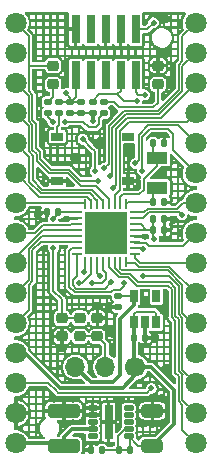
<source format=gbr>
%TF.GenerationSoftware,KiCad,Pcbnew,(6.0.4)*%
%TF.CreationDate,2022-05-03T13:51:14+02:00*%
%TF.ProjectId,nano_samc21e,6e616e6f-5f73-4616-9d63-3231652e6b69,rev?*%
%TF.SameCoordinates,Original*%
%TF.FileFunction,Copper,L1,Top*%
%TF.FilePolarity,Positive*%
%FSLAX46Y46*%
G04 Gerber Fmt 4.6, Leading zero omitted, Abs format (unit mm)*
G04 Created by KiCad (PCBNEW (6.0.4)) date 2022-05-03 13:51:14*
%MOMM*%
%LPD*%
G01*
G04 APERTURE LIST*
G04 Aperture macros list*
%AMRoundRect*
0 Rectangle with rounded corners*
0 $1 Rounding radius*
0 $2 $3 $4 $5 $6 $7 $8 $9 X,Y pos of 4 corners*
0 Add a 4 corners polygon primitive as box body*
4,1,4,$2,$3,$4,$5,$6,$7,$8,$9,$2,$3,0*
0 Add four circle primitives for the rounded corners*
1,1,$1+$1,$2,$3*
1,1,$1+$1,$4,$5*
1,1,$1+$1,$6,$7*
1,1,$1+$1,$8,$9*
0 Add four rect primitives between the rounded corners*
20,1,$1+$1,$2,$3,$4,$5,0*
20,1,$1+$1,$4,$5,$6,$7,0*
20,1,$1+$1,$6,$7,$8,$9,0*
20,1,$1+$1,$8,$9,$2,$3,0*%
G04 Aperture macros list end*
%TA.AperFunction,EtchedComponent*%
%ADD10C,0.150000*%
%TD*%
%TA.AperFunction,SMDPad,CuDef*%
%ADD11R,3.600000X3.600000*%
%TD*%
%TA.AperFunction,SMDPad,CuDef*%
%ADD12RoundRect,0.062500X-0.337500X0.062500X-0.337500X-0.062500X0.337500X-0.062500X0.337500X0.062500X0*%
%TD*%
%TA.AperFunction,SMDPad,CuDef*%
%ADD13RoundRect,0.062500X-0.062500X0.337500X-0.062500X-0.337500X0.062500X-0.337500X0.062500X0.337500X0*%
%TD*%
%TA.AperFunction,SMDPad,CuDef*%
%ADD14R,0.740000X2.400000*%
%TD*%
%TA.AperFunction,SMDPad,CuDef*%
%ADD15RoundRect,0.250000X0.650000X-0.325000X0.650000X0.325000X-0.650000X0.325000X-0.650000X-0.325000X0*%
%TD*%
%TA.AperFunction,SMDPad,CuDef*%
%ADD16RoundRect,0.250000X1.100000X-0.325000X1.100000X0.325000X-1.100000X0.325000X-1.100000X-0.325000X0*%
%TD*%
%TA.AperFunction,SMDPad,CuDef*%
%ADD17RoundRect,0.140000X0.170000X-0.140000X0.170000X0.140000X-0.170000X0.140000X-0.170000X-0.140000X0*%
%TD*%
%TA.AperFunction,SMDPad,CuDef*%
%ADD18RoundRect,0.140000X0.140000X0.170000X-0.140000X0.170000X-0.140000X-0.170000X0.140000X-0.170000X0*%
%TD*%
%TA.AperFunction,SMDPad,CuDef*%
%ADD19R,0.700000X2.900000*%
%TD*%
%TA.AperFunction,ComponentPad*%
%ADD20C,0.500000*%
%TD*%
%TA.AperFunction,SMDPad,CuDef*%
%ADD21RoundRect,0.112500X-0.287500X-0.112500X0.287500X-0.112500X0.287500X0.112500X-0.287500X0.112500X0*%
%TD*%
%TA.AperFunction,SMDPad,CuDef*%
%ADD22RoundRect,0.225000X-0.250000X0.225000X-0.250000X-0.225000X0.250000X-0.225000X0.250000X0.225000X0*%
%TD*%
%TA.AperFunction,SMDPad,CuDef*%
%ADD23RoundRect,0.140000X-0.140000X-0.170000X0.140000X-0.170000X0.140000X0.170000X-0.140000X0.170000X0*%
%TD*%
%TA.AperFunction,SMDPad,CuDef*%
%ADD24R,1.800000X1.000000*%
%TD*%
%TA.AperFunction,ComponentPad*%
%ADD25C,1.700000*%
%TD*%
%TA.AperFunction,ComponentPad*%
%ADD26O,1.700000X1.700000*%
%TD*%
%TA.AperFunction,ComponentPad*%
%ADD27C,1.800000*%
%TD*%
%TA.AperFunction,SMDPad,CuDef*%
%ADD28R,0.650000X1.060000*%
%TD*%
%TA.AperFunction,SMDPad,CuDef*%
%ADD29RoundRect,0.218750X-0.256250X0.218750X-0.256250X-0.218750X0.256250X-0.218750X0.256250X0.218750X0*%
%TD*%
%TA.AperFunction,SMDPad,CuDef*%
%ADD30RoundRect,0.140000X-0.170000X0.140000X-0.170000X-0.140000X0.170000X-0.140000X0.170000X0.140000X0*%
%TD*%
%TA.AperFunction,SMDPad,CuDef*%
%ADD31RoundRect,0.225000X0.250000X-0.225000X0.250000X0.225000X-0.250000X0.225000X-0.250000X-0.225000X0*%
%TD*%
%TA.AperFunction,SMDPad,CuDef*%
%ADD32R,1.000000X0.750000*%
%TD*%
%TA.AperFunction,ViaPad*%
%ADD33C,0.500000*%
%TD*%
%TA.AperFunction,Conductor*%
%ADD34C,0.150000*%
%TD*%
%TA.AperFunction,Conductor*%
%ADD35C,0.200000*%
%TD*%
%TA.AperFunction,Conductor*%
%ADD36C,0.300000*%
%TD*%
G04 APERTURE END LIST*
D10*
%TO.C,R6*%
X25625000Y-52625000D02*
X26025000Y-52625000D01*
%TD*%
D11*
%TO.P,U1,33,EP*%
%TO.N,unconnected-(U1-Pad33)*%
X24250000Y-34250000D03*
D12*
%TO.P,U1,32,PA31*%
%TO.N,D6*%
X26700000Y-32500000D03*
%TO.P,U1,31,PA30*%
%TO.N,SWDCLK*%
X26700000Y-33000000D03*
%TO.P,U1,30,VDDIN*%
%TO.N,VCC*%
X26700000Y-33500000D03*
%TO.P,U1,29,VDDCORE*%
X26700000Y-34000000D03*
%TO.P,U1,28,GND*%
%TO.N,GND*%
X26700000Y-34500000D03*
%TO.P,U1,27,PA28*%
%TO.N,D5*%
X26700000Y-35000000D03*
%TO.P,U1,26,~{RESET}*%
%TO.N,RST*%
X26700000Y-35500000D03*
%TO.P,U1,25,PA27*%
%TO.N,D4*%
X26700000Y-36000000D03*
D13*
%TO.P,U1,24,PA25*%
%TO.N,D3*%
X26000000Y-36700000D03*
%TO.P,U1,23,PA24*%
%TO.N,D2*%
X25500000Y-36700000D03*
%TO.P,U1,22,PA23*%
%TO.N,D0_RX*%
X25000000Y-36700000D03*
%TO.P,U1,21,PA22*%
%TO.N,D1_TX*%
X24500000Y-36700000D03*
%TO.P,U1,20,PA19*%
%TO.N,D11_COPI*%
X24000000Y-36700000D03*
%TO.P,U1,19,PA18*%
%TO.N,D10_SS*%
X23500000Y-36700000D03*
%TO.P,U1,18,PA17*%
%TO.N,D13_SCK*%
X23000000Y-36700000D03*
%TO.P,U1,17,PA16*%
%TO.N,D12_CIPO*%
X22500000Y-36700000D03*
D12*
%TO.P,U1,16,PA15*%
%TO.N,D8*%
X21800000Y-36000000D03*
%TO.P,U1,15,PA14*%
%TO.N,D7*%
X21800000Y-35500000D03*
%TO.P,U1,14,PA11*%
%TO.N,A7*%
X21800000Y-35000000D03*
%TO.P,U1,13,PA10*%
%TO.N,A6*%
X21800000Y-34500000D03*
%TO.P,U1,12,PA09*%
%TO.N,A5_SCL*%
X21800000Y-34000000D03*
%TO.P,U1,11,PA08*%
%TO.N,A4_SDA*%
X21800000Y-33500000D03*
%TO.P,U1,10,GND*%
%TO.N,GND*%
X21800000Y-33000000D03*
%TO.P,U1,9,VDDANA*%
%TO.N,VAA*%
X21800000Y-32500000D03*
D13*
%TO.P,U1,8,PA07*%
%TO.N,A3*%
X22500000Y-31800000D03*
%TO.P,U1,7,PA06*%
%TO.N,A2*%
X23000000Y-31800000D03*
%TO.P,U1,6,PA05*%
%TO.N,A1*%
X23500000Y-31800000D03*
%TO.P,U1,5,PA04*%
%TO.N,A0*%
X24000000Y-31800000D03*
%TO.P,U1,4,PA03*%
%TO.N,AREF*%
X24500000Y-31800000D03*
%TO.P,U1,3,PA02*%
%TO.N,D9*%
X25000000Y-31800000D03*
%TO.P,U1,2,PA01*%
%TO.N,XOUT32*%
X25500000Y-31800000D03*
%TO.P,U1,1,PA00*%
%TO.N,XIN32*%
X26000000Y-31800000D03*
%TD*%
D14*
%TO.P,J1,1,VTref*%
%TO.N,VCC*%
X26790000Y-16985000D03*
%TO.P,J1,2,SWDIO/TMS*%
%TO.N,D6*%
X26790000Y-20885000D03*
%TO.P,J1,3,GND*%
%TO.N,GND*%
X25520000Y-16985000D03*
%TO.P,J1,4,SWDCLK/TCK*%
%TO.N,SWDCLK*%
X25520000Y-20885000D03*
%TO.P,J1,5,GND*%
%TO.N,GND*%
X24250000Y-16985000D03*
%TO.P,J1,6,SWO/TDO*%
%TO.N,unconnected-(J1-Pad6)*%
X24250000Y-20885000D03*
%TO.P,J1,7,KEY*%
%TO.N,unconnected-(J1-Pad7)*%
X22980000Y-16985000D03*
%TO.P,J1,8,NC/TDI*%
%TO.N,unconnected-(J1-Pad8)*%
X22980000Y-20885000D03*
%TO.P,J1,9,GNDDetect*%
%TO.N,GND*%
X21710000Y-16985000D03*
%TO.P,J1,10,~{RESET}*%
%TO.N,RST*%
X21710000Y-20885000D03*
%TD*%
D15*
%TO.P,C9,1*%
%TO.N,+5V*%
X28200000Y-52250000D03*
%TO.P,C9,2*%
%TO.N,GND*%
X28200000Y-49300000D03*
%TD*%
D16*
%TO.P,C12,1*%
%TO.N,+12V*%
X20700000Y-52250000D03*
%TO.P,C12,2*%
%TO.N,GND*%
X20700000Y-49300000D03*
%TD*%
D17*
%TO.P,R3,1*%
%TO.N,VCC*%
X23150000Y-24105000D03*
%TO.P,R3,2*%
%TO.N,SWDCLK*%
X23150000Y-23145000D03*
%TD*%
D18*
%TO.P,R6,1*%
%TO.N,+5V*%
X26305000Y-52625000D03*
%TO.P,R6,2*%
%TO.N,Net-(R6-Pad2)*%
X25345000Y-52625000D03*
%TD*%
%TO.P,R7,1*%
%TO.N,Net-(R6-Pad2)*%
X23955000Y-52625000D03*
%TO.P,R7,2*%
%TO.N,GND*%
X22995000Y-52625000D03*
%TD*%
D19*
%TO.P,U3,11,GND*%
%TO.N,GND*%
X24500000Y-50250000D03*
D20*
X24500000Y-51280000D03*
X24500000Y-49220000D03*
X24500000Y-50250000D03*
D21*
%TO.P,U3,10*%
%TO.N,unconnected-(U3-Pad10)*%
X26200000Y-49050000D03*
%TO.P,U3,9*%
%TO.N,unconnected-(U3-Pad9)*%
X26200000Y-49650000D03*
%TO.P,U3,8*%
%TO.N,unconnected-(U3-Pad8)*%
X26200000Y-50250000D03*
%TO.P,U3,7,FB*%
%TO.N,Net-(R6-Pad2)*%
X26200000Y-50850000D03*
%TO.P,U3,6,VOUT*%
%TO.N,+5V*%
X26200000Y-51450000D03*
%TO.P,U3,5,PG*%
%TO.N,unconnected-(U3-Pad5)*%
X23150000Y-51450000D03*
%TO.P,U3,4,EN*%
%TO.N,+12V*%
X23150000Y-50850000D03*
%TO.P,U3,3,VIN*%
X23150000Y-50250000D03*
%TO.P,U3,2,MODE/SYNC*%
%TO.N,GND*%
X23150000Y-49650000D03*
%TO.P,U3,1,GND*%
X23150000Y-49050000D03*
%TD*%
D22*
%TO.P,C5,1*%
%TO.N,VAA*%
X20550000Y-41440000D03*
%TO.P,C5,2*%
%TO.N,GND*%
X20550000Y-42990000D03*
%TD*%
%TO.P,FB1,1*%
%TO.N,VAA*%
X22050000Y-41440000D03*
%TO.P,FB1,2*%
%TO.N,VCC*%
X22050000Y-42990000D03*
%TD*%
D23*
%TO.P,C7,1*%
%TO.N,XIN32*%
X28270000Y-31650000D03*
%TO.P,C7,2*%
%TO.N,GND*%
X29230000Y-31650000D03*
%TD*%
D24*
%TO.P,Y1,1,1*%
%TO.N,XIN32*%
X28600000Y-30400000D03*
%TO.P,Y1,2,2*%
%TO.N,XOUT32*%
X28600000Y-27900000D03*
%TD*%
D23*
%TO.P,C8,1*%
%TO.N,XOUT32*%
X28270000Y-26650000D03*
%TO.P,C8,2*%
%TO.N,GND*%
X29230000Y-26650000D03*
%TD*%
D25*
%TO.P,JP1,1,A*%
%TO.N,+5V*%
X26775000Y-45578400D03*
D26*
%TO.P,JP1,2,C*%
%TO.N,VCC*%
X24235000Y-45578400D03*
%TO.P,JP1,3,B*%
%TO.N,+3V3*%
X21695000Y-45578400D03*
%TD*%
D27*
%TO.P,J2,1,Pin_1*%
%TO.N,D1_TX*%
X31870000Y-52030000D03*
%TO.P,J2,2,Pin_2*%
%TO.N,D0_RX*%
X31870000Y-49490000D03*
%TO.P,J2,3,Pin_3*%
%TO.N,RST*%
X31870000Y-46950000D03*
%TO.P,J2,4,Pin_4*%
%TO.N,GND*%
X31870000Y-44410000D03*
%TO.P,J2,5,Pin_5*%
%TO.N,D2*%
X31870000Y-41870000D03*
%TO.P,J2,6,Pin_6*%
%TO.N,D3*%
X31870000Y-39330000D03*
%TO.P,J2,7,Pin_7*%
%TO.N,D4*%
X31870000Y-36790000D03*
%TO.P,J2,8,Pin_8*%
%TO.N,D5*%
X31870000Y-34250000D03*
%TO.P,J2,9,Pin_9*%
%TO.N,D6*%
X31870000Y-31710000D03*
%TO.P,J2,10,Pin_10*%
%TO.N,D7*%
X31870000Y-29170000D03*
%TO.P,J2,11,Pin_11*%
%TO.N,D8*%
X31870000Y-26630000D03*
%TO.P,J2,12,Pin_12*%
%TO.N,D9*%
X31870000Y-24090000D03*
%TO.P,J2,13,Pin_13*%
%TO.N,D10_SS*%
X31870000Y-21550000D03*
%TO.P,J2,14,Pin_14*%
%TO.N,D11_COPI*%
X31870000Y-19010000D03*
%TO.P,J2,15,Pin_15*%
%TO.N,D12_CIPO*%
X31870000Y-16470000D03*
%TO.P,J2,16,Pin_16*%
%TO.N,D13_SCK*%
X16630000Y-16470000D03*
%TO.P,J2,17,Pin_17*%
%TO.N,+3V3*%
X16630000Y-19010000D03*
%TO.P,J2,18,Pin_18*%
%TO.N,AREF*%
X16630000Y-21550000D03*
%TO.P,J2,19,Pin_19*%
%TO.N,A0*%
X16630000Y-24090000D03*
%TO.P,J2,20,Pin_20*%
%TO.N,A1*%
X16630000Y-26630000D03*
%TO.P,J2,21,Pin_21*%
%TO.N,A2*%
X16630000Y-29170000D03*
%TO.P,J2,22,Pin_22*%
%TO.N,A3*%
X16630000Y-31710000D03*
%TO.P,J2,23,Pin_23*%
%TO.N,A4_SDA*%
X16630000Y-34250000D03*
%TO.P,J2,24,Pin_24*%
%TO.N,A5_SCL*%
X16630000Y-36790000D03*
%TO.P,J2,25,Pin_25*%
%TO.N,A6*%
X16630000Y-39330000D03*
%TO.P,J2,26,Pin_26*%
%TO.N,A7*%
X16630000Y-41870000D03*
%TO.P,J2,27,Pin_27*%
%TO.N,+5V*%
X16630000Y-44410000D03*
%TO.P,J2,28,Pin_28*%
%TO.N,RST*%
X16630000Y-46950000D03*
%TO.P,J2,29,Pin_29*%
%TO.N,GND*%
X16630000Y-49490000D03*
%TO.P,J2,30,Pin_30*%
%TO.N,+12V*%
X16630000Y-52030000D03*
%TD*%
D17*
%TO.P,R4,1*%
%TO.N,+3V3*%
X24100000Y-24105000D03*
%TO.P,R4,2*%
%TO.N,Net-(D1-Pad2)*%
X24100000Y-23145000D03*
%TD*%
%TO.P,R5,1*%
%TO.N,+3V3*%
X19350000Y-24105000D03*
%TO.P,R5,2*%
%TO.N,Net-(D2-Pad2)*%
X19350000Y-23145000D03*
%TD*%
D28*
%TO.P,U2,1,VIN*%
%TO.N,+5V*%
X26650000Y-41789200D03*
%TO.P,U2,2,GND*%
%TO.N,GND*%
X27600000Y-41789200D03*
%TO.P,U2,3,EN*%
%TO.N,+5V*%
X28550000Y-41789200D03*
%TO.P,U2,4,NC*%
%TO.N,unconnected-(U2-Pad4)*%
X28550000Y-39589200D03*
%TO.P,U2,5,VOUT*%
%TO.N,+3V3*%
X26650000Y-39589200D03*
%TD*%
D17*
%TO.P,C1,1*%
%TO.N,VCC*%
X21250000Y-24105000D03*
%TO.P,C1,2*%
%TO.N,RST*%
X21250000Y-23145000D03*
%TD*%
D23*
%TO.P,C4,1*%
%TO.N,VCC*%
X28270000Y-34000000D03*
%TO.P,C4,2*%
%TO.N,GND*%
X29230000Y-34000000D03*
%TD*%
D29*
%TO.P,D1,1,K*%
%TO.N,GND*%
X28700000Y-20062500D03*
%TO.P,D1,2,A*%
%TO.N,Net-(D1-Pad2)*%
X28700000Y-21637500D03*
%TD*%
D17*
%TO.P,R2,1*%
%TO.N,Net-(R2-Pad1)*%
X20300000Y-24105000D03*
%TO.P,R2,2*%
%TO.N,RST*%
X20300000Y-23145000D03*
%TD*%
D30*
%TO.P,C11,1*%
%TO.N,+3V3*%
X25300000Y-39559200D03*
%TO.P,C11,2*%
%TO.N,GND*%
X25300000Y-40519200D03*
%TD*%
D29*
%TO.P,D2,1,K*%
%TO.N,D13_SCK*%
X19800000Y-20062500D03*
%TO.P,D2,2,A*%
%TO.N,Net-(D2-Pad2)*%
X19800000Y-21637500D03*
%TD*%
D23*
%TO.P,C10,1*%
%TO.N,+5V*%
X26645000Y-43089200D03*
%TO.P,C10,2*%
%TO.N,GND*%
X27605000Y-43089200D03*
%TD*%
D18*
%TO.P,C6,1*%
%TO.N,VAA*%
X20230000Y-32500000D03*
%TO.P,C6,2*%
%TO.N,GND*%
X19270000Y-32500000D03*
%TD*%
D17*
%TO.P,R1,1*%
%TO.N,VCC*%
X22200000Y-24105000D03*
%TO.P,R1,2*%
%TO.N,RST*%
X22200000Y-23145000D03*
%TD*%
D23*
%TO.P,C3,1*%
%TO.N,VCC*%
X28270000Y-33050000D03*
%TO.P,C3,2*%
%TO.N,GND*%
X29230000Y-33050000D03*
%TD*%
D31*
%TO.P,C2,1*%
%TO.N,VCC*%
X23550000Y-42990000D03*
%TO.P,C2,2*%
%TO.N,GND*%
X23550000Y-41440000D03*
%TD*%
D32*
%TO.P,SW1,1,1*%
%TO.N,GND*%
X20150000Y-29825000D03*
X26150000Y-29825000D03*
%TO.P,SW1,2,2*%
%TO.N,Net-(R2-Pad1)*%
X26150000Y-26075000D03*
X20150000Y-26075000D03*
%TD*%
D33*
%TO.N,D13_SCK*%
X23600000Y-29800000D03*
X21990000Y-38450000D03*
%TO.N,+3V3*%
X20825000Y-24825000D03*
X19775000Y-24825000D03*
%TO.N,GND*%
X21500000Y-48350000D03*
X28300000Y-43075000D03*
X27600000Y-40300000D03*
X29200000Y-19000000D03*
X20700000Y-50250000D03*
X29000000Y-50250000D03*
X19900000Y-48350000D03*
X29250000Y-25950000D03*
X28975000Y-29150000D03*
X29200000Y-40700000D03*
X28200000Y-48350000D03*
X28200000Y-50250000D03*
X24675000Y-40525000D03*
X23550000Y-40565000D03*
X20550000Y-43865000D03*
X29250000Y-34650000D03*
X29400000Y-45775000D03*
X27550000Y-34550000D03*
X23775000Y-26550000D03*
X29850000Y-33050000D03*
X27400000Y-50250000D03*
X25400000Y-48275000D03*
X20950000Y-33050000D03*
X24775000Y-42625000D03*
X24975000Y-23975000D03*
X21725000Y-27925000D03*
X20975000Y-29825000D03*
X26850000Y-30400000D03*
X20700000Y-48350000D03*
X18650000Y-32650000D03*
X27400000Y-48350000D03*
X29150000Y-16050000D03*
X26250000Y-27250000D03*
X29000000Y-48350000D03*
X21500000Y-50250000D03*
%TO.N,D12_CIPO*%
X22400000Y-37500000D03*
X24150000Y-28750000D03*
%TO.N,D11_COPI*%
X24646778Y-29404415D03*
X23090000Y-38440000D03*
%TO.N,D7*%
X25800000Y-38470000D03*
X27350000Y-28950000D03*
%TO.N,D6*%
X27550000Y-22525000D03*
%TO.N,RST*%
X28100000Y-47400000D03*
X23350000Y-29000000D03*
X22325000Y-26300000D03*
X27450000Y-37900000D03*
X27450000Y-35550000D03*
X20875000Y-22425000D03*
%TO.N,SWDCLK*%
X26900000Y-23050000D03*
X30700000Y-32700000D03*
%TO.N,VCC*%
X23150000Y-24775000D03*
X28350000Y-34750000D03*
X28300000Y-16425000D03*
%TO.N,VAA*%
X19800000Y-33050000D03*
X19825000Y-35500000D03*
%TO.N,D10_SS*%
X23750000Y-37900000D03*
X24900000Y-30400000D03*
%TO.N,D8*%
X24720000Y-38400000D03*
X26750000Y-28350000D03*
%TD*%
D34*
%TO.N,D13_SCK*%
X23000000Y-36700000D02*
X23000000Y-37670000D01*
X19599066Y-28875480D02*
X18700000Y-27976414D01*
X19800000Y-20062500D02*
X17762500Y-20062500D01*
X18054031Y-22550446D02*
X17754511Y-22250926D01*
X23000000Y-37670000D02*
X22220000Y-38450000D01*
X17754511Y-20070489D02*
X17754511Y-17594511D01*
X22220000Y-38450000D02*
X21990000Y-38450000D01*
X23600000Y-29800000D02*
X22098586Y-29800000D01*
X22098586Y-29800000D02*
X21174065Y-28875480D01*
X18700000Y-27976414D02*
X18700000Y-27375000D01*
X21174065Y-28875480D02*
X19599066Y-28875480D01*
X18054031Y-24666859D02*
X18054031Y-22550446D01*
X18353551Y-27028551D02*
X18353551Y-24966379D01*
X17754511Y-22250926D02*
X17754511Y-20070489D01*
X18353551Y-24966379D02*
X18054031Y-24666859D01*
X17754511Y-17594511D02*
X16630000Y-16470000D01*
X17762500Y-20062500D02*
X17754511Y-20070489D01*
X18700000Y-27375000D02*
X18353551Y-27028551D01*
D35*
%TO.N,+3V3*%
X19350000Y-24105000D02*
X19350000Y-24400000D01*
D36*
X26650000Y-40300000D02*
X25450000Y-41500000D01*
D35*
X23675000Y-25025000D02*
X23675000Y-24530000D01*
D36*
X25450000Y-46250000D02*
X24850000Y-46850000D01*
D35*
X20825000Y-24825000D02*
X22325000Y-24825000D01*
X22325000Y-24825000D02*
X22800000Y-25300000D01*
X23675000Y-24530000D02*
X24100000Y-24105000D01*
X23400000Y-25300000D02*
X23675000Y-25025000D01*
D36*
X24850000Y-46850000D02*
X22966600Y-46850000D01*
D35*
X22800000Y-25300000D02*
X23400000Y-25300000D01*
X26620000Y-39559200D02*
X26650000Y-39589200D01*
D36*
X25450000Y-41500000D02*
X25450000Y-46250000D01*
D35*
X25300000Y-39559200D02*
X26620000Y-39559200D01*
D36*
X22966600Y-46850000D02*
X21695000Y-45578400D01*
X26650000Y-39589200D02*
X26650000Y-40300000D01*
D35*
X19350000Y-24400000D02*
X19775000Y-24825000D01*
D34*
%TO.N,AREF*%
X22151920Y-30276920D02*
X21050000Y-29175000D01*
X18399040Y-27551868D02*
X18054031Y-27206859D01*
X23426920Y-30276920D02*
X22151920Y-30276920D01*
X18054031Y-27206859D02*
X18054031Y-25090445D01*
X18399040Y-28099040D02*
X18399040Y-27551868D01*
X21050000Y-29175000D02*
X19475000Y-29175000D01*
X24500000Y-31800000D02*
X24500000Y-31350000D01*
X24500000Y-31350000D02*
X23426920Y-30276920D01*
X17754511Y-24790925D02*
X17754511Y-22674511D01*
X19475000Y-29175000D02*
X18399040Y-28099040D01*
X18054031Y-25090445D02*
X17754511Y-24790925D01*
X17754511Y-22674511D02*
X16630000Y-21550000D01*
%TO.N,A0*%
X23082347Y-30576440D02*
X18883612Y-30576440D01*
X18099520Y-27675934D02*
X17754511Y-27330925D01*
X24000000Y-31494093D02*
X23082347Y-30576440D01*
X18099520Y-29792348D02*
X18099520Y-27675934D01*
X18883612Y-30576440D02*
X18099520Y-29792348D01*
X17754511Y-25214511D02*
X16630000Y-24090000D01*
X17754511Y-27330925D02*
X17754511Y-25214511D01*
X24000000Y-31800000D02*
X24000000Y-31494093D01*
%TO.N,A1*%
X23500000Y-31494093D02*
X22881867Y-30875960D01*
X23500000Y-31800000D02*
X23500000Y-31494093D01*
X17800000Y-29916414D02*
X17800000Y-27800000D01*
X22881867Y-30875960D02*
X18759546Y-30875960D01*
X17800000Y-27800000D02*
X16630000Y-26630000D01*
X18759546Y-30875960D02*
X17800000Y-29916414D01*
%TO.N,A2*%
X23000000Y-31800000D02*
X23000000Y-31494093D01*
X23000000Y-31494093D02*
X22681387Y-31175480D01*
X18635480Y-31175480D02*
X16630000Y-29170000D01*
X22681387Y-31175480D02*
X18635480Y-31175480D01*
%TO.N,A3*%
X22500000Y-31800000D02*
X22410000Y-31710000D01*
X22410000Y-31710000D02*
X16630000Y-31710000D01*
%TO.N,A4_SDA*%
X21800000Y-33500000D02*
X21300000Y-33500000D01*
X18250000Y-34250000D02*
X16630000Y-34250000D01*
X21250000Y-33550000D02*
X18950000Y-33550000D01*
X21300000Y-33500000D02*
X21250000Y-33550000D01*
X18950000Y-33550000D02*
X18250000Y-34250000D01*
%TO.N,A5_SCL*%
X18923586Y-34000000D02*
X16630000Y-36293586D01*
X21800000Y-34000000D02*
X18923586Y-34000000D01*
X16630000Y-36293586D02*
X16630000Y-36790000D01*
D35*
%TO.N,+5V*%
X26200000Y-51450000D02*
X27000000Y-52250000D01*
X26349520Y-51599520D02*
X26349520Y-52625000D01*
X26850000Y-40900000D02*
X26650000Y-41100000D01*
D36*
X26775000Y-45578400D02*
X28078400Y-45578400D01*
X20350000Y-47350000D02*
X17410000Y-44410000D01*
D35*
X28550000Y-41059200D02*
X28390800Y-40900000D01*
D36*
X30050000Y-47550000D02*
X30050000Y-50400000D01*
X26775000Y-46275000D02*
X25700000Y-47350000D01*
X28078400Y-45578400D02*
X30050000Y-47550000D01*
X26645000Y-43089200D02*
X26645000Y-41794200D01*
X26775000Y-45578400D02*
X26775000Y-46275000D01*
X26645000Y-43089200D02*
X26645000Y-45448400D01*
D35*
X28550000Y-41789200D02*
X28550000Y-41059200D01*
D36*
X26645000Y-41794200D02*
X26650000Y-41789200D01*
D35*
X27000000Y-52250000D02*
X28200000Y-52250000D01*
D36*
X30050000Y-50400000D02*
X28200000Y-52250000D01*
D35*
X26200000Y-51450000D02*
X26349520Y-51599520D01*
X26650000Y-41100000D02*
X26650000Y-41789200D01*
X28390800Y-40900000D02*
X26850000Y-40900000D01*
D36*
X25700000Y-47350000D02*
X20350000Y-47350000D01*
X17410000Y-44410000D02*
X16630000Y-44410000D01*
X26645000Y-45448400D02*
X26775000Y-45578400D01*
%TO.N,GND*%
X16630000Y-49490000D02*
X17740000Y-49490000D01*
D35*
X26275000Y-29825000D02*
X26850000Y-30400000D01*
X29230000Y-26650000D02*
X29230000Y-25970000D01*
X29230000Y-33050000D02*
X29850000Y-33050000D01*
X20700000Y-48350000D02*
X20700000Y-49300000D01*
X24680800Y-40519200D02*
X24675000Y-40525000D01*
X26150000Y-29825000D02*
X26275000Y-29825000D01*
X26700000Y-34500000D02*
X27500000Y-34500000D01*
X23550000Y-41440000D02*
X23550000Y-40565000D01*
X27500000Y-34500000D02*
X27550000Y-34550000D01*
X28200000Y-50250000D02*
X28200000Y-49300000D01*
D36*
X27605000Y-41794200D02*
X27600000Y-41789200D01*
D35*
X29230000Y-34630000D02*
X29250000Y-34650000D01*
X25300000Y-40519200D02*
X24680800Y-40519200D01*
X26150000Y-29675000D02*
X26225000Y-29675000D01*
X19270000Y-32500000D02*
X18800000Y-32500000D01*
D36*
X16630000Y-49490000D02*
X16630000Y-48355000D01*
D35*
X21000000Y-33000000D02*
X20950000Y-33050000D01*
D36*
X28285800Y-43089200D02*
X28300000Y-43075000D01*
D35*
X29230000Y-25970000D02*
X29250000Y-25950000D01*
D36*
X27605000Y-43089200D02*
X28285800Y-43089200D01*
D35*
X29230000Y-34000000D02*
X29230000Y-34630000D01*
X20150000Y-29825000D02*
X20975000Y-29825000D01*
D36*
X27605000Y-43089200D02*
X27605000Y-41794200D01*
D35*
X20550000Y-42990000D02*
X20550000Y-43865000D01*
X28200000Y-48350000D02*
X28200000Y-49300000D01*
D36*
X16630000Y-49490000D02*
X16630000Y-50645000D01*
D35*
X21800000Y-33000000D02*
X21000000Y-33000000D01*
X20700000Y-49300000D02*
X20700000Y-50250000D01*
X18800000Y-32500000D02*
X18650000Y-32650000D01*
D36*
%TO.N,+12V*%
X20700000Y-51550000D02*
X20700000Y-52250000D01*
X23150000Y-50850000D02*
X21400000Y-50850000D01*
X20480000Y-52030000D02*
X20700000Y-52250000D01*
X21400000Y-50850000D02*
X20700000Y-51550000D01*
X16630000Y-52030000D02*
X20480000Y-52030000D01*
X23150000Y-50250000D02*
X23150000Y-50850000D01*
D34*
%TO.N,D12_CIPO*%
X30445969Y-20010445D02*
X30745489Y-19710925D01*
X25825935Y-23900480D02*
X28672348Y-23900480D01*
X22500000Y-36700000D02*
X22500000Y-37400000D01*
X24150000Y-28750000D02*
X24526929Y-28373071D01*
X30745489Y-19710925D02*
X30745489Y-17594511D01*
X30445969Y-22126859D02*
X30445969Y-20010445D01*
X30745489Y-17594511D02*
X31870000Y-16470000D01*
X28672348Y-23900480D02*
X30445969Y-22126859D01*
X22500000Y-37400000D02*
X22400000Y-37500000D01*
X24526929Y-28373071D02*
X24526929Y-25199485D01*
X24526929Y-25199485D02*
X25825935Y-23900480D01*
%TO.N,D11_COPI*%
X25950000Y-24200000D02*
X28796414Y-24200000D01*
X30745489Y-22250925D02*
X30745489Y-20134511D01*
X24000000Y-36700000D02*
X24000000Y-37400000D01*
X24250000Y-38100000D02*
X24250000Y-38150000D01*
X24250000Y-37650000D02*
X24250000Y-38100000D01*
X24000000Y-37400000D02*
X24250000Y-37650000D01*
X30745489Y-20134511D02*
X31870000Y-19010000D01*
X24250000Y-38150000D02*
X23960323Y-38439677D01*
X28796414Y-24200000D02*
X30745489Y-22250925D01*
X24826449Y-29224744D02*
X24826449Y-25323551D01*
X23960323Y-38439677D02*
X23074447Y-38439677D01*
X24826449Y-25323551D02*
X25950000Y-24200000D01*
X24646778Y-29404415D02*
X24826449Y-29224744D01*
%TO.N,D9*%
X26199040Y-24800960D02*
X31159040Y-24800960D01*
X25425489Y-30574511D02*
X25425489Y-25574511D01*
X31159040Y-24800960D02*
X31870000Y-24090000D01*
X25000000Y-31800000D02*
X25000000Y-31000000D01*
X25000000Y-31000000D02*
X25425489Y-30574511D01*
X25425489Y-25574511D02*
X26199040Y-24800960D01*
%TO.N,D7*%
X25500000Y-39054680D02*
X25800000Y-38754680D01*
X30000000Y-27300000D02*
X29950000Y-27250000D01*
X31870000Y-29170000D02*
X30100000Y-27400000D01*
X25800000Y-38754680D02*
X25800000Y-38470000D01*
X21175480Y-38769066D02*
X21655934Y-39249520D01*
X29950000Y-25850000D02*
X29500000Y-25400000D01*
X21175480Y-35734520D02*
X21175480Y-38769066D01*
X24855320Y-39054680D02*
X25500000Y-39054680D01*
X21800000Y-35500000D02*
X21410000Y-35500000D01*
X30100000Y-27400000D02*
X30000000Y-27300000D01*
X29950000Y-27250000D02*
X29950000Y-25850000D01*
X21655934Y-39249520D02*
X24660480Y-39249520D01*
X27400000Y-26000000D02*
X27350000Y-26050000D01*
X27350000Y-26050000D02*
X27350000Y-28950000D01*
X21410000Y-35500000D02*
X21175480Y-35734520D01*
X29500000Y-25400000D02*
X28000000Y-25400000D01*
X28000000Y-25400000D02*
X27400000Y-26000000D01*
X24660480Y-39249520D02*
X24855320Y-39054680D01*
%TO.N,D6*%
X26700000Y-32500000D02*
X27526414Y-32500000D01*
X26790000Y-22315000D02*
X26790000Y-20885000D01*
X27526414Y-32500000D02*
X27825934Y-32200480D01*
X27550000Y-22525000D02*
X27000000Y-22525000D01*
X30790000Y-31710000D02*
X31870000Y-31710000D01*
X27000000Y-22525000D02*
X26790000Y-22315000D01*
X30299520Y-32200480D02*
X30790000Y-31710000D01*
X27825934Y-32200480D02*
X30299520Y-32200480D01*
%TO.N,D5*%
X27700000Y-35050000D02*
X27950000Y-35300000D01*
X27950000Y-35300000D02*
X30820000Y-35300000D01*
X26700000Y-35000000D02*
X26750000Y-35050000D01*
X30820000Y-35300000D02*
X31870000Y-34250000D01*
X26750000Y-35050000D02*
X27700000Y-35050000D01*
%TO.N,D4*%
X27190000Y-36790000D02*
X31870000Y-36790000D01*
X26750000Y-36350000D02*
X27190000Y-36790000D01*
X26750000Y-36050000D02*
X26750000Y-36350000D01*
X26700000Y-36000000D02*
X26750000Y-36050000D01*
%TO.N,D3*%
X26050000Y-36750000D02*
X26726414Y-36750000D01*
X26726414Y-36750000D02*
X27065935Y-37089520D01*
X29629520Y-37089520D02*
X31870000Y-39330000D01*
X27065935Y-37089520D02*
X29629520Y-37089520D01*
X26000000Y-36700000D02*
X26050000Y-36750000D01*
%TO.N,D2*%
X25500000Y-37250000D02*
X25639040Y-37389040D01*
X30745489Y-38629075D02*
X30745489Y-41004511D01*
X30745489Y-41004511D02*
X31610978Y-41870000D01*
X25639040Y-37389040D02*
X29505454Y-37389040D01*
X29505454Y-37389040D02*
X30745489Y-38629075D01*
X25500000Y-36700000D02*
X25500000Y-37250000D01*
X31610978Y-41870000D02*
X31870000Y-41870000D01*
%TO.N,D1_TX*%
X24500000Y-36700000D02*
X24500000Y-37097171D01*
X30445969Y-48489555D02*
X30745489Y-48789075D01*
X30745489Y-50905489D02*
X31870000Y-52030000D01*
X29846929Y-41376709D02*
X30146449Y-41676229D01*
X30146449Y-46073621D02*
X30445969Y-46373141D01*
X25390910Y-37988080D02*
X26164494Y-37988080D01*
X30745489Y-48789075D02*
X30745489Y-50905489D01*
X26164494Y-37988080D02*
X26876415Y-38700000D01*
X24500000Y-37097171D02*
X25390910Y-37988080D01*
X29545656Y-38700000D02*
X29846929Y-39001273D01*
X29846929Y-39001273D02*
X29846929Y-41376709D01*
X30445969Y-46373141D02*
X30445969Y-48489555D01*
X26876415Y-38700000D02*
X29545656Y-38700000D01*
X30146449Y-41676229D02*
X30146449Y-46073621D01*
%TO.N,D0_RX*%
X30146449Y-41252643D02*
X30445969Y-41552163D01*
X25000000Y-37173585D02*
X25514975Y-37688560D01*
X30745489Y-48365489D02*
X31870000Y-49490000D01*
X25514975Y-37688560D02*
X26288560Y-37688560D01*
X27000000Y-38400000D02*
X29669242Y-38400000D01*
X29669242Y-38400000D02*
X30146449Y-38877207D01*
X30445969Y-41552163D02*
X30445969Y-45949555D01*
X25000000Y-36700000D02*
X25000000Y-37173585D01*
X30773207Y-46276793D02*
X30745489Y-46304511D01*
X30745489Y-46304511D02*
X30745489Y-48365489D01*
X30445969Y-45949555D02*
X30773207Y-46276793D01*
X30146449Y-38877207D02*
X30146449Y-41252643D01*
X26288560Y-37688560D02*
X27000000Y-38400000D01*
%TO.N,RST*%
X19100000Y-46950000D02*
X19350000Y-46950000D01*
X22200000Y-23145000D02*
X21250000Y-23145000D01*
X20200000Y-47750000D02*
X27750000Y-47750000D01*
X20300000Y-23145000D02*
X21250000Y-23145000D01*
X27750000Y-47750000D02*
X28100000Y-47400000D01*
X29592828Y-37900000D02*
X30445969Y-38753141D01*
X21250000Y-22800000D02*
X20875000Y-22425000D01*
X30445969Y-38753141D02*
X30445969Y-41128577D01*
X21250000Y-23145000D02*
X21250000Y-22800000D01*
X19400000Y-46950000D02*
X20100000Y-47650000D01*
X27450000Y-37900000D02*
X29592828Y-37900000D01*
X16630000Y-46950000D02*
X18800000Y-46950000D01*
X22325000Y-26300000D02*
X23025000Y-27000000D01*
X26700000Y-35500000D02*
X27400000Y-35500000D01*
X23025000Y-27000000D02*
X23350000Y-27325000D01*
X19350000Y-46950000D02*
X19400000Y-46950000D01*
X23350000Y-27325000D02*
X23350000Y-29000000D01*
X21710000Y-22685000D02*
X21250000Y-23145000D01*
X30745489Y-41428097D02*
X30745489Y-45825489D01*
X27400000Y-35500000D02*
X27450000Y-35550000D01*
X21710000Y-20885000D02*
X21710000Y-22685000D01*
X18800000Y-46950000D02*
X19100000Y-46950000D01*
X30445969Y-41128577D02*
X30745489Y-41428097D01*
X20100000Y-47650000D02*
X20200000Y-47750000D01*
X30745489Y-45825489D02*
X31870000Y-46950000D01*
%TO.N,Net-(D2-Pad2)*%
X19800000Y-22695000D02*
X19350000Y-23145000D01*
X19800000Y-21637500D02*
X19800000Y-22695000D01*
%TO.N,SWDCLK*%
X23700000Y-22475000D02*
X25225000Y-22475000D01*
X26700000Y-33000000D02*
X27300000Y-33000000D01*
X30500000Y-32500000D02*
X30700000Y-32700000D01*
X25520000Y-22180000D02*
X25520000Y-20885000D01*
X23150000Y-23145000D02*
X23150000Y-23025000D01*
X23150000Y-23025000D02*
X23700000Y-22475000D01*
X27300000Y-33000000D02*
X27450000Y-33000000D01*
X29600000Y-32500000D02*
X30500000Y-32500000D01*
X25225000Y-22475000D02*
X25520000Y-22180000D01*
X27450000Y-33000000D02*
X27950000Y-32500000D01*
X27950000Y-32500000D02*
X28250000Y-32500000D01*
X25800000Y-23050000D02*
X25225000Y-22475000D01*
X26900000Y-23050000D02*
X25800000Y-23050000D01*
X28250000Y-32500000D02*
X29600000Y-32500000D01*
D35*
%TO.N,VCC*%
X23550000Y-42990000D02*
X22050000Y-42990000D01*
X28300000Y-16425000D02*
X27740000Y-16985000D01*
X26700000Y-33500000D02*
X27200000Y-33500000D01*
X28270000Y-34000000D02*
X27700000Y-34000000D01*
X28270000Y-34670000D02*
X28350000Y-34750000D01*
X27200000Y-33500000D02*
X27700000Y-34000000D01*
X24235000Y-43675000D02*
X24235000Y-45578400D01*
X28270000Y-34000000D02*
X28270000Y-34670000D01*
X27700000Y-34000000D02*
X26700000Y-34000000D01*
X24235000Y-43675000D02*
X23550000Y-42990000D01*
X28270000Y-34000000D02*
X28270000Y-33050000D01*
X27740000Y-16985000D02*
X26790000Y-16985000D01*
X21250000Y-24105000D02*
X22200000Y-24105000D01*
D36*
X23150000Y-24105000D02*
X23150000Y-24775000D01*
D35*
X22200000Y-24105000D02*
X23150000Y-24105000D01*
%TO.N,VAA*%
X21800000Y-32500000D02*
X20230000Y-32500000D01*
X19825000Y-39125000D02*
X19825000Y-35500000D01*
X20550000Y-41440000D02*
X22050000Y-41440000D01*
X20230000Y-32620000D02*
X19800000Y-33050000D01*
X20230000Y-32500000D02*
X20230000Y-32620000D01*
X20550000Y-41440000D02*
X20550000Y-39850000D01*
X20550000Y-39850000D02*
X19825000Y-39125000D01*
D34*
%TO.N,Net-(R2-Pad1)*%
X20300000Y-25100000D02*
X20150000Y-25250000D01*
X20150000Y-25250000D02*
X20150000Y-26075000D01*
X20300000Y-24105000D02*
X20300000Y-25100000D01*
%TO.N,Net-(R6-Pad2)*%
X23955000Y-52625000D02*
X25325480Y-52625000D01*
X26200000Y-50850000D02*
X25900000Y-50850000D01*
X25900000Y-50850000D02*
X25325480Y-51424520D01*
X25325480Y-51424520D02*
X25325480Y-52625000D01*
%TO.N,A6*%
X17754511Y-35592661D02*
X17754511Y-38205489D01*
X17754511Y-38205489D02*
X16630000Y-39330000D01*
X18847172Y-34500000D02*
X17754511Y-35592661D01*
X21800000Y-34500000D02*
X18847172Y-34500000D01*
%TO.N,A7*%
X18054031Y-35716727D02*
X18054031Y-38329555D01*
X18770758Y-35000000D02*
X18054031Y-35716727D01*
X17754511Y-40745489D02*
X16630000Y-41870000D01*
X18054031Y-38329555D02*
X17754511Y-38629075D01*
X17754511Y-38629075D02*
X17754511Y-40745489D01*
X21800000Y-35000000D02*
X18770758Y-35000000D01*
%TO.N,D10_SS*%
X26074975Y-24501440D02*
X28918560Y-24501440D01*
X25125969Y-30174031D02*
X25125969Y-25450445D01*
X28918560Y-24501440D02*
X31870000Y-21550000D01*
X23500000Y-36700000D02*
X23500000Y-37650000D01*
X24900000Y-30400000D02*
X25125969Y-30174031D01*
X23500000Y-37650000D02*
X23750000Y-37900000D01*
X25125969Y-25450445D02*
X26074975Y-24501440D01*
%TO.N,D8*%
X27050480Y-25926895D02*
X27050480Y-28049520D01*
X24720000Y-38400000D02*
X24170000Y-38950000D01*
X27875935Y-25100480D02*
X27050000Y-25926415D01*
X21480000Y-38210000D02*
X21800000Y-37890000D01*
X31870000Y-26630000D02*
X30340480Y-25100480D01*
X27050480Y-28049520D02*
X26750000Y-28350000D01*
X24170000Y-38950000D02*
X21780000Y-38950000D01*
X21480000Y-38650000D02*
X21480000Y-38210000D01*
X27050000Y-25926415D02*
X27050480Y-25926895D01*
X21780000Y-38950000D02*
X21480000Y-38650000D01*
X21800000Y-37890000D02*
X21800000Y-36000000D01*
X30340480Y-25100480D02*
X27875935Y-25100480D01*
%TO.N,XOUT32*%
X25750000Y-30950000D02*
X27100000Y-30950000D01*
X28270000Y-27570000D02*
X28600000Y-27900000D01*
X28600000Y-28550978D02*
X28600000Y-27900000D01*
X25500000Y-31200000D02*
X25750000Y-30950000D01*
X27475489Y-30574511D02*
X27475489Y-29675489D01*
X25500000Y-31800000D02*
X25500000Y-31200000D01*
X28270000Y-26650000D02*
X28270000Y-27570000D01*
X27475489Y-29675489D02*
X28600000Y-28550978D01*
X27100000Y-30950000D02*
X27475489Y-30574511D01*
%TO.N,XIN32*%
X28270000Y-31650000D02*
X26150000Y-31650000D01*
X28270000Y-31650000D02*
X28270000Y-30730000D01*
X28270000Y-30730000D02*
X28600000Y-30400000D01*
X26150000Y-31650000D02*
X26000000Y-31800000D01*
%TO.N,Net-(D1-Pad2)*%
X28700000Y-23200000D02*
X28700000Y-21637500D01*
X25400960Y-23600960D02*
X28299040Y-23600960D01*
X24945000Y-23145000D02*
X25400960Y-23600960D01*
X28299040Y-23600960D02*
X28700000Y-23200000D01*
X24100000Y-23145000D02*
X24945000Y-23145000D01*
%TD*%
%TA.AperFunction,Conductor*%
%TO.N,GND*%
G36*
X27950401Y-45947807D02*
G01*
X27962214Y-45957896D01*
X29670504Y-47666186D01*
X29698281Y-47720703D01*
X29699500Y-47736190D01*
X29699500Y-50213810D01*
X29680593Y-50272001D01*
X29670504Y-50283814D01*
X28508814Y-51445504D01*
X28454297Y-51473281D01*
X28438810Y-51474500D01*
X27496166Y-51474500D01*
X27493865Y-51474718D01*
X27493855Y-51474718D01*
X27470639Y-51476913D01*
X27470638Y-51476913D01*
X27464631Y-51477481D01*
X27336816Y-51522366D01*
X27330865Y-51526761D01*
X27330864Y-51526762D01*
X27237211Y-51595936D01*
X27227850Y-51602850D01*
X27223450Y-51608807D01*
X27196895Y-51644760D01*
X27147366Y-51711816D01*
X27142281Y-51726296D01*
X27131781Y-51756196D01*
X27094661Y-51804835D01*
X27036041Y-51822367D01*
X26978312Y-51802094D01*
X26968369Y-51793398D01*
X26829496Y-51654525D01*
X26801719Y-51600008D01*
X26800500Y-51584521D01*
X26800499Y-51304064D01*
X26800499Y-51300822D01*
X26799549Y-51293601D01*
X26795488Y-51262753D01*
X26794499Y-51255240D01*
X26771865Y-51206700D01*
X27006222Y-51206700D01*
X27006898Y-51209020D01*
X27008735Y-51216354D01*
X27009363Y-51219341D01*
X27010634Y-51226790D01*
X27016634Y-51272372D01*
X27017006Y-51275606D01*
X27017134Y-51276908D01*
X27017397Y-51280118D01*
X27018244Y-51293038D01*
X27018403Y-51296261D01*
X27018446Y-51297569D01*
X27018499Y-51300822D01*
X27018500Y-51519360D01*
X27052497Y-51473332D01*
X27057093Y-51467571D01*
X27059038Y-51465311D01*
X27064071Y-51459886D01*
X27084886Y-51439071D01*
X27090311Y-51434038D01*
X27092571Y-51432093D01*
X27098332Y-51427497D01*
X27207298Y-51347013D01*
X27213381Y-51342861D01*
X27215904Y-51341273D01*
X27222313Y-51337566D01*
X27248329Y-51323791D01*
X27254981Y-51320580D01*
X27257713Y-51319385D01*
X27264585Y-51316680D01*
X27292000Y-51307053D01*
X27292000Y-51256617D01*
X27491000Y-51256617D01*
X27492911Y-51256549D01*
X27493852Y-51256527D01*
X27496166Y-51256500D01*
X27893000Y-51256500D01*
X28092000Y-51256500D01*
X28389518Y-51256500D01*
X28439318Y-51206700D01*
X28092000Y-51206700D01*
X28092000Y-51256500D01*
X27893000Y-51256500D01*
X27893000Y-51206700D01*
X27491000Y-51206700D01*
X27491000Y-51256617D01*
X27292000Y-51256617D01*
X27292000Y-51206700D01*
X27006222Y-51206700D01*
X26771865Y-51206700D01*
X26764934Y-51191837D01*
X26757478Y-51131109D01*
X26764933Y-51108165D01*
X26794499Y-51044760D01*
X26800500Y-50999179D01*
X26800499Y-50700822D01*
X26799946Y-50696614D01*
X26795488Y-50662753D01*
X26794499Y-50655240D01*
X26771398Y-50605700D01*
X27005930Y-50605700D01*
X27006898Y-50609020D01*
X27008735Y-50616354D01*
X27009363Y-50619341D01*
X27010634Y-50626790D01*
X27016634Y-50672372D01*
X27017006Y-50675606D01*
X27017134Y-50676908D01*
X27017397Y-50680118D01*
X27018244Y-50693038D01*
X27018403Y-50696261D01*
X27018446Y-50697569D01*
X27018499Y-50700822D01*
X27018500Y-50999179D01*
X27018447Y-51002432D01*
X27018404Y-51003740D01*
X27018245Y-51006962D01*
X27018197Y-51007700D01*
X27292000Y-51007700D01*
X27491000Y-51007700D01*
X27893000Y-51007700D01*
X28092000Y-51007700D01*
X28494000Y-51007700D01*
X28494000Y-50619266D01*
X28490195Y-50623071D01*
X28465136Y-50641277D01*
X28360706Y-50694487D01*
X28331248Y-50704058D01*
X28215487Y-50722393D01*
X28184513Y-50722393D01*
X28092000Y-50707740D01*
X28092000Y-51007700D01*
X27893000Y-51007700D01*
X27893000Y-50606266D01*
X28693000Y-50606266D01*
X28693000Y-50953018D01*
X28931950Y-50714068D01*
X28868752Y-50704058D01*
X28839294Y-50694487D01*
X28734864Y-50641277D01*
X28709805Y-50623071D01*
X28693000Y-50606266D01*
X27893000Y-50606266D01*
X27892434Y-50605700D01*
X27707566Y-50605700D01*
X27690195Y-50623071D01*
X27665136Y-50641277D01*
X27560706Y-50694487D01*
X27531248Y-50704058D01*
X27491000Y-50710433D01*
X27491000Y-51007700D01*
X27292000Y-51007700D01*
X27292000Y-50707740D01*
X27268751Y-50704058D01*
X27239294Y-50694487D01*
X27134864Y-50641277D01*
X27109805Y-50623071D01*
X27092434Y-50605700D01*
X27005930Y-50605700D01*
X26771398Y-50605700D01*
X26764934Y-50591837D01*
X26757478Y-50531109D01*
X26764933Y-50508165D01*
X26794499Y-50444760D01*
X26800500Y-50399179D01*
X26800499Y-50100822D01*
X26799899Y-50096260D01*
X26795488Y-50062753D01*
X26794499Y-50055240D01*
X26764934Y-49991837D01*
X26757478Y-49931109D01*
X26764933Y-49908165D01*
X26794499Y-49844760D01*
X26800500Y-49799179D01*
X26800500Y-49676443D01*
X27100001Y-49676443D01*
X27100220Y-49681085D01*
X27102411Y-49704269D01*
X27104976Y-49715965D01*
X27145362Y-49830966D01*
X27152209Y-49843899D01*
X27223808Y-49940835D01*
X27234165Y-49951192D01*
X27331101Y-50022791D01*
X27344034Y-50029638D01*
X27459031Y-50070022D01*
X27470734Y-50072590D01*
X27493918Y-50074782D01*
X27498554Y-50075000D01*
X28034320Y-50075000D01*
X28047005Y-50070878D01*
X28050000Y-50066757D01*
X28050000Y-50059319D01*
X28350000Y-50059319D01*
X28354122Y-50072004D01*
X28358243Y-50074999D01*
X28901443Y-50074999D01*
X28906086Y-50074780D01*
X28929269Y-50072589D01*
X28940965Y-50070024D01*
X29055966Y-50029638D01*
X29068899Y-50022791D01*
X29165835Y-49951192D01*
X29176192Y-49940835D01*
X29247791Y-49843899D01*
X29254638Y-49830966D01*
X29295022Y-49715969D01*
X29297590Y-49704266D01*
X29299782Y-49681082D01*
X29300000Y-49676446D01*
X29300000Y-49465680D01*
X29295878Y-49452995D01*
X29291757Y-49450000D01*
X28365680Y-49450000D01*
X28352995Y-49454122D01*
X28350000Y-49458243D01*
X28350000Y-50059319D01*
X28050000Y-50059319D01*
X28050000Y-49465680D01*
X28045878Y-49452995D01*
X28041757Y-49450000D01*
X27115681Y-49450000D01*
X27102996Y-49454122D01*
X27100001Y-49458243D01*
X27100001Y-49676443D01*
X26800500Y-49676443D01*
X26800499Y-49500822D01*
X26799899Y-49496260D01*
X26795488Y-49462753D01*
X26794499Y-49455240D01*
X26764934Y-49391837D01*
X26757478Y-49331109D01*
X26764933Y-49308165D01*
X26794499Y-49244760D01*
X26800500Y-49199179D01*
X26800500Y-49134320D01*
X27100000Y-49134320D01*
X27104122Y-49147005D01*
X27108243Y-49150000D01*
X28034320Y-49150000D01*
X28047005Y-49145878D01*
X28050000Y-49141757D01*
X28050000Y-49134320D01*
X28350000Y-49134320D01*
X28354122Y-49147005D01*
X28358243Y-49150000D01*
X29284319Y-49150000D01*
X29297004Y-49145878D01*
X29299999Y-49141757D01*
X29299999Y-48923557D01*
X29299780Y-48918914D01*
X29297589Y-48895731D01*
X29295024Y-48884035D01*
X29254638Y-48769034D01*
X29247791Y-48756101D01*
X29176192Y-48659165D01*
X29165835Y-48648808D01*
X29094851Y-48596378D01*
X29400835Y-48596378D01*
X29406243Y-48603700D01*
X29481500Y-48603700D01*
X29481500Y-48201700D01*
X29448518Y-48201700D01*
X29454058Y-48218752D01*
X29472393Y-48334513D01*
X29472393Y-48365487D01*
X29454058Y-48481248D01*
X29444487Y-48510706D01*
X29400835Y-48596378D01*
X29094851Y-48596378D01*
X29068899Y-48577209D01*
X29055966Y-48570362D01*
X28940969Y-48529978D01*
X28929266Y-48527410D01*
X28906082Y-48525218D01*
X28901446Y-48525000D01*
X28365680Y-48525000D01*
X28352995Y-48529122D01*
X28350000Y-48533243D01*
X28350000Y-49134320D01*
X28050000Y-49134320D01*
X28050000Y-48540681D01*
X28045878Y-48527996D01*
X28041757Y-48525001D01*
X27498557Y-48525001D01*
X27493914Y-48525220D01*
X27470731Y-48527411D01*
X27459035Y-48529976D01*
X27344034Y-48570362D01*
X27331101Y-48577209D01*
X27234165Y-48648808D01*
X27223808Y-48659165D01*
X27152209Y-48756101D01*
X27145362Y-48769034D01*
X27104978Y-48884031D01*
X27102410Y-48895734D01*
X27100218Y-48918918D01*
X27100000Y-48923554D01*
X27100000Y-49134320D01*
X26800500Y-49134320D01*
X26800499Y-48900822D01*
X26799899Y-48896260D01*
X26795488Y-48862753D01*
X26794499Y-48855240D01*
X26761820Y-48785160D01*
X26751511Y-48763051D01*
X26751510Y-48763049D01*
X26747850Y-48755201D01*
X26669799Y-48677150D01*
X26661951Y-48673490D01*
X26661949Y-48673489D01*
X26576629Y-48633704D01*
X26569760Y-48630501D01*
X26524179Y-48624500D01*
X26200051Y-48624500D01*
X25875822Y-48624501D01*
X25872612Y-48624924D01*
X25872605Y-48624924D01*
X25840716Y-48629122D01*
X25830240Y-48630501D01*
X25808409Y-48640681D01*
X25738051Y-48673489D01*
X25738049Y-48673490D01*
X25730201Y-48677150D01*
X25652150Y-48755201D01*
X25648490Y-48763049D01*
X25648489Y-48763051D01*
X25622245Y-48819332D01*
X25605501Y-48855240D01*
X25599500Y-48900821D01*
X25599501Y-49199178D01*
X25599924Y-49202388D01*
X25599924Y-49202395D01*
X25604495Y-49237118D01*
X25605501Y-49244760D01*
X25635066Y-49308163D01*
X25642522Y-49368891D01*
X25635067Y-49391835D01*
X25605501Y-49455240D01*
X25599500Y-49500821D01*
X25599501Y-49799178D01*
X25599924Y-49802388D01*
X25599924Y-49802395D01*
X25604495Y-49837118D01*
X25605501Y-49844760D01*
X25635066Y-49908163D01*
X25642522Y-49968891D01*
X25635067Y-49991835D01*
X25605501Y-50055240D01*
X25599500Y-50100821D01*
X25599501Y-50399178D01*
X25599924Y-50402388D01*
X25599924Y-50402395D01*
X25600491Y-50406700D01*
X25605501Y-50444760D01*
X25635066Y-50508163D01*
X25642522Y-50568891D01*
X25635067Y-50591835D01*
X25605501Y-50655240D01*
X25599500Y-50700821D01*
X25599500Y-50719876D01*
X25580593Y-50778067D01*
X25570504Y-50789880D01*
X25219004Y-51141380D01*
X25164487Y-51169157D01*
X25104055Y-51159586D01*
X25060790Y-51116321D01*
X25050000Y-51071376D01*
X25050000Y-50784084D01*
X25268000Y-50784084D01*
X25383918Y-50668166D01*
X25389366Y-50626785D01*
X25390638Y-50619332D01*
X25391266Y-50616346D01*
X25393102Y-50609017D01*
X25394069Y-50605700D01*
X25268000Y-50605700D01*
X25268000Y-50784084D01*
X25050000Y-50784084D01*
X25050000Y-50415680D01*
X25045878Y-50402995D01*
X25041757Y-50400000D01*
X24665680Y-50400000D01*
X24652995Y-50404122D01*
X24650000Y-50408243D01*
X24650000Y-51884320D01*
X24654122Y-51897005D01*
X24658243Y-51900000D01*
X24864840Y-51900000D01*
X24874462Y-51899052D01*
X24928036Y-51888396D01*
X24928615Y-51891306D01*
X24974082Y-51887723D01*
X25026254Y-51919687D01*
X25049674Y-51976213D01*
X25049980Y-51983990D01*
X25049980Y-52091759D01*
X25031073Y-52149950D01*
X25010829Y-52169843D01*
X25006684Y-52171776D01*
X24921776Y-52256684D01*
X24905148Y-52292342D01*
X24863423Y-52337087D01*
X24815426Y-52349500D01*
X24484574Y-52349500D01*
X24426383Y-52330593D01*
X24394852Y-52292343D01*
X24378224Y-52256684D01*
X24293316Y-52171776D01*
X24285468Y-52168116D01*
X24285466Y-52168115D01*
X24191356Y-52124231D01*
X24184487Y-52121028D01*
X24134901Y-52114500D01*
X23955028Y-52114500D01*
X23775100Y-52114501D01*
X23771890Y-52114924D01*
X23771883Y-52114924D01*
X23733025Y-52120039D01*
X23733024Y-52120039D01*
X23725513Y-52121028D01*
X23703056Y-52131500D01*
X23624534Y-52168115D01*
X23624532Y-52168116D01*
X23616684Y-52171776D01*
X23544650Y-52243810D01*
X23490133Y-52271587D01*
X23429701Y-52262016D01*
X23404642Y-52243810D01*
X23339147Y-52178315D01*
X23325174Y-52168531D01*
X23231225Y-52124722D01*
X23216843Y-52120530D01*
X23178053Y-52115423D01*
X23171599Y-52115000D01*
X23160680Y-52115000D01*
X23147995Y-52119122D01*
X23145000Y-52123243D01*
X23145000Y-52676000D01*
X23126093Y-52734191D01*
X23076593Y-52770155D01*
X23046000Y-52775000D01*
X22530680Y-52775000D01*
X22517995Y-52779122D01*
X22515000Y-52783243D01*
X22515000Y-52831599D01*
X22515423Y-52838054D01*
X22515465Y-52838372D01*
X22515449Y-52838456D01*
X22515635Y-52841287D01*
X22514916Y-52841334D01*
X22504319Y-52898534D01*
X22459939Y-52940653D01*
X22417313Y-52950300D01*
X22279092Y-52950300D01*
X22220901Y-52931393D01*
X22184937Y-52881893D01*
X22184937Y-52820707D01*
X22195144Y-52800871D01*
X22194775Y-52800676D01*
X22198237Y-52794137D01*
X22202634Y-52788184D01*
X22247519Y-52660369D01*
X22248088Y-52654354D01*
X22250282Y-52631145D01*
X22250282Y-52631135D01*
X22250500Y-52628834D01*
X22250500Y-52459320D01*
X22515000Y-52459320D01*
X22519122Y-52472005D01*
X22523243Y-52475000D01*
X22829320Y-52475000D01*
X22842005Y-52470878D01*
X22845000Y-52466757D01*
X22845000Y-52130680D01*
X22840878Y-52117995D01*
X22836757Y-52115000D01*
X22818401Y-52115000D01*
X22811947Y-52115423D01*
X22773157Y-52120530D01*
X22758775Y-52124722D01*
X22664826Y-52168531D01*
X22650853Y-52178315D01*
X22578315Y-52250853D01*
X22568531Y-52264826D01*
X22524722Y-52358775D01*
X22520530Y-52373157D01*
X22515423Y-52411947D01*
X22515000Y-52418401D01*
X22515000Y-52459320D01*
X22250500Y-52459320D01*
X22250500Y-52063179D01*
X24493019Y-52063179D01*
X24532374Y-52102534D01*
X24538212Y-52108906D01*
X24540453Y-52111577D01*
X24545709Y-52118428D01*
X24554861Y-52131500D01*
X24745139Y-52131500D01*
X24754291Y-52118428D01*
X24754619Y-52118000D01*
X24650000Y-52118000D01*
X24642238Y-52117695D01*
X24639110Y-52117449D01*
X24631386Y-52116535D01*
X24600793Y-52111690D01*
X24596936Y-52111001D01*
X24595395Y-52110694D01*
X24573292Y-52103509D01*
X24566205Y-52100242D01*
X24549460Y-52090428D01*
X24500507Y-52054861D01*
X24497069Y-52059050D01*
X24493878Y-52062502D01*
X24493019Y-52063179D01*
X22250500Y-52063179D01*
X22250500Y-51871166D01*
X22247519Y-51839631D01*
X22202634Y-51711816D01*
X22153106Y-51644760D01*
X22126550Y-51608807D01*
X22122150Y-51602850D01*
X22112789Y-51595936D01*
X22019136Y-51526762D01*
X22019135Y-51526761D01*
X22013184Y-51522366D01*
X21885369Y-51477481D01*
X21879362Y-51476913D01*
X21879361Y-51476913D01*
X21856145Y-51474718D01*
X21856135Y-51474718D01*
X21853834Y-51474500D01*
X21510190Y-51474500D01*
X21451999Y-51455593D01*
X21416035Y-51406093D01*
X21416035Y-51344907D01*
X21440186Y-51305496D01*
X21516186Y-51229496D01*
X21570703Y-51201719D01*
X21586190Y-51200500D01*
X22450587Y-51200500D01*
X22508778Y-51219407D01*
X22544742Y-51268907D01*
X22548726Y-51300821D01*
X22549500Y-51300821D01*
X22549501Y-51599178D01*
X22549924Y-51602388D01*
X22549924Y-51602395D01*
X22550754Y-51608700D01*
X22555501Y-51644760D01*
X22562884Y-51660593D01*
X22592667Y-51724462D01*
X22602150Y-51744799D01*
X22680201Y-51822850D01*
X22688049Y-51826510D01*
X22688051Y-51826511D01*
X22773371Y-51866296D01*
X22780240Y-51869499D01*
X22825821Y-51875500D01*
X23149949Y-51875500D01*
X23474178Y-51875499D01*
X23477388Y-51875076D01*
X23477395Y-51875076D01*
X23512247Y-51870488D01*
X23519760Y-51869499D01*
X23591423Y-51836082D01*
X23611949Y-51826511D01*
X23611951Y-51826510D01*
X23619799Y-51822850D01*
X23697850Y-51744799D01*
X23706479Y-51726296D01*
X23711821Y-51714840D01*
X23950000Y-51714840D01*
X23950948Y-51724462D01*
X23959702Y-51768474D01*
X23967021Y-51786142D01*
X24000389Y-51836082D01*
X24013918Y-51849611D01*
X24063858Y-51882979D01*
X24081526Y-51890298D01*
X24125538Y-51899052D01*
X24135160Y-51900000D01*
X24334320Y-51900000D01*
X24347005Y-51895878D01*
X24350000Y-51891757D01*
X24350000Y-50415680D01*
X24345878Y-50402995D01*
X24341757Y-50400000D01*
X23965680Y-50400000D01*
X23952995Y-50404122D01*
X23950000Y-50408243D01*
X23950000Y-51714840D01*
X23711821Y-51714840D01*
X23741296Y-51651629D01*
X23741296Y-51651628D01*
X23744499Y-51644760D01*
X23750500Y-51599179D01*
X23750499Y-51300822D01*
X23749549Y-51293601D01*
X23745488Y-51262753D01*
X23744499Y-51255240D01*
X23714934Y-51191837D01*
X23707478Y-51131109D01*
X23714933Y-51108165D01*
X23744499Y-51044760D01*
X23750500Y-50999179D01*
X23750499Y-50700822D01*
X23749946Y-50696614D01*
X23745488Y-50662753D01*
X23744499Y-50655240D01*
X23714934Y-50591837D01*
X23707478Y-50531109D01*
X23714933Y-50508165D01*
X23744499Y-50444760D01*
X23750500Y-50399179D01*
X23750499Y-50249493D01*
X25204861Y-50249493D01*
X25209050Y-50252931D01*
X25212502Y-50256122D01*
X25231679Y-50280449D01*
X25235492Y-50287258D01*
X25243269Y-50305037D01*
X25262176Y-50363228D01*
X25265802Y-50378330D01*
X25266781Y-50384510D01*
X25268000Y-50400000D01*
X25268000Y-50406700D01*
X25381743Y-50406700D01*
X25381597Y-50403739D01*
X25381554Y-50402431D01*
X25381501Y-50399178D01*
X25381500Y-50100821D01*
X25381553Y-50097568D01*
X25381596Y-50096260D01*
X25381755Y-50093038D01*
X25382602Y-50080116D01*
X25382864Y-50076912D01*
X25382992Y-50075609D01*
X25383365Y-50072366D01*
X25389366Y-50026785D01*
X25390638Y-50019332D01*
X25391266Y-50016346D01*
X25393102Y-50009017D01*
X25394360Y-50004700D01*
X25268000Y-50004700D01*
X25268000Y-50100000D01*
X25267695Y-50107762D01*
X25267449Y-50110890D01*
X25266535Y-50118614D01*
X25261690Y-50149207D01*
X25261001Y-50153064D01*
X25260694Y-50154605D01*
X25253509Y-50176708D01*
X25250242Y-50183795D01*
X25240428Y-50200540D01*
X25204861Y-50249493D01*
X23750499Y-50249493D01*
X23750499Y-50100822D01*
X23749899Y-50096260D01*
X23748327Y-50084320D01*
X23950000Y-50084320D01*
X23954122Y-50097005D01*
X23958243Y-50100000D01*
X24334320Y-50100000D01*
X24347005Y-50095878D01*
X24350000Y-50091757D01*
X24350000Y-50084320D01*
X24650000Y-50084320D01*
X24654122Y-50097005D01*
X24658243Y-50100000D01*
X25034320Y-50100000D01*
X25047005Y-50095878D01*
X25050000Y-50091757D01*
X25050000Y-49805700D01*
X25268000Y-49805700D01*
X25381694Y-49805700D01*
X25381597Y-49803739D01*
X25381554Y-49802431D01*
X25381501Y-49799178D01*
X25381500Y-49500821D01*
X25381553Y-49497568D01*
X25381596Y-49496260D01*
X25381755Y-49493038D01*
X25382602Y-49480116D01*
X25382864Y-49476912D01*
X25382992Y-49475609D01*
X25383365Y-49472366D01*
X25389366Y-49426785D01*
X25390638Y-49419332D01*
X25391266Y-49416346D01*
X25393102Y-49409017D01*
X25394652Y-49403700D01*
X25268000Y-49403700D01*
X25268000Y-49805700D01*
X25050000Y-49805700D01*
X25050000Y-49204700D01*
X25268000Y-49204700D01*
X25381644Y-49204700D01*
X25381597Y-49203739D01*
X25381554Y-49202431D01*
X25381501Y-49199178D01*
X25381500Y-48900821D01*
X25381553Y-48897568D01*
X25381596Y-48896260D01*
X25381755Y-48893038D01*
X25382602Y-48880116D01*
X25382864Y-48876912D01*
X25382992Y-48875609D01*
X25383365Y-48872366D01*
X25389366Y-48826785D01*
X25390638Y-48819332D01*
X25391266Y-48816346D01*
X25393102Y-48809017D01*
X25394943Y-48802700D01*
X25268000Y-48802700D01*
X25268000Y-49204700D01*
X25050000Y-49204700D01*
X25050000Y-48785160D01*
X25049052Y-48775538D01*
X25040298Y-48731526D01*
X25032979Y-48713858D01*
X24999611Y-48663918D01*
X24986082Y-48650389D01*
X24936142Y-48617021D01*
X24918474Y-48609702D01*
X24874462Y-48600948D01*
X24864840Y-48600000D01*
X24665680Y-48600000D01*
X24652995Y-48604122D01*
X24650000Y-48608243D01*
X24650000Y-50084320D01*
X24350000Y-50084320D01*
X24350000Y-48615680D01*
X24345878Y-48602995D01*
X24341757Y-48600000D01*
X24135160Y-48600000D01*
X24125538Y-48600948D01*
X24081526Y-48609702D01*
X24063858Y-48617021D01*
X24013918Y-48650389D01*
X24000389Y-48663918D01*
X23967021Y-48713858D01*
X23959702Y-48731526D01*
X23950948Y-48775538D01*
X23950000Y-48785160D01*
X23950000Y-50084320D01*
X23748327Y-50084320D01*
X23745488Y-50062753D01*
X23744499Y-50055240D01*
X23714659Y-49991248D01*
X23707202Y-49930519D01*
X23714659Y-49907569D01*
X23740807Y-49851495D01*
X23744998Y-49837118D01*
X23747837Y-49815547D01*
X23745406Y-49802431D01*
X23744104Y-49801195D01*
X23738823Y-49800000D01*
X22565797Y-49800000D01*
X22553112Y-49804122D01*
X22552056Y-49805574D01*
X22551561Y-49810968D01*
X22555002Y-49837114D01*
X22559194Y-49851498D01*
X22585341Y-49907569D01*
X22592798Y-49968298D01*
X22585341Y-49991248D01*
X22555501Y-50055240D01*
X22549500Y-50100821D01*
X22549501Y-50399178D01*
X22548060Y-50399178D01*
X22534329Y-50453306D01*
X22487298Y-50492442D01*
X22450588Y-50499500D01*
X21447948Y-50499500D01*
X21427112Y-50497282D01*
X21425830Y-50497006D01*
X21416739Y-50495049D01*
X21384929Y-50498814D01*
X21379037Y-50499161D01*
X21379037Y-50499164D01*
X21374970Y-50499500D01*
X21370885Y-50499500D01*
X21366859Y-50500170D01*
X21366848Y-50500171D01*
X21352881Y-50502496D01*
X21348269Y-50503153D01*
X21300861Y-50508764D01*
X21293881Y-50512115D01*
X21292540Y-50512540D01*
X21284897Y-50513812D01*
X21242850Y-50536500D01*
X21238724Y-50538601D01*
X21195673Y-50559274D01*
X21191726Y-50562593D01*
X21190223Y-50564096D01*
X21188940Y-50565273D01*
X21187903Y-50566148D01*
X21182206Y-50569222D01*
X21176654Y-50575228D01*
X21176649Y-50575232D01*
X21148179Y-50606031D01*
X21145485Y-50608834D01*
X20486063Y-51268255D01*
X20469760Y-51281420D01*
X20467726Y-51282733D01*
X20467722Y-51282736D01*
X20460848Y-51287175D01*
X20441015Y-51312332D01*
X20437101Y-51316737D01*
X20437102Y-51316738D01*
X20434449Y-51319869D01*
X20431572Y-51322746D01*
X20420956Y-51337601D01*
X20418170Y-51341312D01*
X20388608Y-51378811D01*
X20386042Y-51386118D01*
X20385395Y-51387363D01*
X20380889Y-51393669D01*
X20378545Y-51401507D01*
X20378544Y-51401509D01*
X20377838Y-51403870D01*
X20376291Y-51406107D01*
X20374945Y-51408856D01*
X20374532Y-51408653D01*
X20343048Y-51454202D01*
X20282990Y-51474500D01*
X20215160Y-51474500D01*
X20156969Y-51455593D01*
X20121005Y-51406093D01*
X20121005Y-51344907D01*
X20136716Y-51316796D01*
X20136187Y-51316437D01*
X20142564Y-51307053D01*
X20237612Y-51167195D01*
X20304623Y-50999655D01*
X20320341Y-50904712D01*
X20541308Y-50904712D01*
X20681000Y-50765020D01*
X20681000Y-50721837D01*
X20568752Y-50704058D01*
X20545841Y-50696614D01*
X20551795Y-50810224D01*
X20551931Y-50815588D01*
X20551927Y-50817751D01*
X20551773Y-50823091D01*
X20550580Y-50844441D01*
X20550133Y-50849811D01*
X20549895Y-50851961D01*
X20549167Y-50857237D01*
X20541308Y-50904712D01*
X20320341Y-50904712D01*
X20334094Y-50821633D01*
X20328929Y-50723077D01*
X20324932Y-50646790D01*
X20324931Y-50646786D01*
X20324651Y-50641436D01*
X20322351Y-50633084D01*
X20286002Y-50501123D01*
X20276732Y-50467470D01*
X20273470Y-50461282D01*
X20195075Y-50312592D01*
X20192576Y-50307852D01*
X20170307Y-50281500D01*
X22082000Y-50281500D01*
X22331501Y-50281500D01*
X22331500Y-50100821D01*
X22331553Y-50097568D01*
X22331596Y-50096260D01*
X22331755Y-50093038D01*
X22332602Y-50080116D01*
X22332864Y-50076912D01*
X22332992Y-50075609D01*
X22333365Y-50072366D01*
X22339366Y-50026785D01*
X22340638Y-50019332D01*
X22341198Y-50016668D01*
X22297145Y-50076311D01*
X22292535Y-50082088D01*
X22290590Y-50084347D01*
X22285571Y-50089756D01*
X22264756Y-50110571D01*
X22259347Y-50115590D01*
X22257088Y-50117535D01*
X22251311Y-50122145D01*
X22142466Y-50202540D01*
X22136368Y-50206702D01*
X22133844Y-50208290D01*
X22127450Y-50211987D01*
X22101434Y-50225762D01*
X22094782Y-50228973D01*
X22092050Y-50230168D01*
X22085178Y-50232873D01*
X22082000Y-50233989D01*
X22082000Y-50281500D01*
X20170307Y-50281500D01*
X20133462Y-50237900D01*
X20110344Y-50181251D01*
X20124939Y-50121831D01*
X20171672Y-50082339D01*
X20209078Y-50075000D01*
X20534320Y-50075000D01*
X20547005Y-50070878D01*
X20550000Y-50066757D01*
X20550000Y-50059319D01*
X20850000Y-50059319D01*
X20854122Y-50072004D01*
X20858243Y-50074999D01*
X21851443Y-50074999D01*
X21856086Y-50074780D01*
X21879269Y-50072589D01*
X21890965Y-50070024D01*
X22005966Y-50029638D01*
X22018899Y-50022791D01*
X22115835Y-49951192D01*
X22126192Y-49940835D01*
X22197791Y-49843899D01*
X22204638Y-49830966D01*
X22245022Y-49715969D01*
X22247590Y-49704266D01*
X22249782Y-49681082D01*
X22250000Y-49676446D01*
X22250000Y-49465680D01*
X22245878Y-49452995D01*
X22241757Y-49450000D01*
X20865680Y-49450000D01*
X20852995Y-49454122D01*
X20850000Y-49458243D01*
X20850000Y-50059319D01*
X20550000Y-50059319D01*
X20550000Y-49465680D01*
X20545878Y-49452995D01*
X20541757Y-49450000D01*
X19165681Y-49450000D01*
X19152996Y-49454122D01*
X19150001Y-49458243D01*
X19150001Y-49676443D01*
X19150220Y-49681085D01*
X19152411Y-49704269D01*
X19154976Y-49715965D01*
X19195362Y-49830966D01*
X19202209Y-49843899D01*
X19213191Y-49858767D01*
X19232555Y-49916807D01*
X19214105Y-49975145D01*
X19165137Y-50011413D01*
X19149591Y-50016645D01*
X18994920Y-50109581D01*
X18863813Y-50233563D01*
X18762388Y-50382805D01*
X18695377Y-50550345D01*
X18665906Y-50728367D01*
X18668826Y-50784084D01*
X18674687Y-50895928D01*
X18675349Y-50908564D01*
X18676773Y-50913733D01*
X18676773Y-50913734D01*
X18697482Y-50988915D01*
X18723268Y-51082530D01*
X18725767Y-51087269D01*
X18725767Y-51087270D01*
X18737504Y-51109532D01*
X18807424Y-51242148D01*
X18853153Y-51296261D01*
X18902678Y-51354865D01*
X18923894Y-51379971D01*
X18955153Y-51403870D01*
X19062981Y-51486312D01*
X19062986Y-51486315D01*
X19067242Y-51489569D01*
X19072103Y-51491836D01*
X19076686Y-51494611D01*
X19075697Y-51496244D01*
X19114581Y-51532509D01*
X19126252Y-51592571D01*
X19100391Y-51648022D01*
X19046875Y-51677682D01*
X19027991Y-51679500D01*
X17745844Y-51679500D01*
X17687653Y-51660593D01*
X17657054Y-51624287D01*
X17576776Y-51461500D01*
X17875000Y-51461500D01*
X18277000Y-51461500D01*
X18476000Y-51461500D01*
X18707375Y-51461500D01*
X18640916Y-51382857D01*
X18637580Y-51378686D01*
X18636275Y-51376961D01*
X18633153Y-51372593D01*
X18621195Y-51354865D01*
X18618325Y-51350352D01*
X18617214Y-51348496D01*
X18614584Y-51343820D01*
X18542290Y-51206700D01*
X18476000Y-51206700D01*
X18476000Y-51461500D01*
X18277000Y-51461500D01*
X18277000Y-51206700D01*
X17875000Y-51206700D01*
X17875000Y-51461500D01*
X17576776Y-51461500D01*
X17574359Y-51456599D01*
X17572351Y-51452527D01*
X17470996Y-51316796D01*
X17454051Y-51294104D01*
X17454050Y-51294103D01*
X17451335Y-51290467D01*
X17302812Y-51153174D01*
X17289539Y-51144799D01*
X17135594Y-51047667D01*
X17131757Y-51045246D01*
X16943898Y-50970298D01*
X16745526Y-50930839D01*
X16585935Y-50928750D01*
X16572704Y-50928577D01*
X16514766Y-50908909D01*
X16492376Y-50877228D01*
X17274000Y-50877228D01*
X17419140Y-50968805D01*
X17422936Y-50971324D01*
X17424439Y-50972372D01*
X17428083Y-50975039D01*
X17442456Y-50986068D01*
X17445996Y-50988915D01*
X17447397Y-50990096D01*
X17450790Y-50993092D01*
X17466593Y-51007700D01*
X17676000Y-51007700D01*
X17875000Y-51007700D01*
X18277000Y-51007700D01*
X18277000Y-51005747D01*
X18476000Y-51005747D01*
X18476000Y-51007700D01*
X18476538Y-51007700D01*
X18476000Y-51005747D01*
X18277000Y-51005747D01*
X18277000Y-50605700D01*
X17875000Y-50605700D01*
X17875000Y-51007700D01*
X17676000Y-51007700D01*
X17676000Y-50605700D01*
X17336343Y-50605700D01*
X17274000Y-50640614D01*
X17274000Y-50877228D01*
X16492376Y-50877228D01*
X16479453Y-50858943D01*
X16475000Y-50829585D01*
X16475000Y-50688304D01*
X16493907Y-50630113D01*
X16543407Y-50594149D01*
X16577886Y-50589380D01*
X16687842Y-50593700D01*
X16741377Y-50585938D01*
X16883519Y-50565329D01*
X16883522Y-50565328D01*
X16888007Y-50564678D01*
X17037853Y-50513812D01*
X17075234Y-50501123D01*
X17075237Y-50501121D01*
X17079531Y-50499664D01*
X17245532Y-50406700D01*
X17875000Y-50406700D01*
X18277000Y-50406700D01*
X18476000Y-50406700D01*
X18518040Y-50406700D01*
X18559978Y-50301848D01*
X18562105Y-50296920D01*
X18563016Y-50294958D01*
X18565397Y-50290174D01*
X18575436Y-50271293D01*
X18578061Y-50266660D01*
X18579178Y-50264807D01*
X18582084Y-50260271D01*
X18683509Y-50111029D01*
X18686654Y-50106662D01*
X18687965Y-50104942D01*
X18691307Y-50100793D01*
X18705166Y-50084508D01*
X18708750Y-50080521D01*
X18710239Y-50078952D01*
X18714027Y-50075170D01*
X18788547Y-50004700D01*
X18476000Y-50004700D01*
X18476000Y-50406700D01*
X18277000Y-50406700D01*
X18277000Y-50004700D01*
X17875000Y-50004700D01*
X17875000Y-50406700D01*
X17245532Y-50406700D01*
X17256001Y-50400837D01*
X17411505Y-50271505D01*
X17540837Y-50116001D01*
X17543622Y-50111029D01*
X17590800Y-50026785D01*
X17639664Y-49939531D01*
X17642724Y-49930519D01*
X17681751Y-49815547D01*
X17685094Y-49805700D01*
X17914594Y-49805700D01*
X18277000Y-49805700D01*
X18476000Y-49805700D01*
X18878000Y-49805700D01*
X18878000Y-49403700D01*
X18476000Y-49403700D01*
X18476000Y-49805700D01*
X18277000Y-49805700D01*
X18277000Y-49403700D01*
X17946204Y-49403700D01*
X17952301Y-49470052D01*
X17952526Y-49472977D01*
X17952599Y-49474153D01*
X17952736Y-49477051D01*
X17953117Y-49488702D01*
X17953169Y-49491602D01*
X17953173Y-49492780D01*
X17953140Y-49495708D01*
X17951625Y-49553550D01*
X17951508Y-49556426D01*
X17951443Y-49557601D01*
X17951236Y-49560541D01*
X17950246Y-49572155D01*
X17949953Y-49575085D01*
X17949818Y-49576256D01*
X17949445Y-49579124D01*
X17920423Y-49779289D01*
X17919665Y-49783781D01*
X17919319Y-49785580D01*
X17918365Y-49789996D01*
X17914594Y-49805700D01*
X17685094Y-49805700D01*
X17704678Y-49748007D01*
X17714382Y-49681082D01*
X17733283Y-49550717D01*
X17733700Y-49547842D01*
X17734953Y-49500000D01*
X17735139Y-49492913D01*
X17735139Y-49492908D01*
X17735215Y-49490000D01*
X17734706Y-49484453D01*
X17717123Y-49293109D01*
X17716708Y-49288591D01*
X17694816Y-49210968D01*
X22551561Y-49210968D01*
X22555002Y-49237114D01*
X22559195Y-49251501D01*
X22585616Y-49308161D01*
X22593073Y-49368890D01*
X22585616Y-49391839D01*
X22559194Y-49448502D01*
X22555002Y-49462882D01*
X22552163Y-49484453D01*
X22554594Y-49497569D01*
X22555896Y-49498805D01*
X22561177Y-49500000D01*
X22984320Y-49500000D01*
X22997005Y-49495878D01*
X23000000Y-49491757D01*
X23000000Y-49484320D01*
X23300000Y-49484320D01*
X23304122Y-49497005D01*
X23308243Y-49500000D01*
X23734203Y-49500000D01*
X23746888Y-49495878D01*
X23747944Y-49494426D01*
X23748439Y-49489032D01*
X23744998Y-49462886D01*
X23740805Y-49448499D01*
X23714384Y-49391839D01*
X23706927Y-49331110D01*
X23714384Y-49308161D01*
X23740806Y-49251498D01*
X23744998Y-49237118D01*
X23747837Y-49215547D01*
X23745406Y-49202431D01*
X23744104Y-49201195D01*
X23738823Y-49200000D01*
X23315680Y-49200000D01*
X23302995Y-49204122D01*
X23300000Y-49208243D01*
X23300000Y-49484320D01*
X23000000Y-49484320D01*
X23000000Y-49215680D01*
X22995878Y-49202995D01*
X22991757Y-49200000D01*
X22565797Y-49200000D01*
X22553112Y-49204122D01*
X22552056Y-49205574D01*
X22551561Y-49210968D01*
X17694816Y-49210968D01*
X17661807Y-49093926D01*
X17638532Y-49046729D01*
X17875000Y-49046729D01*
X17919552Y-49204700D01*
X18277000Y-49204700D01*
X18476000Y-49204700D01*
X18878000Y-49204700D01*
X18878000Y-49134320D01*
X19150000Y-49134320D01*
X19154122Y-49147005D01*
X19158243Y-49150000D01*
X20534320Y-49150000D01*
X20547005Y-49145878D01*
X20550000Y-49141757D01*
X20550000Y-49134320D01*
X20850000Y-49134320D01*
X20854122Y-49147005D01*
X20858243Y-49150000D01*
X22234319Y-49150000D01*
X22247004Y-49145878D01*
X22249999Y-49141757D01*
X22249999Y-48923557D01*
X22249780Y-48918914D01*
X22247589Y-48895731D01*
X22245116Y-48884453D01*
X22552163Y-48884453D01*
X22554594Y-48897569D01*
X22555896Y-48898805D01*
X22561177Y-48900000D01*
X22984320Y-48900000D01*
X22997005Y-48895878D01*
X23000000Y-48891757D01*
X23000000Y-48884320D01*
X23300000Y-48884320D01*
X23304122Y-48897005D01*
X23308243Y-48900000D01*
X23734203Y-48900000D01*
X23746888Y-48895878D01*
X23747944Y-48894426D01*
X23748439Y-48889032D01*
X23744998Y-48862886D01*
X23740806Y-48848502D01*
X23701095Y-48763342D01*
X23691311Y-48749369D01*
X23625631Y-48683689D01*
X23611658Y-48673905D01*
X23526496Y-48634193D01*
X23512117Y-48630002D01*
X23477335Y-48625423D01*
X23470880Y-48625000D01*
X23315680Y-48625000D01*
X23302995Y-48629122D01*
X23300000Y-48633243D01*
X23300000Y-48884320D01*
X23000000Y-48884320D01*
X23000000Y-48640681D01*
X22995878Y-48627996D01*
X22991757Y-48625001D01*
X22829123Y-48625001D01*
X22822661Y-48625425D01*
X22787887Y-48630002D01*
X22773502Y-48634194D01*
X22688342Y-48673905D01*
X22674369Y-48683689D01*
X22608689Y-48749369D01*
X22598905Y-48763342D01*
X22559193Y-48848505D01*
X22555002Y-48862882D01*
X22552163Y-48884453D01*
X22245116Y-48884453D01*
X22245024Y-48884035D01*
X22204638Y-48769034D01*
X22197791Y-48756101D01*
X22126192Y-48659165D01*
X22115835Y-48648808D01*
X22018899Y-48577209D01*
X22005966Y-48570362D01*
X21890969Y-48529978D01*
X21879266Y-48527410D01*
X21856082Y-48525218D01*
X21851446Y-48525000D01*
X20865680Y-48525000D01*
X20852995Y-48529122D01*
X20850000Y-48533243D01*
X20850000Y-49134320D01*
X20550000Y-49134320D01*
X20550000Y-48540681D01*
X20545878Y-48527996D01*
X20541757Y-48525001D01*
X19548557Y-48525001D01*
X19543914Y-48525220D01*
X19520731Y-48527411D01*
X19509035Y-48529976D01*
X19394034Y-48570362D01*
X19381101Y-48577209D01*
X19284165Y-48648808D01*
X19273808Y-48659165D01*
X19202209Y-48756101D01*
X19195362Y-48769034D01*
X19154978Y-48884031D01*
X19152410Y-48895734D01*
X19150218Y-48918918D01*
X19150000Y-48923554D01*
X19150000Y-49134320D01*
X18878000Y-49134320D01*
X18878000Y-48802700D01*
X18476000Y-48802700D01*
X18476000Y-49204700D01*
X18277000Y-49204700D01*
X18277000Y-48802700D01*
X17875000Y-48802700D01*
X17875000Y-49046729D01*
X17638532Y-49046729D01*
X17572351Y-48912527D01*
X17451335Y-48750467D01*
X17302812Y-48613174D01*
X17297310Y-48609702D01*
X17135594Y-48507667D01*
X17131757Y-48505246D01*
X16943898Y-48430298D01*
X16745526Y-48390839D01*
X16585935Y-48388750D01*
X16572704Y-48388577D01*
X16514766Y-48368909D01*
X16492376Y-48337228D01*
X17274000Y-48337228D01*
X17419140Y-48428805D01*
X17422936Y-48431324D01*
X17424439Y-48432372D01*
X17428083Y-48435039D01*
X17442456Y-48446068D01*
X17445996Y-48448915D01*
X17447397Y-48450096D01*
X17450790Y-48453092D01*
X17599313Y-48590385D01*
X17602547Y-48593513D01*
X17603834Y-48594816D01*
X17606970Y-48598142D01*
X17611974Y-48603700D01*
X17676000Y-48603700D01*
X17875000Y-48603700D01*
X18277000Y-48603700D01*
X18476000Y-48603700D01*
X18878000Y-48603700D01*
X18878000Y-48558694D01*
X19077000Y-48558694D01*
X19102855Y-48523689D01*
X19107465Y-48517912D01*
X19109410Y-48515653D01*
X19114429Y-48510244D01*
X19135244Y-48489429D01*
X19140653Y-48484410D01*
X19142912Y-48482465D01*
X19148689Y-48477855D01*
X19257534Y-48397460D01*
X19263632Y-48393298D01*
X19266156Y-48391710D01*
X19272550Y-48388013D01*
X19298566Y-48374238D01*
X19305218Y-48371027D01*
X19307950Y-48369832D01*
X19314822Y-48367127D01*
X19318000Y-48366011D01*
X22082000Y-48366011D01*
X22085178Y-48367127D01*
X22092050Y-48369832D01*
X22094782Y-48371027D01*
X22101434Y-48374238D01*
X22127450Y-48388013D01*
X22133844Y-48391710D01*
X22136368Y-48393298D01*
X22142466Y-48397460D01*
X22251311Y-48477855D01*
X22257088Y-48482465D01*
X22259347Y-48484410D01*
X22264756Y-48489429D01*
X22285571Y-48510244D01*
X22290590Y-48515653D01*
X22292535Y-48517912D01*
X22297145Y-48523689D01*
X22356243Y-48603700D01*
X22446256Y-48603700D01*
X22448416Y-48601342D01*
X22460707Y-48589051D01*
X26890000Y-48589051D01*
X26902000Y-48601051D01*
X26904427Y-48603700D01*
X26993757Y-48603700D01*
X26999165Y-48596378D01*
X26955513Y-48510706D01*
X26945942Y-48481248D01*
X26927607Y-48365487D01*
X26927607Y-48334513D01*
X26942022Y-48243500D01*
X26890000Y-48243500D01*
X26890000Y-48589051D01*
X22460707Y-48589051D01*
X22484000Y-48565758D01*
X22484000Y-48474343D01*
X23885000Y-48474343D01*
X23943380Y-48435335D01*
X24486000Y-48435335D01*
X24499493Y-48445139D01*
X24502931Y-48440950D01*
X24506122Y-48437498D01*
X24530449Y-48418321D01*
X24537258Y-48414508D01*
X24552755Y-48407729D01*
X25853577Y-48407729D01*
X25855118Y-48407603D01*
X25868038Y-48406756D01*
X25871261Y-48406597D01*
X25872569Y-48406554D01*
X25875822Y-48406501D01*
X26090000Y-48406501D01*
X26289000Y-48406501D01*
X26524179Y-48406500D01*
X26527432Y-48406553D01*
X26528740Y-48406596D01*
X26531962Y-48406755D01*
X26544884Y-48407602D01*
X26548088Y-48407864D01*
X26549391Y-48407992D01*
X26552634Y-48408365D01*
X26598215Y-48414366D01*
X26605668Y-48415638D01*
X26608654Y-48416266D01*
X26615983Y-48418102D01*
X26644900Y-48426531D01*
X26652082Y-48428926D01*
X26654937Y-48430001D01*
X26661890Y-48432927D01*
X26691000Y-48446501D01*
X26691000Y-48243500D01*
X26289000Y-48243500D01*
X26289000Y-48406501D01*
X26090000Y-48406501D01*
X26090000Y-48243500D01*
X25869857Y-48243500D01*
X25872393Y-48259513D01*
X25872393Y-48290487D01*
X25854058Y-48406248D01*
X25853577Y-48407729D01*
X24552755Y-48407729D01*
X24555037Y-48406731D01*
X24613228Y-48387824D01*
X24628330Y-48384198D01*
X24634510Y-48383219D01*
X24650000Y-48382000D01*
X24869698Y-48382000D01*
X24874541Y-48382119D01*
X24876501Y-48382215D01*
X24881360Y-48382573D01*
X24888000Y-48383227D01*
X24888000Y-48243500D01*
X24486000Y-48243500D01*
X24486000Y-48435335D01*
X23943380Y-48435335D01*
X23950851Y-48430343D01*
X23959160Y-48425361D01*
X23962617Y-48423512D01*
X23971423Y-48419346D01*
X24007110Y-48404564D01*
X24016261Y-48401290D01*
X24020013Y-48400152D01*
X24029434Y-48397792D01*
X24087772Y-48386188D01*
X24092563Y-48385357D01*
X24094505Y-48385069D01*
X24099326Y-48384475D01*
X24118640Y-48382573D01*
X24123499Y-48382215D01*
X24125459Y-48382119D01*
X24130302Y-48382000D01*
X24287000Y-48382000D01*
X24287000Y-48243500D01*
X23885000Y-48243500D01*
X23885000Y-48474343D01*
X22484000Y-48474343D01*
X22484000Y-48435860D01*
X22683000Y-48435860D01*
X22688239Y-48433417D01*
X22695204Y-48430487D01*
X22698060Y-48429412D01*
X22705234Y-48427020D01*
X22734155Y-48418591D01*
X22741481Y-48416756D01*
X22744467Y-48416128D01*
X22751923Y-48414856D01*
X22797432Y-48408866D01*
X22800665Y-48408494D01*
X22801967Y-48408366D01*
X22805176Y-48408103D01*
X22818095Y-48407256D01*
X22821319Y-48407097D01*
X22822627Y-48407054D01*
X22825880Y-48407001D01*
X23000000Y-48407001D01*
X23007762Y-48407306D01*
X23010890Y-48407552D01*
X23018614Y-48408466D01*
X23049207Y-48413311D01*
X23053064Y-48414000D01*
X23054605Y-48414307D01*
X23076708Y-48421492D01*
X23083795Y-48424759D01*
X23085000Y-48425465D01*
X23085000Y-48408300D01*
X23284000Y-48408300D01*
X23284510Y-48408219D01*
X23300000Y-48407000D01*
X23474121Y-48407000D01*
X23477374Y-48407053D01*
X23478682Y-48407096D01*
X23481904Y-48407255D01*
X23494826Y-48408102D01*
X23498037Y-48408365D01*
X23499339Y-48408493D01*
X23502575Y-48408865D01*
X23548083Y-48414856D01*
X23555530Y-48416127D01*
X23558517Y-48416755D01*
X23565852Y-48418592D01*
X23594770Y-48427021D01*
X23601952Y-48429416D01*
X23604807Y-48430491D01*
X23611761Y-48433417D01*
X23686000Y-48468036D01*
X23686000Y-48243500D01*
X23284000Y-48243500D01*
X23284000Y-48408300D01*
X23085000Y-48408300D01*
X23085000Y-48243500D01*
X22683000Y-48243500D01*
X22683000Y-48435860D01*
X22484000Y-48435860D01*
X22484000Y-48243500D01*
X22082000Y-48243500D01*
X22082000Y-48366011D01*
X19318000Y-48366011D01*
X19428780Y-48327108D01*
X19445942Y-48218752D01*
X19451482Y-48201700D01*
X19077000Y-48201700D01*
X19077000Y-48558694D01*
X18878000Y-48558694D01*
X18878000Y-48201700D01*
X18476000Y-48201700D01*
X18476000Y-48603700D01*
X18277000Y-48603700D01*
X18277000Y-48201700D01*
X17875000Y-48201700D01*
X17875000Y-48603700D01*
X17676000Y-48603700D01*
X17676000Y-48201700D01*
X17274000Y-48201700D01*
X17274000Y-48337228D01*
X16492376Y-48337228D01*
X16479453Y-48318943D01*
X16475000Y-48289585D01*
X16475000Y-48148304D01*
X16493907Y-48090113D01*
X16543407Y-48054149D01*
X16577886Y-48049380D01*
X16687842Y-48053700D01*
X16741377Y-48045938D01*
X16883519Y-48025329D01*
X16883522Y-48025328D01*
X16888007Y-48024678D01*
X16952752Y-48002700D01*
X17426354Y-48002700D01*
X17676000Y-48002700D01*
X17875000Y-48002700D01*
X18277000Y-48002700D01*
X18476000Y-48002700D01*
X18878000Y-48002700D01*
X19077000Y-48002700D01*
X19479000Y-48002700D01*
X19479000Y-47726914D01*
X19352785Y-47600700D01*
X19077000Y-47600700D01*
X19077000Y-48002700D01*
X18878000Y-48002700D01*
X18878000Y-47600700D01*
X18476000Y-47600700D01*
X18476000Y-48002700D01*
X18277000Y-48002700D01*
X18277000Y-47600700D01*
X17875000Y-47600700D01*
X17875000Y-48002700D01*
X17676000Y-48002700D01*
X17676000Y-47754409D01*
X17579112Y-47870904D01*
X17576116Y-47874341D01*
X17574881Y-47875694D01*
X17571766Y-47878956D01*
X17558956Y-47891766D01*
X17555694Y-47894881D01*
X17554341Y-47896116D01*
X17550904Y-47899112D01*
X17426354Y-48002700D01*
X16952752Y-48002700D01*
X17015293Y-47981470D01*
X17075234Y-47961123D01*
X17075237Y-47961121D01*
X17079531Y-47959664D01*
X17256001Y-47860837D01*
X17411505Y-47731505D01*
X17540837Y-47576001D01*
X17639664Y-47399531D01*
X17641393Y-47394440D01*
X17675936Y-47292678D01*
X17712545Y-47243653D01*
X17769682Y-47225500D01*
X19244876Y-47225500D01*
X19303067Y-47244407D01*
X19314880Y-47254496D01*
X19886004Y-47825619D01*
X19886006Y-47825622D01*
X19979115Y-47918731D01*
X19991426Y-47933733D01*
X20001376Y-47948624D01*
X20009486Y-47954043D01*
X20024377Y-47963993D01*
X20024378Y-47963994D01*
X20082306Y-48002700D01*
X20092505Y-48009515D01*
X20200000Y-48030897D01*
X20217571Y-48027402D01*
X20236884Y-48025500D01*
X27713116Y-48025500D01*
X27732429Y-48027402D01*
X27750000Y-48030897D01*
X27777132Y-48025500D01*
X27777133Y-48025500D01*
X27812558Y-48018453D01*
X27847930Y-48011418D01*
X27847932Y-48011417D01*
X27857495Y-48009515D01*
X27881112Y-47993734D01*
X28693000Y-47993734D01*
X28706000Y-47980734D01*
X29294000Y-47980734D01*
X29315966Y-48002700D01*
X29481500Y-48002700D01*
X29481500Y-47785482D01*
X29296718Y-47600700D01*
X29294000Y-47600700D01*
X29294000Y-47980734D01*
X28706000Y-47980734D01*
X28709805Y-47976929D01*
X28734864Y-47958723D01*
X28839294Y-47905513D01*
X28868752Y-47895942D01*
X28984513Y-47877607D01*
X29015487Y-47877607D01*
X29095000Y-47890201D01*
X29095000Y-47600700D01*
X28741481Y-47600700D01*
X28736049Y-47617721D01*
X28733673Y-47624342D01*
X28732619Y-47626981D01*
X28729775Y-47633427D01*
X28693000Y-47709330D01*
X28693000Y-47993734D01*
X27881112Y-47993734D01*
X27899465Y-47981471D01*
X27925622Y-47963994D01*
X27925623Y-47963993D01*
X27948624Y-47948624D01*
X27958574Y-47933733D01*
X27970885Y-47918731D01*
X28010352Y-47879264D01*
X28064869Y-47851487D01*
X28082169Y-47850285D01*
X28096604Y-47850550D01*
X28149202Y-47851514D01*
X28149204Y-47851514D01*
X28156255Y-47851643D01*
X28163058Y-47849788D01*
X28163060Y-47849788D01*
X28204828Y-47838400D01*
X28280755Y-47817700D01*
X28390724Y-47750179D01*
X28403386Y-47736190D01*
X28472590Y-47659735D01*
X28472590Y-47659734D01*
X28477322Y-47654507D01*
X28533588Y-47538375D01*
X28554997Y-47411120D01*
X28555059Y-47406093D01*
X28555086Y-47403825D01*
X28555133Y-47400000D01*
X28536839Y-47272259D01*
X28495814Y-47182029D01*
X28486349Y-47161212D01*
X28486348Y-47161211D01*
X28483428Y-47154788D01*
X28426758Y-47089019D01*
X28693000Y-47089019D01*
X28735289Y-47182029D01*
X28737970Y-47188530D01*
X28738960Y-47191195D01*
X28741178Y-47197884D01*
X28749056Y-47224825D01*
X28750789Y-47231644D01*
X28751391Y-47234422D01*
X28752637Y-47241354D01*
X28770931Y-47369095D01*
X28771398Y-47372866D01*
X28771558Y-47374401D01*
X28771882Y-47378231D01*
X28772875Y-47393477D01*
X28773049Y-47397285D01*
X28773090Y-47398830D01*
X28773111Y-47401700D01*
X29095000Y-47401700D01*
X29095000Y-47398982D01*
X28695718Y-46999700D01*
X28693000Y-46999700D01*
X28693000Y-47089019D01*
X28426758Y-47089019D01*
X28399193Y-47057028D01*
X28393276Y-47053193D01*
X28393274Y-47053191D01*
X28296824Y-46990677D01*
X28290906Y-46986841D01*
X28284150Y-46984821D01*
X28284149Y-46984820D01*
X28236280Y-46970504D01*
X28167273Y-46949866D01*
X28090644Y-46949398D01*
X28045282Y-46949121D01*
X28038231Y-46949078D01*
X28031454Y-46951015D01*
X28031453Y-46951015D01*
X27920935Y-46982601D01*
X27920933Y-46982602D01*
X27914155Y-46984539D01*
X27805019Y-47053399D01*
X27719596Y-47150122D01*
X27664754Y-47266932D01*
X27663669Y-47273902D01*
X27645478Y-47390731D01*
X27617843Y-47445320D01*
X27563400Y-47473240D01*
X27547657Y-47474500D01*
X26310190Y-47474500D01*
X26251999Y-47455593D01*
X26216035Y-47406093D01*
X26216035Y-47344907D01*
X26240186Y-47305496D01*
X26289182Y-47256500D01*
X26890000Y-47256500D01*
X27292000Y-47256500D01*
X27292000Y-46999700D01*
X26890000Y-46999700D01*
X26890000Y-47256500D01*
X26289182Y-47256500D01*
X26744982Y-46800700D01*
X27114398Y-46800700D01*
X27292000Y-46800700D01*
X27491000Y-46800700D01*
X27796987Y-46800700D01*
X27797827Y-46800170D01*
X27803904Y-46796631D01*
X27806409Y-46795289D01*
X27812734Y-46792185D01*
X27838357Y-46780723D01*
X27844897Y-46778073D01*
X27847568Y-46777100D01*
X27854249Y-46774931D01*
X27893000Y-46763856D01*
X27893000Y-46731402D01*
X28092000Y-46731402D01*
X28168605Y-46731870D01*
X28175662Y-46732165D01*
X28178496Y-46732385D01*
X28185467Y-46733175D01*
X28213229Y-46737324D01*
X28220150Y-46738612D01*
X28222925Y-46739231D01*
X28229738Y-46741007D01*
X28353371Y-46777982D01*
X28360017Y-46780229D01*
X28362675Y-46781234D01*
X28369188Y-46783966D01*
X28394667Y-46795739D01*
X28400959Y-46798923D01*
X28403448Y-46800296D01*
X28404123Y-46800700D01*
X28494000Y-46800700D01*
X28494000Y-46797982D01*
X28094718Y-46398700D01*
X28092000Y-46398700D01*
X28092000Y-46731402D01*
X27893000Y-46731402D01*
X27893000Y-46398700D01*
X27742700Y-46398700D01*
X27667977Y-46485268D01*
X27664738Y-46488841D01*
X27663390Y-46490257D01*
X27659957Y-46493690D01*
X27645964Y-46507015D01*
X27642363Y-46510280D01*
X27640884Y-46511556D01*
X27637164Y-46514610D01*
X27491000Y-46628805D01*
X27491000Y-46800700D01*
X27292000Y-46800700D01*
X27292000Y-46738447D01*
X27255017Y-46757129D01*
X27250639Y-46759207D01*
X27248853Y-46760002D01*
X27244394Y-46761858D01*
X27226380Y-46768845D01*
X27221795Y-46770495D01*
X27219941Y-46771111D01*
X27215349Y-46772514D01*
X27114398Y-46800700D01*
X26744982Y-46800700D01*
X26899704Y-46645978D01*
X26952516Y-46618486D01*
X26953471Y-46618318D01*
X26958300Y-46617946D01*
X27156725Y-46562545D01*
X27161038Y-46560366D01*
X27161044Y-46560364D01*
X27336289Y-46471841D01*
X27336291Y-46471840D01*
X27340610Y-46469658D01*
X27380843Y-46438225D01*
X27499135Y-46345806D01*
X27499139Y-46345802D01*
X27502951Y-46342824D01*
X27530340Y-46311094D01*
X27573458Y-46261140D01*
X27637564Y-46186872D01*
X27656231Y-46154013D01*
X27736934Y-46011950D01*
X27736935Y-46011947D01*
X27739323Y-46007744D01*
X27740848Y-46003160D01*
X27740851Y-46003153D01*
X27743013Y-45996652D01*
X27779321Y-45947404D01*
X27836952Y-45928900D01*
X27892210Y-45928900D01*
X27950401Y-45947807D01*
G37*
%TD.AperFunction*%
%TA.AperFunction,Conductor*%
G36*
X27983691Y-38994407D02*
G01*
X28019655Y-39043907D01*
X28024500Y-39074500D01*
X28024500Y-40138948D01*
X28036133Y-40197431D01*
X28080448Y-40263752D01*
X28146769Y-40308067D01*
X28156332Y-40309969D01*
X28156334Y-40309970D01*
X28179005Y-40314479D01*
X28205252Y-40319700D01*
X28894748Y-40319700D01*
X28920995Y-40314479D01*
X28943666Y-40309970D01*
X28943668Y-40309969D01*
X28953231Y-40308067D01*
X29019552Y-40263752D01*
X29063867Y-40197431D01*
X29065405Y-40189700D01*
X29294000Y-40189700D01*
X29353429Y-40189700D01*
X29353429Y-39787700D01*
X29294000Y-39787700D01*
X29294000Y-40189700D01*
X29065405Y-40189700D01*
X29075500Y-40138948D01*
X29075500Y-39588700D01*
X29294000Y-39588700D01*
X29353429Y-39588700D01*
X29353429Y-39205689D01*
X29341240Y-39193500D01*
X29294000Y-39193500D01*
X29294000Y-39588700D01*
X29075500Y-39588700D01*
X29075500Y-39074500D01*
X29094407Y-39016309D01*
X29143907Y-38980345D01*
X29174500Y-38975500D01*
X29390532Y-38975500D01*
X29448723Y-38994407D01*
X29460536Y-39004496D01*
X29542433Y-39086393D01*
X29570210Y-39140910D01*
X29571429Y-39156397D01*
X29571429Y-41339825D01*
X29569527Y-41359138D01*
X29566032Y-41376709D01*
X29567934Y-41386271D01*
X29571429Y-41403841D01*
X29571429Y-41403842D01*
X29585370Y-41473926D01*
X29587414Y-41484204D01*
X29612466Y-41521696D01*
X29620380Y-41533540D01*
X29648305Y-41575333D01*
X29656415Y-41580752D01*
X29663196Y-41585283D01*
X29678198Y-41597594D01*
X29841953Y-41761349D01*
X29869730Y-41815866D01*
X29870949Y-41831353D01*
X29870949Y-46036737D01*
X29869047Y-46056050D01*
X29865552Y-46073621D01*
X29867454Y-46083183D01*
X29870949Y-46100753D01*
X29870949Y-46100754D01*
X29883613Y-46164418D01*
X29886934Y-46181116D01*
X29906546Y-46210467D01*
X29931031Y-46247111D01*
X29947825Y-46272245D01*
X29955935Y-46277664D01*
X29962716Y-46282195D01*
X29977718Y-46294506D01*
X30141473Y-46458261D01*
X30169250Y-46512778D01*
X30170469Y-46528265D01*
X30170469Y-46935780D01*
X30151562Y-46993971D01*
X30102062Y-47029935D01*
X30040876Y-47029935D01*
X30001465Y-47005784D01*
X29259817Y-46264135D01*
X28384700Y-45389018D01*
X28693000Y-45389018D01*
X28902682Y-45598700D01*
X28963459Y-45598700D01*
X29008723Y-45509864D01*
X29026929Y-45484805D01*
X29095000Y-45416734D01*
X29095000Y-45316943D01*
X29294000Y-45316943D01*
X29384513Y-45302607D01*
X29415487Y-45302607D01*
X29531248Y-45320942D01*
X29560706Y-45330513D01*
X29652949Y-45377513D01*
X29652949Y-45196700D01*
X29294000Y-45196700D01*
X29294000Y-45316943D01*
X29095000Y-45316943D01*
X29095000Y-45196700D01*
X28693000Y-45196700D01*
X28693000Y-45389018D01*
X28384700Y-45389018D01*
X28360145Y-45364463D01*
X28346980Y-45348160D01*
X28345667Y-45346126D01*
X28345664Y-45346122D01*
X28341225Y-45339248D01*
X28316068Y-45319415D01*
X28311663Y-45315501D01*
X28311662Y-45315502D01*
X28308531Y-45312849D01*
X28305654Y-45309972D01*
X28290799Y-45299356D01*
X28287081Y-45296565D01*
X28256014Y-45272073D01*
X28256013Y-45272073D01*
X28249589Y-45267008D01*
X28242282Y-45264442D01*
X28241037Y-45263795D01*
X28234731Y-45259289D01*
X28202942Y-45249782D01*
X28188985Y-45245608D01*
X28184549Y-45244167D01*
X28145367Y-45230407D01*
X28145364Y-45230406D01*
X28139494Y-45228345D01*
X28134356Y-45227900D01*
X28132218Y-45227900D01*
X28130499Y-45227826D01*
X28129138Y-45227711D01*
X28122936Y-45225856D01*
X28114765Y-45226177D01*
X28072846Y-45227824D01*
X28068959Y-45227900D01*
X27837937Y-45227900D01*
X27779746Y-45208993D01*
X27750525Y-45175378D01*
X27743711Y-45162562D01*
X27656053Y-44997700D01*
X28092000Y-44997700D01*
X28494000Y-44997700D01*
X28693000Y-44997700D01*
X29095000Y-44997700D01*
X29294000Y-44997700D01*
X29652949Y-44997700D01*
X29652949Y-44595700D01*
X29294000Y-44595700D01*
X29294000Y-44997700D01*
X29095000Y-44997700D01*
X29095000Y-44595700D01*
X28693000Y-44595700D01*
X28693000Y-44997700D01*
X28494000Y-44997700D01*
X28494000Y-44595700D01*
X28092000Y-44595700D01*
X28092000Y-44997700D01*
X27656053Y-44997700D01*
X27654218Y-44994249D01*
X27524011Y-44834600D01*
X27499001Y-44813910D01*
X27369002Y-44706365D01*
X27369000Y-44706364D01*
X27365275Y-44703282D01*
X27184055Y-44605297D01*
X27153052Y-44595700D01*
X27577232Y-44595700D01*
X27662969Y-44666628D01*
X27666605Y-44669788D01*
X27668049Y-44671106D01*
X27671557Y-44674470D01*
X27685171Y-44688180D01*
X27688480Y-44691679D01*
X27689787Y-44693130D01*
X27692948Y-44696817D01*
X27823155Y-44856466D01*
X27826138Y-44860312D01*
X27827297Y-44861885D01*
X27830054Y-44865824D01*
X27840747Y-44881918D01*
X27843322Y-44886007D01*
X27844323Y-44887686D01*
X27846701Y-44891906D01*
X27893000Y-44978982D01*
X27893000Y-44595700D01*
X27577232Y-44595700D01*
X27153052Y-44595700D01*
X27111682Y-44582894D01*
X27065225Y-44568513D01*
X27015228Y-44533243D01*
X26995500Y-44473940D01*
X26995500Y-44386206D01*
X27213500Y-44386206D01*
X27247401Y-44396700D01*
X27292000Y-44396700D01*
X27491000Y-44396700D01*
X27893000Y-44396700D01*
X28092000Y-44396700D01*
X28494000Y-44396700D01*
X28693000Y-44396700D01*
X29095000Y-44396700D01*
X29294000Y-44396700D01*
X29652949Y-44396700D01*
X29652949Y-43994700D01*
X29294000Y-43994700D01*
X29294000Y-44396700D01*
X29095000Y-44396700D01*
X29095000Y-43994700D01*
X28693000Y-43994700D01*
X28693000Y-44396700D01*
X28494000Y-44396700D01*
X28494000Y-43994700D01*
X28092000Y-43994700D01*
X28092000Y-44396700D01*
X27893000Y-44396700D01*
X27893000Y-43994700D01*
X27491000Y-43994700D01*
X27491000Y-44396700D01*
X27292000Y-44396700D01*
X27292000Y-43994700D01*
X27213500Y-43994700D01*
X27213500Y-44386206D01*
X26995500Y-44386206D01*
X26995500Y-43795700D01*
X27540019Y-43795700D01*
X27664820Y-43795700D01*
X28092000Y-43795700D01*
X28494000Y-43795700D01*
X28693000Y-43795700D01*
X29095000Y-43795700D01*
X29294000Y-43795700D01*
X29652949Y-43795700D01*
X29652949Y-43393700D01*
X29294000Y-43393700D01*
X29294000Y-43795700D01*
X29095000Y-43795700D01*
X29095000Y-43393700D01*
X28693000Y-43393700D01*
X28693000Y-43795700D01*
X28494000Y-43795700D01*
X28494000Y-43502523D01*
X28460706Y-43519487D01*
X28431248Y-43529058D01*
X28315487Y-43547393D01*
X28284513Y-43547393D01*
X28230301Y-43538807D01*
X28225383Y-43549354D01*
X28221395Y-43557015D01*
X28219652Y-43560034D01*
X28215013Y-43567315D01*
X28195293Y-43595480D01*
X28190037Y-43602331D01*
X28187796Y-43605002D01*
X28181958Y-43611374D01*
X28097174Y-43696158D01*
X28092000Y-43700898D01*
X28092000Y-43795700D01*
X27664820Y-43795700D01*
X27654460Y-43789628D01*
X27605507Y-43754061D01*
X27602069Y-43758250D01*
X27598878Y-43761702D01*
X27574551Y-43780879D01*
X27567742Y-43784692D01*
X27549963Y-43792469D01*
X27540019Y-43795700D01*
X26995500Y-43795700D01*
X26995500Y-43571248D01*
X27014407Y-43513057D01*
X27024496Y-43501244D01*
X27055350Y-43470390D01*
X27109867Y-43442613D01*
X27170299Y-43452184D01*
X27195358Y-43470390D01*
X27260853Y-43535885D01*
X27274826Y-43545669D01*
X27368775Y-43589478D01*
X27383157Y-43593670D01*
X27421947Y-43598777D01*
X27428401Y-43599200D01*
X27439320Y-43599200D01*
X27452005Y-43595078D01*
X27455000Y-43590957D01*
X27455000Y-43583520D01*
X27755000Y-43583520D01*
X27759122Y-43596205D01*
X27763243Y-43599200D01*
X27781599Y-43599200D01*
X27788053Y-43598777D01*
X27826843Y-43593670D01*
X27841225Y-43589478D01*
X27935174Y-43545669D01*
X27949147Y-43535885D01*
X28021685Y-43463347D01*
X28031469Y-43449374D01*
X28075278Y-43355425D01*
X28079470Y-43341043D01*
X28084577Y-43302253D01*
X28085000Y-43295799D01*
X28085000Y-43254880D01*
X28080878Y-43242195D01*
X28076757Y-43239200D01*
X27770680Y-43239200D01*
X27757995Y-43243322D01*
X27755000Y-43247443D01*
X27755000Y-43583520D01*
X27455000Y-43583520D01*
X27455000Y-42594880D01*
X27450095Y-42579784D01*
X27446469Y-42533706D01*
X27450000Y-42511411D01*
X27450000Y-41738200D01*
X27468907Y-41680009D01*
X27518407Y-41644045D01*
X27549000Y-41639200D01*
X27651000Y-41639200D01*
X27709191Y-41658107D01*
X27745155Y-41707607D01*
X27750000Y-41738200D01*
X27750000Y-42503520D01*
X27754905Y-42518616D01*
X27758531Y-42564694D01*
X27755000Y-42586989D01*
X27755000Y-42923520D01*
X27759122Y-42936205D01*
X27763243Y-42939200D01*
X28069320Y-42939200D01*
X28082005Y-42935078D01*
X28085000Y-42930957D01*
X28085000Y-42882601D01*
X28084577Y-42876147D01*
X28079470Y-42837357D01*
X28075278Y-42822975D01*
X28070741Y-42813246D01*
X28693000Y-42813246D01*
X28744487Y-42914294D01*
X28754058Y-42943752D01*
X28772393Y-43059513D01*
X28772393Y-43090487D01*
X28755887Y-43194700D01*
X29095000Y-43194700D01*
X29294000Y-43194700D01*
X29652949Y-43194700D01*
X29652949Y-42792700D01*
X29294000Y-42792700D01*
X29294000Y-43194700D01*
X29095000Y-43194700D01*
X29095000Y-42792700D01*
X28693000Y-42792700D01*
X28693000Y-42813246D01*
X28070741Y-42813246D01*
X28031469Y-42729026D01*
X28021685Y-42715053D01*
X27972841Y-42666209D01*
X27945064Y-42611692D01*
X27947914Y-42593700D01*
X29294000Y-42593700D01*
X29652949Y-42593700D01*
X29652949Y-42191700D01*
X29294000Y-42191700D01*
X29294000Y-42593700D01*
X27947914Y-42593700D01*
X27954635Y-42551260D01*
X27997900Y-42507995D01*
X28004958Y-42504741D01*
X28011141Y-42502180D01*
X28019547Y-42496563D01*
X28078435Y-42479954D01*
X28129551Y-42496562D01*
X28138660Y-42502649D01*
X28138661Y-42502650D01*
X28146769Y-42508067D01*
X28156332Y-42509969D01*
X28156334Y-42509970D01*
X28179005Y-42514479D01*
X28205252Y-42519700D01*
X28894748Y-42519700D01*
X28920995Y-42514479D01*
X28943666Y-42509970D01*
X28943668Y-42509969D01*
X28953231Y-42508067D01*
X29019552Y-42463752D01*
X29063867Y-42397431D01*
X29075500Y-42338948D01*
X29075500Y-41992700D01*
X29294000Y-41992700D01*
X29652949Y-41992700D01*
X29652949Y-41880645D01*
X29532336Y-41760032D01*
X29527188Y-41756592D01*
X29519381Y-41750801D01*
X29516351Y-41748314D01*
X29509157Y-41741794D01*
X29481843Y-41714480D01*
X29475323Y-41707286D01*
X29472836Y-41704256D01*
X29467044Y-41696447D01*
X29439119Y-41654654D01*
X29439119Y-41654653D01*
X29431206Y-41642810D01*
X29406155Y-41605320D01*
X29401156Y-41596980D01*
X29399308Y-41593522D01*
X29397973Y-41590700D01*
X29294000Y-41590700D01*
X29294000Y-41992700D01*
X29075500Y-41992700D01*
X29075500Y-41391700D01*
X29294000Y-41391700D01*
X29349934Y-41391700D01*
X29349934Y-41357395D01*
X29350410Y-41347699D01*
X29350794Y-41343797D01*
X29352220Y-41334179D01*
X29353429Y-41328101D01*
X29353429Y-41146851D01*
X29331248Y-41154058D01*
X29294000Y-41159958D01*
X29294000Y-41391700D01*
X29075500Y-41391700D01*
X29075500Y-41239452D01*
X29063867Y-41180969D01*
X29019552Y-41114648D01*
X28953231Y-41070333D01*
X28943668Y-41068431D01*
X28943666Y-41068430D01*
X28923102Y-41064340D01*
X28869718Y-41034443D01*
X28848289Y-40993670D01*
X28848226Y-40991992D01*
X28843683Y-40981417D01*
X28837317Y-40960466D01*
X28835209Y-40949147D01*
X28821232Y-40926471D01*
X28814548Y-40913604D01*
X28806795Y-40895558D01*
X28806794Y-40895557D01*
X28804036Y-40889137D01*
X28800022Y-40884251D01*
X28795658Y-40879887D01*
X28781387Y-40861832D01*
X28781264Y-40861633D01*
X28776468Y-40853852D01*
X28753231Y-40836182D01*
X28743161Y-40827390D01*
X28641120Y-40725349D01*
X28638420Y-40722220D01*
X28636225Y-40717731D01*
X28599978Y-40684107D01*
X28597302Y-40681531D01*
X28583523Y-40667752D01*
X28579813Y-40665207D01*
X28575900Y-40661771D01*
X28560855Y-40647815D01*
X28554154Y-40641599D01*
X28543464Y-40637334D01*
X28524148Y-40627020D01*
X28522193Y-40625679D01*
X28522190Y-40625678D01*
X28514654Y-40620508D01*
X28488741Y-40614359D01*
X28474916Y-40609986D01*
X28456668Y-40602706D01*
X28456666Y-40602706D01*
X28450178Y-40600117D01*
X28443885Y-40599500D01*
X28437716Y-40599500D01*
X28414857Y-40596825D01*
X28414627Y-40596770D01*
X28414625Y-40596770D01*
X28405734Y-40594660D01*
X28376813Y-40598596D01*
X28363463Y-40599500D01*
X27056218Y-40599500D01*
X26998027Y-40580593D01*
X26962063Y-40531093D01*
X26962063Y-40469907D01*
X26965536Y-40461334D01*
X26969111Y-40456331D01*
X26982788Y-40410596D01*
X26984229Y-40406161D01*
X26998985Y-40364141D01*
X27036105Y-40315502D01*
X27047757Y-40309156D01*
X27053231Y-40308067D01*
X27119552Y-40263752D01*
X27163867Y-40197431D01*
X27175500Y-40138948D01*
X27175500Y-39842418D01*
X27491000Y-39842418D01*
X27584513Y-39827607D01*
X27615487Y-39827607D01*
X27731248Y-39845942D01*
X27760706Y-39855513D01*
X27806500Y-39878846D01*
X27806500Y-39787700D01*
X27491000Y-39787700D01*
X27491000Y-39842418D01*
X27175500Y-39842418D01*
X27175500Y-39588700D01*
X27491000Y-39588700D01*
X27806500Y-39588700D01*
X27806500Y-39193500D01*
X27491000Y-39193500D01*
X27491000Y-39588700D01*
X27175500Y-39588700D01*
X27175500Y-39074500D01*
X27194407Y-39016309D01*
X27243907Y-38980345D01*
X27274500Y-38975500D01*
X27925500Y-38975500D01*
X27983691Y-38994407D01*
G37*
%TD.AperFunction*%
%TA.AperFunction,Conductor*%
G36*
X19346574Y-35294407D02*
G01*
X19382538Y-35343907D01*
X19386204Y-35389731D01*
X19377676Y-35444504D01*
X19369901Y-35494440D01*
X19370816Y-35501437D01*
X19370816Y-35501438D01*
X19372082Y-35511120D01*
X19386633Y-35622394D01*
X19389471Y-35628845D01*
X19389472Y-35628847D01*
X19435488Y-35733427D01*
X19438605Y-35740510D01*
X19464574Y-35771404D01*
X19501283Y-35815075D01*
X19524253Y-35871785D01*
X19524500Y-35878777D01*
X19524500Y-39071492D01*
X19524197Y-39075617D01*
X19522575Y-39080342D01*
X19522918Y-39089476D01*
X19524430Y-39129761D01*
X19524500Y-39133474D01*
X19524500Y-39152948D01*
X19525325Y-39157378D01*
X19525661Y-39162571D01*
X19526774Y-39192208D01*
X19530380Y-39200602D01*
X19530381Y-39200605D01*
X19531317Y-39202783D01*
X19537683Y-39223734D01*
X19539791Y-39235053D01*
X19544588Y-39242835D01*
X19553768Y-39257728D01*
X19560451Y-39270595D01*
X19570964Y-39295063D01*
X19574978Y-39299949D01*
X19579342Y-39304313D01*
X19593613Y-39322368D01*
X19598532Y-39330348D01*
X19621769Y-39348018D01*
X19631839Y-39356810D01*
X20220504Y-39945475D01*
X20248281Y-39999992D01*
X20249500Y-40015479D01*
X20249500Y-40707788D01*
X20230593Y-40765979D01*
X20181092Y-40801943D01*
X20174570Y-40804062D01*
X20166874Y-40805281D01*
X20159933Y-40808818D01*
X20159932Y-40808818D01*
X20053719Y-40862936D01*
X20053717Y-40862937D01*
X20046780Y-40866472D01*
X19951472Y-40961780D01*
X19947937Y-40968717D01*
X19947936Y-40968719D01*
X19922772Y-41018107D01*
X19890281Y-41081874D01*
X19889062Y-41089568D01*
X19889062Y-41089569D01*
X19876608Y-41168204D01*
X19874500Y-41181512D01*
X19874500Y-41698488D01*
X19875109Y-41702332D01*
X19875109Y-41702334D01*
X19889049Y-41790345D01*
X19890281Y-41798126D01*
X19893817Y-41805065D01*
X19893817Y-41805066D01*
X19940709Y-41897096D01*
X19951472Y-41918220D01*
X20046780Y-42013528D01*
X20053717Y-42017063D01*
X20053719Y-42017064D01*
X20158990Y-42070702D01*
X20166874Y-42074719D01*
X20174568Y-42075938D01*
X20174569Y-42075938D01*
X20262666Y-42089891D01*
X20262668Y-42089891D01*
X20266512Y-42090500D01*
X20833488Y-42090500D01*
X20837332Y-42089891D01*
X20837334Y-42089891D01*
X20925431Y-42075938D01*
X20925432Y-42075938D01*
X20933126Y-42074719D01*
X20941010Y-42070702D01*
X21046281Y-42017064D01*
X21046283Y-42017063D01*
X21053220Y-42013528D01*
X21148528Y-41918220D01*
X21159292Y-41897096D01*
X21209719Y-41798126D01*
X21211945Y-41799260D01*
X21240892Y-41759412D01*
X21299089Y-41740500D01*
X21300911Y-41740500D01*
X21359102Y-41759407D01*
X21388055Y-41799260D01*
X21390281Y-41798126D01*
X21440709Y-41897096D01*
X21451472Y-41918220D01*
X21546780Y-42013528D01*
X21553717Y-42017063D01*
X21553719Y-42017064D01*
X21658990Y-42070702D01*
X21666874Y-42074719D01*
X21674568Y-42075938D01*
X21674569Y-42075938D01*
X21762666Y-42089891D01*
X21762668Y-42089891D01*
X21766512Y-42090500D01*
X22333488Y-42090500D01*
X22337332Y-42089891D01*
X22337334Y-42089891D01*
X22425431Y-42075938D01*
X22425432Y-42075938D01*
X22433126Y-42074719D01*
X22441010Y-42070702D01*
X22546281Y-42017064D01*
X22546283Y-42017063D01*
X22553220Y-42013528D01*
X22648528Y-41918220D01*
X22659292Y-41897096D01*
X22709719Y-41798126D01*
X22710883Y-41798719D01*
X22742074Y-41755786D01*
X22800264Y-41736878D01*
X22858455Y-41755784D01*
X22889552Y-41798585D01*
X22890762Y-41797969D01*
X22948346Y-41910984D01*
X22957388Y-41923429D01*
X23041571Y-42007612D01*
X23054016Y-42016654D01*
X23160091Y-42070702D01*
X23174726Y-42075457D01*
X23262703Y-42089391D01*
X23270442Y-42090000D01*
X23384320Y-42090000D01*
X23397005Y-42085878D01*
X23400000Y-42081757D01*
X23400000Y-42074319D01*
X23700000Y-42074319D01*
X23704122Y-42087004D01*
X23708243Y-42089999D01*
X23829556Y-42089999D01*
X23837298Y-42089390D01*
X23925275Y-42075456D01*
X23939908Y-42070702D01*
X24045984Y-42016654D01*
X24058429Y-42007612D01*
X24073341Y-41992700D01*
X24486000Y-41992700D01*
X24881500Y-41992700D01*
X24881500Y-41590700D01*
X24486000Y-41590700D01*
X24486000Y-41992700D01*
X24073341Y-41992700D01*
X24142612Y-41923429D01*
X24151654Y-41910984D01*
X24205702Y-41804909D01*
X24210457Y-41790274D01*
X24224391Y-41702297D01*
X24225000Y-41694558D01*
X24225000Y-41605680D01*
X24220878Y-41592995D01*
X24216757Y-41590000D01*
X23715680Y-41590000D01*
X23702995Y-41594122D01*
X23700000Y-41598243D01*
X23700000Y-42074319D01*
X23400000Y-42074319D01*
X23400000Y-41391700D01*
X24486000Y-41391700D01*
X24887912Y-41391700D01*
X24888000Y-41391291D01*
X24888000Y-41162037D01*
X24839846Y-41139583D01*
X24832185Y-41135595D01*
X24829166Y-41133852D01*
X24821885Y-41129213D01*
X24793720Y-41109493D01*
X24786869Y-41104237D01*
X24784198Y-41101996D01*
X24777826Y-41096158D01*
X24693042Y-41011374D01*
X24687204Y-41005002D01*
X24684963Y-41002331D01*
X24681175Y-40997393D01*
X24659513Y-40997393D01*
X24610942Y-40989700D01*
X24486000Y-40989700D01*
X24486000Y-41391700D01*
X23400000Y-41391700D01*
X23400000Y-41274320D01*
X23700000Y-41274320D01*
X23704122Y-41287005D01*
X23708243Y-41290000D01*
X24209319Y-41290000D01*
X24222004Y-41285878D01*
X24224999Y-41281757D01*
X24224999Y-41185444D01*
X24224390Y-41177702D01*
X24210456Y-41089725D01*
X24205702Y-41075092D01*
X24151654Y-40969016D01*
X24142612Y-40956571D01*
X24058429Y-40872388D01*
X24045984Y-40863346D01*
X23939909Y-40809298D01*
X23925274Y-40804543D01*
X23837297Y-40790609D01*
X23829558Y-40790000D01*
X23715680Y-40790000D01*
X23702995Y-40794122D01*
X23700000Y-40798243D01*
X23700000Y-41274320D01*
X23400000Y-41274320D01*
X23400000Y-40805681D01*
X23395878Y-40792996D01*
X23391757Y-40790001D01*
X23270444Y-40790001D01*
X23262702Y-40790610D01*
X23174725Y-40804544D01*
X23160092Y-40809298D01*
X23054016Y-40863346D01*
X23041571Y-40872388D01*
X22957388Y-40956571D01*
X22948346Y-40969016D01*
X22890762Y-41082031D01*
X22889552Y-41081415D01*
X22858458Y-41124214D01*
X22800268Y-41143122D01*
X22742077Y-41124216D01*
X22710883Y-41081281D01*
X22709719Y-41081874D01*
X22652064Y-40968719D01*
X22652063Y-40968717D01*
X22648528Y-40961780D01*
X22553220Y-40866472D01*
X22546283Y-40862937D01*
X22546281Y-40862936D01*
X22440066Y-40808817D01*
X22440065Y-40808817D01*
X22433126Y-40805281D01*
X22425432Y-40804062D01*
X22425431Y-40804062D01*
X22337334Y-40790109D01*
X22337332Y-40790109D01*
X22333488Y-40789500D01*
X21766512Y-40789500D01*
X21762668Y-40790109D01*
X21762666Y-40790109D01*
X21674569Y-40804062D01*
X21674568Y-40804062D01*
X21666874Y-40805281D01*
X21659935Y-40808817D01*
X21659934Y-40808817D01*
X21553719Y-40862936D01*
X21553717Y-40862937D01*
X21546780Y-40866472D01*
X21451472Y-40961780D01*
X21447937Y-40968717D01*
X21447936Y-40968719D01*
X21422772Y-41018107D01*
X21390281Y-41081874D01*
X21388055Y-41080740D01*
X21359108Y-41120588D01*
X21300911Y-41139500D01*
X21299089Y-41139500D01*
X21240898Y-41120593D01*
X21211945Y-41080740D01*
X21209719Y-41081874D01*
X21152064Y-40968719D01*
X21152063Y-40968717D01*
X21148528Y-40961780D01*
X21053220Y-40866472D01*
X21046283Y-40862937D01*
X21046281Y-40862936D01*
X20940068Y-40808818D01*
X20940067Y-40808818D01*
X20933126Y-40805281D01*
X20925430Y-40804062D01*
X20918908Y-40801943D01*
X20869408Y-40765979D01*
X20850500Y-40707788D01*
X20850500Y-40629590D01*
X21068500Y-40629590D01*
X21152190Y-40672232D01*
X21158976Y-40676033D01*
X21161652Y-40677673D01*
X21168111Y-40681989D01*
X21193170Y-40700195D01*
X21199278Y-40705010D01*
X21201664Y-40707048D01*
X21207370Y-40712322D01*
X21282000Y-40786952D01*
X21282000Y-40692806D01*
X22683000Y-40692806D01*
X22693170Y-40700195D01*
X22699278Y-40705010D01*
X22701664Y-40707048D01*
X22707370Y-40712322D01*
X22785748Y-40790700D01*
X22814959Y-40790700D01*
X22892927Y-40712732D01*
X22898633Y-40707458D01*
X22901019Y-40705420D01*
X22907127Y-40700605D01*
X22932186Y-40682399D01*
X22938645Y-40678083D01*
X22941321Y-40676443D01*
X22948107Y-40672642D01*
X23068061Y-40611522D01*
X23075126Y-40608265D01*
X23078026Y-40607064D01*
X23081607Y-40605743D01*
X23077607Y-40580487D01*
X23077607Y-40549513D01*
X23085000Y-40502836D01*
X23085000Y-40388700D01*
X23986541Y-40388700D01*
X23994487Y-40404294D01*
X24004058Y-40433752D01*
X24022393Y-40549513D01*
X24022393Y-40580487D01*
X24018393Y-40605743D01*
X24021974Y-40607064D01*
X24024874Y-40608265D01*
X24031939Y-40611522D01*
X24151893Y-40672642D01*
X24158679Y-40676443D01*
X24161355Y-40678083D01*
X24167814Y-40682399D01*
X24192873Y-40700605D01*
X24198981Y-40705420D01*
X24201367Y-40707458D01*
X24207073Y-40712732D01*
X24282940Y-40788599D01*
X24230513Y-40685706D01*
X24220942Y-40656248D01*
X24202607Y-40540487D01*
X24202607Y-40509513D01*
X24220942Y-40393752D01*
X24222583Y-40388700D01*
X23986541Y-40388700D01*
X23085000Y-40388700D01*
X22683000Y-40388700D01*
X22683000Y-40692806D01*
X21282000Y-40692806D01*
X21282000Y-40655321D01*
X21481000Y-40655321D01*
X21567904Y-40611041D01*
X21574969Y-40607784D01*
X21577869Y-40606583D01*
X21585158Y-40603895D01*
X21614616Y-40594324D01*
X21622080Y-40592218D01*
X21625131Y-40591485D01*
X21632771Y-40589965D01*
X21732409Y-40574184D01*
X21736299Y-40573647D01*
X21737859Y-40573463D01*
X21741688Y-40573086D01*
X21757175Y-40571867D01*
X21761034Y-40571639D01*
X21762603Y-40571577D01*
X21766512Y-40571500D01*
X21883000Y-40571500D01*
X22082000Y-40571500D01*
X22333488Y-40571500D01*
X22337397Y-40571577D01*
X22338966Y-40571639D01*
X22342825Y-40571867D01*
X22358312Y-40573086D01*
X22362141Y-40573463D01*
X22363701Y-40573647D01*
X22367591Y-40574184D01*
X22467229Y-40589965D01*
X22474869Y-40591485D01*
X22477920Y-40592218D01*
X22484000Y-40593933D01*
X22484000Y-40388700D01*
X22082000Y-40388700D01*
X22082000Y-40571500D01*
X21883000Y-40571500D01*
X21883000Y-40388700D01*
X21481000Y-40388700D01*
X21481000Y-40655321D01*
X21282000Y-40655321D01*
X21282000Y-40388700D01*
X21068500Y-40388700D01*
X21068500Y-40629590D01*
X20850500Y-40629590D01*
X20850500Y-39903508D01*
X20850803Y-39899383D01*
X20852425Y-39894658D01*
X20850570Y-39845239D01*
X20850500Y-39841526D01*
X20850500Y-39822052D01*
X20849675Y-39817622D01*
X20849338Y-39812417D01*
X20848569Y-39791925D01*
X20848410Y-39787700D01*
X21066563Y-39787700D01*
X21067063Y-39801002D01*
X21067996Y-39811116D01*
X21068309Y-39815641D01*
X21068394Y-39817479D01*
X21068500Y-39822052D01*
X21068500Y-39839301D01*
X21070271Y-39886482D01*
X21070193Y-39895607D01*
X21069992Y-39899278D01*
X21069078Y-39908327D01*
X21068500Y-39912242D01*
X21068500Y-40189700D01*
X21282000Y-40189700D01*
X21481000Y-40189700D01*
X21883000Y-40189700D01*
X22082000Y-40189700D01*
X22484000Y-40189700D01*
X22683000Y-40189700D01*
X23085000Y-40189700D01*
X23885000Y-40189700D01*
X24287000Y-40189700D01*
X24287000Y-40094930D01*
X24486000Y-40094930D01*
X24514294Y-40080513D01*
X24543752Y-40070942D01*
X24659513Y-40052607D01*
X24672925Y-40052607D01*
X24679707Y-40042920D01*
X24682241Y-40039617D01*
X24679291Y-40035772D01*
X24659571Y-40007607D01*
X24654932Y-40000326D01*
X24653189Y-39997307D01*
X24649202Y-39989646D01*
X24598454Y-39880817D01*
X24595528Y-39873864D01*
X24594453Y-39871009D01*
X24592058Y-39863826D01*
X24583629Y-39834907D01*
X24581792Y-39827573D01*
X24581164Y-39824586D01*
X24579893Y-39817137D01*
X24576018Y-39787700D01*
X24486000Y-39787700D01*
X24486000Y-40094930D01*
X24287000Y-40094930D01*
X24287000Y-39787700D01*
X23885000Y-39787700D01*
X23885000Y-40189700D01*
X23085000Y-40189700D01*
X23085000Y-40174351D01*
X23284000Y-40174351D01*
X23284864Y-40173723D01*
X23389294Y-40120513D01*
X23418752Y-40110942D01*
X23534513Y-40092607D01*
X23565487Y-40092607D01*
X23681248Y-40110942D01*
X23686000Y-40112486D01*
X23686000Y-39787700D01*
X23284000Y-39787700D01*
X23284000Y-40174351D01*
X23085000Y-40174351D01*
X23085000Y-39787700D01*
X22683000Y-39787700D01*
X22683000Y-40189700D01*
X22484000Y-40189700D01*
X22484000Y-39787700D01*
X22082000Y-39787700D01*
X22082000Y-40189700D01*
X21883000Y-40189700D01*
X21883000Y-39787700D01*
X21481000Y-39787700D01*
X21481000Y-40189700D01*
X21282000Y-40189700D01*
X21282000Y-39787700D01*
X21066563Y-39787700D01*
X20848410Y-39787700D01*
X20848226Y-39782792D01*
X20844620Y-39774398D01*
X20844619Y-39774395D01*
X20843683Y-39772217D01*
X20837317Y-39751266D01*
X20835209Y-39739947D01*
X20821232Y-39717271D01*
X20814548Y-39704404D01*
X20806795Y-39686358D01*
X20806794Y-39686357D01*
X20804036Y-39679937D01*
X20800022Y-39675051D01*
X20795658Y-39670687D01*
X20781387Y-39652632D01*
X20781264Y-39652433D01*
X20776468Y-39644652D01*
X20753231Y-39626982D01*
X20743161Y-39618190D01*
X20571700Y-39446729D01*
X20880000Y-39446729D01*
X20891610Y-39458339D01*
X20908422Y-39471123D01*
X20915407Y-39476961D01*
X20918117Y-39479446D01*
X20924547Y-39485912D01*
X20948898Y-39512767D01*
X20954707Y-39519799D01*
X20956916Y-39522739D01*
X20959604Y-39526681D01*
X20964675Y-39532274D01*
X20966228Y-39534028D01*
X20966866Y-39534766D01*
X20968468Y-39536667D01*
X20972482Y-39541553D01*
X20976735Y-39547121D01*
X20978365Y-39549419D01*
X20982183Y-39555223D01*
X20996647Y-39578987D01*
X21000052Y-39585050D01*
X21001344Y-39587553D01*
X21001886Y-39588700D01*
X21282000Y-39588700D01*
X21282000Y-39577260D01*
X21281842Y-39577068D01*
X21276051Y-39569261D01*
X21272611Y-39564113D01*
X20895198Y-39186700D01*
X20880000Y-39186700D01*
X20880000Y-39446729D01*
X20571700Y-39446729D01*
X20154496Y-39029525D01*
X20126719Y-38975008D01*
X20125500Y-38959521D01*
X20125500Y-38910229D01*
X20343500Y-38910229D01*
X20420971Y-38987700D01*
X20681000Y-38987700D01*
X20681000Y-38812747D01*
X20680771Y-38811596D01*
X20679345Y-38801978D01*
X20678961Y-38798076D01*
X20678485Y-38788380D01*
X20678485Y-38749752D01*
X20678961Y-38740056D01*
X20679345Y-38736154D01*
X20680771Y-38726536D01*
X20681000Y-38725385D01*
X20681000Y-38585700D01*
X20343500Y-38585700D01*
X20343500Y-38910229D01*
X20125500Y-38910229D01*
X20125500Y-38386700D01*
X20343500Y-38386700D01*
X20681000Y-38386700D01*
X20681000Y-37984700D01*
X20343500Y-37984700D01*
X20343500Y-38386700D01*
X20125500Y-38386700D01*
X20125500Y-37785700D01*
X20343500Y-37785700D01*
X20681000Y-37785700D01*
X20681000Y-37383700D01*
X20343500Y-37383700D01*
X20343500Y-37785700D01*
X20125500Y-37785700D01*
X20125500Y-37184700D01*
X20343500Y-37184700D01*
X20681000Y-37184700D01*
X20681000Y-36782700D01*
X20343500Y-36782700D01*
X20343500Y-37184700D01*
X20125500Y-37184700D01*
X20125500Y-36583700D01*
X20343500Y-36583700D01*
X20681000Y-36583700D01*
X20681000Y-36181700D01*
X20343500Y-36181700D01*
X20343500Y-36583700D01*
X20125500Y-36583700D01*
X20125500Y-35982700D01*
X20343500Y-35982700D01*
X20681000Y-35982700D01*
X20681000Y-35778201D01*
X20680771Y-35777050D01*
X20679345Y-35767432D01*
X20678961Y-35763530D01*
X20678485Y-35753834D01*
X20678485Y-35715206D01*
X20678961Y-35705510D01*
X20679345Y-35701608D01*
X20680771Y-35691990D01*
X20681000Y-35690839D01*
X20681000Y-35580700D01*
X20489355Y-35580700D01*
X20473567Y-35674543D01*
X20472151Y-35681448D01*
X20471481Y-35684211D01*
X20469583Y-35690980D01*
X20461049Y-35717721D01*
X20458673Y-35724342D01*
X20457619Y-35726981D01*
X20454775Y-35733427D01*
X20398509Y-35849559D01*
X20395221Y-35855773D01*
X20393803Y-35858237D01*
X20390071Y-35864218D01*
X20374375Y-35887488D01*
X20370225Y-35893191D01*
X20368472Y-35895428D01*
X20363946Y-35900800D01*
X20343500Y-35923388D01*
X20343500Y-35982700D01*
X20125500Y-35982700D01*
X20125500Y-35877530D01*
X20144407Y-35819339D01*
X20151102Y-35811094D01*
X20156396Y-35805246D01*
X20202322Y-35754507D01*
X20249270Y-35657608D01*
X20255512Y-35644724D01*
X20255512Y-35644723D01*
X20258588Y-35638375D01*
X20272767Y-35554096D01*
X20279363Y-35514891D01*
X20279363Y-35514886D01*
X20279997Y-35511120D01*
X20280133Y-35500000D01*
X20264170Y-35388535D01*
X20274637Y-35328251D01*
X20318539Y-35285633D01*
X20362170Y-35275500D01*
X21005876Y-35275500D01*
X21064067Y-35294407D01*
X21100031Y-35343907D01*
X21100031Y-35405093D01*
X21075880Y-35444504D01*
X21006749Y-35513635D01*
X20991747Y-35525946D01*
X20976856Y-35535896D01*
X20961487Y-35558897D01*
X20961486Y-35558898D01*
X20957056Y-35565528D01*
X20915965Y-35627025D01*
X20904868Y-35682813D01*
X20894583Y-35734520D01*
X20896849Y-35745909D01*
X20898078Y-35752089D01*
X20899980Y-35771404D01*
X20899980Y-38732182D01*
X20898078Y-38751495D01*
X20894583Y-38769066D01*
X20896485Y-38778628D01*
X20899980Y-38796198D01*
X20899980Y-38796199D01*
X20912601Y-38859647D01*
X20915965Y-38876561D01*
X20976856Y-38967690D01*
X20984966Y-38973109D01*
X20991747Y-38977640D01*
X21006749Y-38989951D01*
X21435049Y-39418251D01*
X21447360Y-39433253D01*
X21457310Y-39448144D01*
X21480311Y-39463513D01*
X21480312Y-39463514D01*
X21548440Y-39509036D01*
X21655934Y-39530417D01*
X21673506Y-39526922D01*
X21692818Y-39525020D01*
X24623596Y-39525020D01*
X24642909Y-39526922D01*
X24660480Y-39530417D01*
X24670042Y-39528515D01*
X24670044Y-39528515D01*
X24671185Y-39528288D01*
X24673103Y-39528515D01*
X24679794Y-39528515D01*
X24679794Y-39529307D01*
X24731946Y-39535478D01*
X24776877Y-39577010D01*
X24789501Y-39625383D01*
X24789501Y-39739100D01*
X24789924Y-39742310D01*
X24789924Y-39742317D01*
X24793860Y-39772217D01*
X24796028Y-39788687D01*
X24812768Y-39824586D01*
X24842827Y-39889047D01*
X24846776Y-39897516D01*
X24918810Y-39969550D01*
X24946587Y-40024067D01*
X24937016Y-40084499D01*
X24918810Y-40109558D01*
X24853315Y-40175053D01*
X24843531Y-40189026D01*
X24799722Y-40282975D01*
X24795530Y-40297357D01*
X24790423Y-40336147D01*
X24790000Y-40342601D01*
X24790000Y-40353520D01*
X24794122Y-40366205D01*
X24798243Y-40369200D01*
X25351000Y-40369200D01*
X25409191Y-40388107D01*
X25445155Y-40437607D01*
X25450000Y-40468200D01*
X25450000Y-40570200D01*
X25431093Y-40628391D01*
X25381593Y-40664355D01*
X25351000Y-40669200D01*
X24805680Y-40669200D01*
X24792995Y-40673322D01*
X24790000Y-40677443D01*
X24790000Y-40695799D01*
X24790423Y-40702253D01*
X24795530Y-40741043D01*
X24799722Y-40755425D01*
X24843531Y-40849374D01*
X24853315Y-40863347D01*
X24925853Y-40935885D01*
X24939826Y-40945669D01*
X25033775Y-40989478D01*
X25048157Y-40993670D01*
X25086947Y-40998777D01*
X25093401Y-40999200D01*
X25216110Y-40999200D01*
X25274301Y-41018107D01*
X25310265Y-41067607D01*
X25310265Y-41128793D01*
X25286114Y-41168204D01*
X25236063Y-41218255D01*
X25219760Y-41231420D01*
X25217726Y-41232733D01*
X25217722Y-41232736D01*
X25210848Y-41237175D01*
X25191015Y-41262332D01*
X25187101Y-41266737D01*
X25187102Y-41266738D01*
X25184449Y-41269869D01*
X25181572Y-41272746D01*
X25170956Y-41287601D01*
X25168170Y-41291312D01*
X25138608Y-41328811D01*
X25136042Y-41336118D01*
X25135395Y-41337363D01*
X25130889Y-41343669D01*
X25128545Y-41351508D01*
X25117208Y-41389415D01*
X25115767Y-41393851D01*
X25112259Y-41403842D01*
X25099945Y-41438906D01*
X25099500Y-41444044D01*
X25099500Y-41446182D01*
X25099426Y-41447901D01*
X25099311Y-41449262D01*
X25097456Y-41455464D01*
X25097777Y-41463635D01*
X25099424Y-41505554D01*
X25099500Y-41509441D01*
X25099500Y-44719755D01*
X25080593Y-44777946D01*
X25031093Y-44813910D01*
X24969907Y-44813910D01*
X24937395Y-44796036D01*
X24829002Y-44706365D01*
X24829000Y-44706364D01*
X24825275Y-44703282D01*
X24644055Y-44605297D01*
X24639438Y-44603868D01*
X24639429Y-44603864D01*
X24605225Y-44593276D01*
X24555227Y-44558007D01*
X24535500Y-44498704D01*
X24535500Y-44396700D01*
X24753500Y-44396700D01*
X24881500Y-44396700D01*
X24881500Y-43994700D01*
X24753500Y-43994700D01*
X24753500Y-44396700D01*
X24535500Y-44396700D01*
X24535500Y-43728508D01*
X24535803Y-43724383D01*
X24537425Y-43719658D01*
X24535570Y-43670238D01*
X24535500Y-43666525D01*
X24535500Y-43647052D01*
X24534675Y-43642622D01*
X24534338Y-43637417D01*
X24534281Y-43635878D01*
X24533226Y-43607791D01*
X24528681Y-43597212D01*
X24522317Y-43576263D01*
X24521884Y-43573936D01*
X24521882Y-43573931D01*
X24520209Y-43564947D01*
X24506232Y-43542271D01*
X24499548Y-43529404D01*
X24491795Y-43511358D01*
X24491794Y-43511357D01*
X24489036Y-43504937D01*
X24485022Y-43500051D01*
X24480658Y-43495687D01*
X24466387Y-43477632D01*
X24466264Y-43477433D01*
X24461468Y-43469652D01*
X24438231Y-43451982D01*
X24428161Y-43443190D01*
X24378671Y-43393700D01*
X24675386Y-43393700D01*
X24681647Y-43403987D01*
X24685052Y-43410050D01*
X24686344Y-43412553D01*
X24689333Y-43418883D01*
X24696397Y-43435325D01*
X24705785Y-43450555D01*
X24710203Y-43458521D01*
X24711837Y-43461816D01*
X24715507Y-43470161D01*
X24728558Y-43503985D01*
X24731442Y-43512621D01*
X24732445Y-43516159D01*
X24734130Y-43523352D01*
X24736726Y-43530254D01*
X24737861Y-43533751D01*
X24740275Y-43542549D01*
X24748245Y-43577916D01*
X24749838Y-43586894D01*
X24750313Y-43590541D01*
X24751072Y-43599613D01*
X24752063Y-43626002D01*
X24752996Y-43636116D01*
X24753309Y-43640641D01*
X24753394Y-43642479D01*
X24753500Y-43647052D01*
X24753500Y-43664300D01*
X24755271Y-43711482D01*
X24755193Y-43720607D01*
X24754992Y-43724278D01*
X24754078Y-43733327D01*
X24753500Y-43737242D01*
X24753500Y-43795700D01*
X24881500Y-43795700D01*
X24881500Y-43393700D01*
X24675386Y-43393700D01*
X24378671Y-43393700D01*
X24254496Y-43269525D01*
X24226719Y-43215008D01*
X24225500Y-43199521D01*
X24225500Y-42998939D01*
X24486000Y-42998939D01*
X24486000Y-43192729D01*
X24487971Y-43194700D01*
X24881500Y-43194700D01*
X24881500Y-43082978D01*
X24790487Y-43097393D01*
X24759513Y-43097393D01*
X24643752Y-43079058D01*
X24614294Y-43069487D01*
X24509864Y-43016277D01*
X24486000Y-42998939D01*
X24225500Y-42998939D01*
X24225500Y-42731512D01*
X24216425Y-42674214D01*
X24210938Y-42639569D01*
X24210938Y-42639568D01*
X24209719Y-42631874D01*
X24190870Y-42594880D01*
X24152064Y-42518719D01*
X24152063Y-42518717D01*
X24148528Y-42511780D01*
X24053220Y-42416472D01*
X24046283Y-42412937D01*
X24046281Y-42412936D01*
X23940066Y-42358817D01*
X23940065Y-42358817D01*
X23933126Y-42355281D01*
X23925432Y-42354062D01*
X23925431Y-42354062D01*
X23837334Y-42340109D01*
X23837332Y-42340109D01*
X23833488Y-42339500D01*
X23266512Y-42339500D01*
X23262668Y-42340109D01*
X23262666Y-42340109D01*
X23174569Y-42354062D01*
X23174568Y-42354062D01*
X23166874Y-42355281D01*
X23159935Y-42358817D01*
X23159934Y-42358817D01*
X23053719Y-42412936D01*
X23053717Y-42412937D01*
X23046780Y-42416472D01*
X22951472Y-42511780D01*
X22947937Y-42518717D01*
X22947936Y-42518719D01*
X22909732Y-42593700D01*
X22890281Y-42631874D01*
X22888055Y-42630740D01*
X22859108Y-42670588D01*
X22800911Y-42689500D01*
X22799089Y-42689500D01*
X22740898Y-42670593D01*
X22711945Y-42630740D01*
X22709719Y-42631874D01*
X22652064Y-42518719D01*
X22652063Y-42518717D01*
X22648528Y-42511780D01*
X22553220Y-42416472D01*
X22546283Y-42412937D01*
X22546281Y-42412936D01*
X22440066Y-42358817D01*
X22440065Y-42358817D01*
X22433126Y-42355281D01*
X22425432Y-42354062D01*
X22425431Y-42354062D01*
X22337334Y-42340109D01*
X22337332Y-42340109D01*
X22333488Y-42339500D01*
X21766512Y-42339500D01*
X21762668Y-42340109D01*
X21762666Y-42340109D01*
X21674569Y-42354062D01*
X21674568Y-42354062D01*
X21666874Y-42355281D01*
X21659935Y-42358817D01*
X21659934Y-42358817D01*
X21553719Y-42412936D01*
X21553717Y-42412937D01*
X21546780Y-42416472D01*
X21451472Y-42511780D01*
X21447937Y-42518717D01*
X21447936Y-42518719D01*
X21409732Y-42593700D01*
X21390281Y-42631874D01*
X21389117Y-42631281D01*
X21357926Y-42674214D01*
X21299736Y-42693122D01*
X21241545Y-42674216D01*
X21210448Y-42631415D01*
X21209238Y-42632031D01*
X21151654Y-42519016D01*
X21142612Y-42506571D01*
X21058429Y-42422388D01*
X21045984Y-42413346D01*
X20939909Y-42359298D01*
X20925274Y-42354543D01*
X20837297Y-42340609D01*
X20829558Y-42340000D01*
X20715680Y-42340000D01*
X20702995Y-42344122D01*
X20700000Y-42348243D01*
X20700000Y-43624319D01*
X20704122Y-43637004D01*
X20708243Y-43639999D01*
X20829556Y-43639999D01*
X20837298Y-43639390D01*
X20925275Y-43625456D01*
X20939908Y-43620702D01*
X21045984Y-43566654D01*
X21058429Y-43557612D01*
X21142612Y-43473429D01*
X21151654Y-43460984D01*
X21209238Y-43347969D01*
X21210448Y-43348585D01*
X21241542Y-43305786D01*
X21299732Y-43286878D01*
X21357923Y-43305784D01*
X21389117Y-43348719D01*
X21390281Y-43348126D01*
X21440629Y-43446939D01*
X21451472Y-43468220D01*
X21546780Y-43563528D01*
X21553717Y-43567063D01*
X21553719Y-43567064D01*
X21650482Y-43616367D01*
X21666874Y-43624719D01*
X21674568Y-43625938D01*
X21674569Y-43625938D01*
X21762666Y-43639891D01*
X21762668Y-43639891D01*
X21766512Y-43640500D01*
X22333488Y-43640500D01*
X22337332Y-43639891D01*
X22337334Y-43639891D01*
X22425431Y-43625938D01*
X22425432Y-43625938D01*
X22433126Y-43624719D01*
X22449518Y-43616367D01*
X22546281Y-43567064D01*
X22546283Y-43567063D01*
X22553220Y-43563528D01*
X22648528Y-43468220D01*
X22659372Y-43446939D01*
X22709719Y-43348126D01*
X22711945Y-43349260D01*
X22740892Y-43309412D01*
X22799089Y-43290500D01*
X22800911Y-43290500D01*
X22859102Y-43309407D01*
X22888055Y-43349260D01*
X22890281Y-43348126D01*
X22940629Y-43446939D01*
X22951472Y-43468220D01*
X23046780Y-43563528D01*
X23053717Y-43567063D01*
X23053719Y-43567064D01*
X23150482Y-43616367D01*
X23166874Y-43624719D01*
X23174568Y-43625938D01*
X23174569Y-43625938D01*
X23262666Y-43639891D01*
X23262668Y-43639891D01*
X23266512Y-43640500D01*
X23734520Y-43640500D01*
X23792711Y-43659407D01*
X23804524Y-43669496D01*
X23905504Y-43770476D01*
X23933281Y-43824993D01*
X23934500Y-43840480D01*
X23934500Y-44497680D01*
X23915593Y-44555871D01*
X23863451Y-44592652D01*
X23839572Y-44599680D01*
X23835288Y-44601919D01*
X23835287Y-44601920D01*
X23824428Y-44607597D01*
X23657002Y-44695126D01*
X23653231Y-44698158D01*
X23500220Y-44821181D01*
X23500217Y-44821183D01*
X23496447Y-44824215D01*
X23493333Y-44827926D01*
X23493332Y-44827927D01*
X23411713Y-44925197D01*
X23364024Y-44982030D01*
X23361689Y-44986278D01*
X23361688Y-44986279D01*
X23355409Y-44997700D01*
X23264776Y-45162562D01*
X23263313Y-45167175D01*
X23263311Y-45167179D01*
X23230928Y-45269264D01*
X23202484Y-45358932D01*
X23201944Y-45363744D01*
X23201944Y-45363745D01*
X23181040Y-45550113D01*
X23179520Y-45563662D01*
X23180758Y-45578400D01*
X23195256Y-45751051D01*
X23196759Y-45768953D01*
X23198092Y-45773601D01*
X23198092Y-45773602D01*
X23249376Y-45952449D01*
X23253544Y-45966986D01*
X23347712Y-46150218D01*
X23475677Y-46311670D01*
X23491467Y-46325108D01*
X23523527Y-46377220D01*
X23518834Y-46438225D01*
X23479179Y-46484820D01*
X23427303Y-46499500D01*
X23152790Y-46499500D01*
X23094599Y-46480593D01*
X23082786Y-46470504D01*
X22692749Y-46080467D01*
X22664972Y-46025950D01*
X22668814Y-45979214D01*
X22669122Y-45978287D01*
X22898869Y-45978287D01*
X23085000Y-46164418D01*
X23085000Y-46115955D01*
X23059652Y-46066633D01*
X23057547Y-46062279D01*
X23056740Y-46060500D01*
X23054849Y-46056047D01*
X23047736Y-46038082D01*
X23046069Y-46033551D01*
X23045439Y-46031701D01*
X23043989Y-46027075D01*
X22987204Y-45829042D01*
X22985981Y-45824344D01*
X22985535Y-45822441D01*
X22984550Y-45817723D01*
X22981062Y-45798719D01*
X22980900Y-45797700D01*
X22945922Y-45797700D01*
X22940631Y-45839586D01*
X22939909Y-45844365D01*
X22939570Y-45846288D01*
X22938613Y-45851032D01*
X22934333Y-45869873D01*
X22933156Y-45874530D01*
X22932631Y-45876413D01*
X22931207Y-45881074D01*
X22898869Y-45978287D01*
X22669122Y-45978287D01*
X22722824Y-45816854D01*
X22722824Y-45816852D01*
X22724351Y-45812263D01*
X22750171Y-45607874D01*
X22750583Y-45578400D01*
X22747893Y-45550965D01*
X22730952Y-45378180D01*
X22730951Y-45378176D01*
X22730480Y-45373370D01*
X22722255Y-45346126D01*
X22686039Y-45226177D01*
X22677140Y-45196700D01*
X22904859Y-45196700D01*
X22939176Y-45310361D01*
X22940457Y-45315012D01*
X22940930Y-45316908D01*
X22941988Y-45321641D01*
X22945741Y-45340594D01*
X22946561Y-45345334D01*
X22946847Y-45347267D01*
X22947441Y-45352096D01*
X22964439Y-45525457D01*
X22985843Y-45334633D01*
X22986496Y-45329861D01*
X22986808Y-45327932D01*
X22987701Y-45323157D01*
X22991718Y-45304257D01*
X22992838Y-45299554D01*
X22993337Y-45297665D01*
X22994688Y-45293015D01*
X23025241Y-45196700D01*
X22904859Y-45196700D01*
X22677140Y-45196700D01*
X22670935Y-45176149D01*
X22574218Y-44994249D01*
X22444011Y-44834600D01*
X22419001Y-44813910D01*
X22381286Y-44782709D01*
X22683000Y-44782709D01*
X22743155Y-44856466D01*
X22746138Y-44860312D01*
X22747297Y-44861885D01*
X22750054Y-44865824D01*
X22760747Y-44881918D01*
X22763322Y-44886007D01*
X22764323Y-44887686D01*
X22766701Y-44891906D01*
X22822952Y-44997700D01*
X23085000Y-44997700D01*
X23085000Y-44738252D01*
X23284000Y-44738252D01*
X23329450Y-44684087D01*
X23332649Y-44680458D01*
X23333976Y-44679025D01*
X23337345Y-44675560D01*
X23351149Y-44662041D01*
X23354691Y-44658738D01*
X23356153Y-44657440D01*
X23359847Y-44654318D01*
X23432753Y-44595700D01*
X23284000Y-44595700D01*
X23284000Y-44738252D01*
X23085000Y-44738252D01*
X23085000Y-44595700D01*
X22683000Y-44595700D01*
X22683000Y-44782709D01*
X22381286Y-44782709D01*
X22289002Y-44706365D01*
X22289000Y-44706364D01*
X22285275Y-44703282D01*
X22104055Y-44605297D01*
X22035895Y-44584198D01*
X21911875Y-44545807D01*
X21911871Y-44545806D01*
X21907254Y-44544377D01*
X21902446Y-44543872D01*
X21902443Y-44543871D01*
X21707185Y-44523349D01*
X21707183Y-44523349D01*
X21702369Y-44522843D01*
X21642354Y-44528305D01*
X21502022Y-44541075D01*
X21502017Y-44541076D01*
X21497203Y-44541514D01*
X21299572Y-44599680D01*
X21295288Y-44601919D01*
X21295287Y-44601920D01*
X21284428Y-44607597D01*
X21117002Y-44695126D01*
X21113231Y-44698158D01*
X20960220Y-44821181D01*
X20960217Y-44821183D01*
X20956447Y-44824215D01*
X20953333Y-44827926D01*
X20953332Y-44827927D01*
X20871713Y-44925197D01*
X20824024Y-44982030D01*
X20821689Y-44986278D01*
X20821688Y-44986279D01*
X20815409Y-44997700D01*
X20724776Y-45162562D01*
X20723313Y-45167175D01*
X20723311Y-45167179D01*
X20690928Y-45269264D01*
X20662484Y-45358932D01*
X20661944Y-45363744D01*
X20661944Y-45363745D01*
X20641040Y-45550113D01*
X20639520Y-45563662D01*
X20640758Y-45578400D01*
X20655256Y-45751051D01*
X20656759Y-45768953D01*
X20658092Y-45773601D01*
X20658092Y-45773602D01*
X20709376Y-45952449D01*
X20713544Y-45966986D01*
X20807712Y-46150218D01*
X20935677Y-46311670D01*
X20939357Y-46314802D01*
X20939359Y-46314804D01*
X21037937Y-46398700D01*
X21092564Y-46445191D01*
X21096787Y-46447551D01*
X21096791Y-46447554D01*
X21189738Y-46499500D01*
X21272398Y-46545697D01*
X21276996Y-46547191D01*
X21463724Y-46607863D01*
X21463726Y-46607864D01*
X21468329Y-46609359D01*
X21672894Y-46633751D01*
X21677716Y-46633380D01*
X21677719Y-46633380D01*
X21745541Y-46628161D01*
X21878300Y-46617946D01*
X22076725Y-46562545D01*
X22083681Y-46559031D01*
X22085008Y-46558826D01*
X22085562Y-46558611D01*
X22085609Y-46558733D01*
X22144148Y-46549676D01*
X22198315Y-46577397D01*
X22382777Y-46761858D01*
X22451415Y-46830496D01*
X22479193Y-46885013D01*
X22469622Y-46945445D01*
X22426357Y-46988710D01*
X22381412Y-46999500D01*
X20536190Y-46999500D01*
X20477999Y-46980593D01*
X20466186Y-46970504D01*
X19970700Y-46475018D01*
X20279000Y-46475018D01*
X20585482Y-46781500D01*
X20681000Y-46781500D01*
X20681000Y-46550547D01*
X20880000Y-46550547D01*
X20880000Y-46781500D01*
X21282000Y-46781500D01*
X21282000Y-46778036D01*
X21205032Y-46753028D01*
X21200487Y-46751427D01*
X21198659Y-46750733D01*
X21194159Y-46748897D01*
X21176454Y-46741161D01*
X21172041Y-46739103D01*
X21170292Y-46738234D01*
X21166045Y-46735993D01*
X20986211Y-46635487D01*
X20982062Y-46633034D01*
X20980405Y-46631999D01*
X20976352Y-46629327D01*
X20960486Y-46618300D01*
X20956585Y-46615446D01*
X20955037Y-46614254D01*
X20951274Y-46611206D01*
X20880000Y-46550547D01*
X20681000Y-46550547D01*
X20681000Y-46398700D01*
X20279000Y-46398700D01*
X20279000Y-46475018D01*
X19970700Y-46475018D01*
X19369700Y-45874018D01*
X19678000Y-45874018D01*
X20003682Y-46199700D01*
X20080000Y-46199700D01*
X20279000Y-46199700D01*
X20588038Y-46199700D01*
X20519652Y-46066634D01*
X20517547Y-46062279D01*
X20516740Y-46060500D01*
X20514849Y-46056047D01*
X20507736Y-46038082D01*
X20506069Y-46033551D01*
X20505439Y-46031701D01*
X20503989Y-46027075D01*
X20447204Y-45829042D01*
X20445981Y-45824344D01*
X20445535Y-45822441D01*
X20444550Y-45817723D01*
X20441062Y-45798719D01*
X20440900Y-45797700D01*
X20279000Y-45797700D01*
X20279000Y-46199700D01*
X20080000Y-46199700D01*
X20080000Y-45797700D01*
X19678000Y-45797700D01*
X19678000Y-45874018D01*
X19369700Y-45874018D01*
X18768700Y-45273018D01*
X19077000Y-45273018D01*
X19402682Y-45598700D01*
X19479000Y-45598700D01*
X19678000Y-45598700D01*
X20080000Y-45598700D01*
X20279000Y-45598700D01*
X20423694Y-45598700D01*
X20422284Y-45581904D01*
X20421997Y-45577065D01*
X20421929Y-45575112D01*
X20421879Y-45570284D01*
X20422149Y-45550965D01*
X20422335Y-45546116D01*
X20422458Y-45544166D01*
X20422879Y-45539363D01*
X20445843Y-45334633D01*
X20446496Y-45329861D01*
X20446808Y-45327932D01*
X20447701Y-45323157D01*
X20451718Y-45304257D01*
X20452838Y-45299554D01*
X20453337Y-45297665D01*
X20454688Y-45293015D01*
X20485241Y-45196700D01*
X20279000Y-45196700D01*
X20279000Y-45598700D01*
X20080000Y-45598700D01*
X20080000Y-45196700D01*
X19678000Y-45196700D01*
X19678000Y-45598700D01*
X19479000Y-45598700D01*
X19479000Y-45196700D01*
X19077000Y-45196700D01*
X19077000Y-45273018D01*
X18768700Y-45273018D01*
X18167700Y-44672018D01*
X18476000Y-44672018D01*
X18801682Y-44997700D01*
X18878000Y-44997700D01*
X19077000Y-44997700D01*
X19479000Y-44997700D01*
X19678000Y-44997700D01*
X20080000Y-44997700D01*
X20279000Y-44997700D01*
X20566639Y-44997700D01*
X20632990Y-44877007D01*
X20635416Y-44872838D01*
X20636440Y-44871173D01*
X20639082Y-44867103D01*
X20649998Y-44851161D01*
X20652826Y-44847241D01*
X20654007Y-44845685D01*
X20657027Y-44841902D01*
X20681000Y-44813332D01*
X20681000Y-44595700D01*
X20279000Y-44595700D01*
X20279000Y-44997700D01*
X20080000Y-44997700D01*
X20080000Y-44595700D01*
X19678000Y-44595700D01*
X19678000Y-44997700D01*
X19479000Y-44997700D01*
X19479000Y-44595700D01*
X19077000Y-44595700D01*
X19077000Y-44997700D01*
X18878000Y-44997700D01*
X18878000Y-44595700D01*
X18476000Y-44595700D01*
X18476000Y-44672018D01*
X18167700Y-44672018D01*
X17739859Y-44244177D01*
X17714580Y-44201045D01*
X17663040Y-44018299D01*
X17661807Y-44013926D01*
X17652326Y-43994700D01*
X17882889Y-43994700D01*
X17915966Y-44111984D01*
X18200682Y-44396700D01*
X18277000Y-44396700D01*
X18476000Y-44396700D01*
X18878000Y-44396700D01*
X19077000Y-44396700D01*
X19479000Y-44396700D01*
X19678000Y-44396700D01*
X20080000Y-44396700D01*
X20080000Y-44252017D01*
X20279000Y-44252017D01*
X20279000Y-44396700D01*
X20681000Y-44396700D01*
X20880000Y-44396700D01*
X21221283Y-44396700D01*
X21227043Y-44394373D01*
X21231593Y-44392663D01*
X21233438Y-44392021D01*
X21238021Y-44390550D01*
X21282000Y-44377606D01*
X21282000Y-44370264D01*
X22082000Y-44370264D01*
X22167401Y-44396700D01*
X22484000Y-44396700D01*
X22683000Y-44396700D01*
X23085000Y-44396700D01*
X23284000Y-44396700D01*
X23686000Y-44396700D01*
X23686000Y-43994700D01*
X23284000Y-43994700D01*
X23284000Y-44396700D01*
X23085000Y-44396700D01*
X23085000Y-43994700D01*
X22683000Y-43994700D01*
X22683000Y-44396700D01*
X22484000Y-44396700D01*
X22484000Y-43994700D01*
X22082000Y-43994700D01*
X22082000Y-44370264D01*
X21282000Y-44370264D01*
X21282000Y-44324087D01*
X21481000Y-44324087D01*
X21682612Y-44305739D01*
X21687431Y-44305419D01*
X21689384Y-44305337D01*
X21694229Y-44305252D01*
X21713549Y-44305387D01*
X21718430Y-44305542D01*
X21720381Y-44305652D01*
X21725156Y-44306037D01*
X21883000Y-44322627D01*
X21883000Y-43994700D01*
X21481000Y-43994700D01*
X21481000Y-44324087D01*
X21282000Y-44324087D01*
X21282000Y-43994700D01*
X21004303Y-43994700D01*
X21004058Y-43996249D01*
X20994487Y-44025706D01*
X20941277Y-44130136D01*
X20923071Y-44155195D01*
X20880000Y-44198266D01*
X20880000Y-44396700D01*
X20681000Y-44396700D01*
X20681000Y-44319097D01*
X20565487Y-44337393D01*
X20534513Y-44337393D01*
X20418752Y-44319058D01*
X20389294Y-44309487D01*
X20284864Y-44256277D01*
X20279000Y-44252017D01*
X20080000Y-44252017D01*
X20080000Y-43994700D01*
X19678000Y-43994700D01*
X19678000Y-44396700D01*
X19479000Y-44396700D01*
X19479000Y-43994700D01*
X19077000Y-43994700D01*
X19077000Y-44396700D01*
X18878000Y-44396700D01*
X18878000Y-43994700D01*
X18476000Y-43994700D01*
X18476000Y-44396700D01*
X18277000Y-44396700D01*
X18277000Y-43994700D01*
X17882889Y-43994700D01*
X17652326Y-43994700D01*
X17572351Y-43832527D01*
X17544851Y-43795700D01*
X17875000Y-43795700D01*
X18277000Y-43795700D01*
X18476000Y-43795700D01*
X18878000Y-43795700D01*
X19077000Y-43795700D01*
X19479000Y-43795700D01*
X19479000Y-43393828D01*
X19678000Y-43393828D01*
X19678000Y-43795700D01*
X20023357Y-43795700D01*
X21076643Y-43795700D01*
X21282000Y-43795700D01*
X22683000Y-43795700D01*
X23022256Y-43795700D01*
X22947810Y-43757768D01*
X22941024Y-43753967D01*
X22938348Y-43752327D01*
X22931889Y-43748011D01*
X22906830Y-43729805D01*
X22900722Y-43724990D01*
X22898336Y-43722952D01*
X22892630Y-43717678D01*
X22800000Y-43625048D01*
X22707370Y-43717678D01*
X22701664Y-43722952D01*
X22699278Y-43724990D01*
X22693170Y-43729805D01*
X22683000Y-43737194D01*
X22683000Y-43795700D01*
X21282000Y-43795700D01*
X21282000Y-43642341D01*
X21207073Y-43717268D01*
X21201367Y-43722542D01*
X21198981Y-43724580D01*
X21192873Y-43729395D01*
X21167814Y-43747601D01*
X21161355Y-43751917D01*
X21158679Y-43753557D01*
X21151893Y-43757358D01*
X21076643Y-43795700D01*
X20023357Y-43795700D01*
X19948107Y-43757358D01*
X19941321Y-43753557D01*
X19938645Y-43751917D01*
X19932186Y-43747601D01*
X19907127Y-43729395D01*
X19901019Y-43724580D01*
X19898633Y-43722542D01*
X19892927Y-43717268D01*
X19797732Y-43622073D01*
X19792458Y-43616367D01*
X19790420Y-43613981D01*
X19785605Y-43607873D01*
X19767399Y-43582814D01*
X19763083Y-43576355D01*
X19761443Y-43573679D01*
X19757642Y-43566893D01*
X19696522Y-43446939D01*
X19693265Y-43439874D01*
X19692064Y-43436974D01*
X19689376Y-43429684D01*
X19679805Y-43400225D01*
X19678000Y-43393828D01*
X19479000Y-43393828D01*
X19479000Y-43393700D01*
X19077000Y-43393700D01*
X19077000Y-43795700D01*
X18878000Y-43795700D01*
X18878000Y-43393700D01*
X18476000Y-43393700D01*
X18476000Y-43795700D01*
X18277000Y-43795700D01*
X18277000Y-43393700D01*
X17875000Y-43393700D01*
X17875000Y-43795700D01*
X17544851Y-43795700D01*
X17451335Y-43670467D01*
X17302812Y-43533174D01*
X17298185Y-43530254D01*
X17135594Y-43427667D01*
X17131757Y-43425246D01*
X17052686Y-43393700D01*
X17473084Y-43393700D01*
X17599313Y-43510385D01*
X17602547Y-43513513D01*
X17603834Y-43514816D01*
X17606970Y-43518142D01*
X17619093Y-43531606D01*
X17622074Y-43535074D01*
X17623236Y-43536491D01*
X17626008Y-43540033D01*
X17676000Y-43606980D01*
X17676000Y-43393700D01*
X17473084Y-43393700D01*
X17052686Y-43393700D01*
X16943898Y-43350298D01*
X16745526Y-43310839D01*
X16585935Y-43308750D01*
X16572704Y-43308577D01*
X16514766Y-43288909D01*
X16483420Y-43244556D01*
X19875001Y-43244556D01*
X19875610Y-43252298D01*
X19889544Y-43340275D01*
X19894298Y-43354908D01*
X19948346Y-43460984D01*
X19957388Y-43473429D01*
X20041571Y-43557612D01*
X20054016Y-43566654D01*
X20160091Y-43620702D01*
X20174726Y-43625457D01*
X20262703Y-43639391D01*
X20270442Y-43640000D01*
X20384320Y-43640000D01*
X20397005Y-43635878D01*
X20400000Y-43631757D01*
X20400000Y-43155680D01*
X20395878Y-43142995D01*
X20391757Y-43140000D01*
X19890681Y-43140000D01*
X19877996Y-43144122D01*
X19875001Y-43148243D01*
X19875001Y-43244556D01*
X16483420Y-43244556D01*
X16479453Y-43238943D01*
X16475000Y-43209585D01*
X16475000Y-43194700D01*
X17274000Y-43194700D01*
X17676000Y-43194700D01*
X17875000Y-43194700D01*
X18277000Y-43194700D01*
X18476000Y-43194700D01*
X18878000Y-43194700D01*
X19077000Y-43194700D01*
X19479000Y-43194700D01*
X19479000Y-42923480D01*
X19678000Y-42923480D01*
X19678000Y-43050675D01*
X19684573Y-43039460D01*
X19720139Y-42990507D01*
X19715950Y-42987069D01*
X19712498Y-42983878D01*
X19693321Y-42959551D01*
X19689508Y-42952742D01*
X19681731Y-42934963D01*
X19678000Y-42923480D01*
X19479000Y-42923480D01*
X19479000Y-42824320D01*
X19875000Y-42824320D01*
X19879122Y-42837005D01*
X19883243Y-42840000D01*
X20384320Y-42840000D01*
X20397005Y-42835878D01*
X20400000Y-42831757D01*
X20400000Y-42355681D01*
X20395878Y-42342996D01*
X20391757Y-42340001D01*
X20270444Y-42340001D01*
X20262702Y-42340610D01*
X20174725Y-42354544D01*
X20160092Y-42359298D01*
X20054016Y-42413346D01*
X20041571Y-42422388D01*
X19957388Y-42506571D01*
X19948346Y-42519016D01*
X19894298Y-42625091D01*
X19889543Y-42639726D01*
X19875609Y-42727703D01*
X19875000Y-42735442D01*
X19875000Y-42824320D01*
X19479000Y-42824320D01*
X19479000Y-42792700D01*
X19077000Y-42792700D01*
X19077000Y-43194700D01*
X18878000Y-43194700D01*
X18878000Y-42792700D01*
X18476000Y-42792700D01*
X18476000Y-43194700D01*
X18277000Y-43194700D01*
X18277000Y-42792700D01*
X17875000Y-42792700D01*
X17875000Y-43194700D01*
X17676000Y-43194700D01*
X17676000Y-42792700D01*
X17577546Y-42792700D01*
X17576116Y-42794341D01*
X17574881Y-42795694D01*
X17571766Y-42798956D01*
X17558956Y-42811766D01*
X17555694Y-42814881D01*
X17554341Y-42816116D01*
X17550904Y-42819112D01*
X17395400Y-42948444D01*
X17391849Y-42951262D01*
X17390388Y-42952368D01*
X17386706Y-42955025D01*
X17371774Y-42965287D01*
X17367958Y-42967782D01*
X17366402Y-42968749D01*
X17362519Y-42971041D01*
X17274000Y-43020614D01*
X17274000Y-43194700D01*
X16475000Y-43194700D01*
X16475000Y-43068304D01*
X16493907Y-43010113D01*
X16543407Y-42974149D01*
X16577886Y-42969380D01*
X16687842Y-42973700D01*
X16741377Y-42965938D01*
X16883519Y-42945329D01*
X16883522Y-42945328D01*
X16888007Y-42944678D01*
X16983769Y-42912171D01*
X17075234Y-42881123D01*
X17075237Y-42881121D01*
X17079531Y-42879664D01*
X17256001Y-42780837D01*
X17411505Y-42651505D01*
X17459581Y-42593700D01*
X17875000Y-42593700D01*
X18277000Y-42593700D01*
X18476000Y-42593700D01*
X18878000Y-42593700D01*
X19077000Y-42593700D01*
X19479000Y-42593700D01*
X19479000Y-42586170D01*
X19678000Y-42586170D01*
X19679805Y-42579773D01*
X19689376Y-42550315D01*
X19692064Y-42543026D01*
X19693265Y-42540126D01*
X19696522Y-42533061D01*
X19757642Y-42413107D01*
X19761443Y-42406321D01*
X19763083Y-42403645D01*
X19767399Y-42397186D01*
X19785605Y-42372127D01*
X19790420Y-42366019D01*
X19792458Y-42363633D01*
X19797732Y-42357927D01*
X19892927Y-42262732D01*
X19898633Y-42257458D01*
X19901019Y-42255420D01*
X19907127Y-42250605D01*
X19932186Y-42232399D01*
X19938645Y-42228083D01*
X19941321Y-42226443D01*
X19948107Y-42222642D01*
X19962554Y-42215281D01*
X21137446Y-42215281D01*
X21151893Y-42222642D01*
X21158679Y-42226443D01*
X21161355Y-42228083D01*
X21167814Y-42232399D01*
X21192873Y-42250605D01*
X21198981Y-42255420D01*
X21201367Y-42257458D01*
X21207073Y-42262732D01*
X21282000Y-42337659D01*
X21282000Y-42242806D01*
X22683000Y-42242806D01*
X22693170Y-42250195D01*
X22699278Y-42255010D01*
X22701664Y-42257048D01*
X22707370Y-42262322D01*
X22800000Y-42354952D01*
X22892630Y-42262322D01*
X22898336Y-42257048D01*
X22900722Y-42255010D01*
X22906830Y-42250195D01*
X22931889Y-42231989D01*
X22938348Y-42227673D01*
X22941024Y-42226033D01*
X22947810Y-42222232D01*
X22962554Y-42214719D01*
X24137446Y-42214719D01*
X24152190Y-42222232D01*
X24158976Y-42226033D01*
X24161652Y-42227673D01*
X24168111Y-42231989D01*
X24193170Y-42250195D01*
X24199278Y-42255010D01*
X24201664Y-42257048D01*
X24207370Y-42262322D01*
X24287000Y-42341952D01*
X24287000Y-42251061D01*
X24486000Y-42251061D01*
X24509864Y-42233723D01*
X24592338Y-42191700D01*
X24486000Y-42191700D01*
X24486000Y-42251061D01*
X24287000Y-42251061D01*
X24287000Y-42191700D01*
X24175936Y-42191700D01*
X24167814Y-42197601D01*
X24161355Y-42201917D01*
X24158679Y-42203557D01*
X24151893Y-42207358D01*
X24137446Y-42214719D01*
X22962554Y-42214719D01*
X22948107Y-42207358D01*
X22941321Y-42203557D01*
X22938645Y-42201917D01*
X22932186Y-42197601D01*
X22924064Y-42191700D01*
X22683000Y-42191700D01*
X22683000Y-42242806D01*
X21282000Y-42242806D01*
X21282000Y-42191700D01*
X21176798Y-42191700D01*
X21168111Y-42198011D01*
X21161652Y-42202327D01*
X21158976Y-42203967D01*
X21152190Y-42207768D01*
X21137446Y-42215281D01*
X19962554Y-42215281D01*
X19947810Y-42207768D01*
X19941024Y-42203967D01*
X19938348Y-42202327D01*
X19931889Y-42198011D01*
X19923202Y-42191700D01*
X19678000Y-42191700D01*
X19678000Y-42586170D01*
X19479000Y-42586170D01*
X19479000Y-42191700D01*
X19077000Y-42191700D01*
X19077000Y-42593700D01*
X18878000Y-42593700D01*
X18878000Y-42191700D01*
X18476000Y-42191700D01*
X18476000Y-42593700D01*
X18277000Y-42593700D01*
X18277000Y-42191700D01*
X17913055Y-42191700D01*
X17912988Y-42191953D01*
X17912480Y-42193713D01*
X17911109Y-42198082D01*
X17875000Y-42304455D01*
X17875000Y-42593700D01*
X17459581Y-42593700D01*
X17540837Y-42496001D01*
X17639664Y-42319531D01*
X17669242Y-42232399D01*
X17703219Y-42132304D01*
X17704678Y-42128007D01*
X17710205Y-42089891D01*
X17733283Y-41930717D01*
X17733700Y-41927842D01*
X17734957Y-41879842D01*
X17735139Y-41872913D01*
X17735139Y-41872908D01*
X17735215Y-41870000D01*
X17734026Y-41857051D01*
X17719985Y-41704256D01*
X17716708Y-41668591D01*
X17694741Y-41590700D01*
X17921244Y-41590700D01*
X17926523Y-41609417D01*
X17927653Y-41613807D01*
X17928069Y-41615591D01*
X17928998Y-41620030D01*
X17932300Y-41637844D01*
X17933025Y-41642325D01*
X17933276Y-41644140D01*
X17933794Y-41648643D01*
X17952301Y-41850052D01*
X17952526Y-41852977D01*
X17952599Y-41854153D01*
X17952736Y-41857051D01*
X17953117Y-41868702D01*
X17953169Y-41871602D01*
X17953173Y-41872780D01*
X17953140Y-41875708D01*
X17951625Y-41933550D01*
X17951508Y-41936426D01*
X17951443Y-41937601D01*
X17951236Y-41940541D01*
X17950246Y-41952155D01*
X17949953Y-41955085D01*
X17949818Y-41956256D01*
X17949445Y-41959124D01*
X17944577Y-41992700D01*
X18277000Y-41992700D01*
X18476000Y-41992700D01*
X18878000Y-41992700D01*
X19077000Y-41992700D01*
X19479000Y-41992700D01*
X19479000Y-41845692D01*
X19678000Y-41845692D01*
X19678000Y-41992700D01*
X19744754Y-41992700D01*
X19696041Y-41897096D01*
X19692784Y-41890031D01*
X19691583Y-41887131D01*
X19688895Y-41879842D01*
X19679324Y-41850384D01*
X19678000Y-41845692D01*
X19479000Y-41845692D01*
X19479000Y-41590700D01*
X19077000Y-41590700D01*
X19077000Y-41992700D01*
X18878000Y-41992700D01*
X18878000Y-41590700D01*
X18476000Y-41590700D01*
X18476000Y-41992700D01*
X18277000Y-41992700D01*
X18277000Y-41590700D01*
X17921244Y-41590700D01*
X17694741Y-41590700D01*
X17661807Y-41473926D01*
X17621257Y-41391700D01*
X17875000Y-41391700D01*
X18277000Y-41391700D01*
X18476000Y-41391700D01*
X18878000Y-41391700D01*
X19077000Y-41391700D01*
X19479000Y-41391700D01*
X19479000Y-41034308D01*
X19678000Y-41034308D01*
X19679324Y-41029616D01*
X19688895Y-41000158D01*
X19691583Y-40992869D01*
X19692784Y-40989969D01*
X19692908Y-40989700D01*
X19678000Y-40989700D01*
X19678000Y-41034308D01*
X19479000Y-41034308D01*
X19479000Y-40989700D01*
X19077000Y-40989700D01*
X19077000Y-41391700D01*
X18878000Y-41391700D01*
X18878000Y-40989700D01*
X18476000Y-40989700D01*
X18476000Y-41391700D01*
X18277000Y-41391700D01*
X18277000Y-40989700D01*
X18184861Y-40989700D01*
X18174394Y-41005365D01*
X18154150Y-41035662D01*
X18154126Y-41035701D01*
X18134394Y-41065231D01*
X18128603Y-41073038D01*
X18126116Y-41076068D01*
X18119594Y-41083263D01*
X18092281Y-41110575D01*
X18085089Y-41117094D01*
X18082059Y-41119581D01*
X18074252Y-41125372D01*
X18069104Y-41128812D01*
X17875000Y-41322916D01*
X17875000Y-41391700D01*
X17621257Y-41391700D01*
X17611898Y-41372721D01*
X17603119Y-41312169D01*
X17630685Y-41258931D01*
X17923242Y-40966374D01*
X17938244Y-40954063D01*
X17945029Y-40949530D01*
X17945031Y-40949528D01*
X17953135Y-40944113D01*
X17972867Y-40914583D01*
X17993134Y-40884251D01*
X18014026Y-40852984D01*
X18030011Y-40772622D01*
X18030011Y-40772621D01*
X18035408Y-40745489D01*
X18033506Y-40735926D01*
X18031913Y-40727917D01*
X18030011Y-40708604D01*
X18030011Y-40696881D01*
X18248011Y-40696881D01*
X18249220Y-40702959D01*
X18250646Y-40712577D01*
X18251030Y-40716479D01*
X18251506Y-40726175D01*
X18251506Y-40764803D01*
X18251030Y-40774499D01*
X18250646Y-40778401D01*
X18249220Y-40788019D01*
X18248687Y-40790700D01*
X18277000Y-40790700D01*
X18476000Y-40790700D01*
X18878000Y-40790700D01*
X19077000Y-40790700D01*
X19479000Y-40790700D01*
X19678000Y-40790700D01*
X19814252Y-40790700D01*
X19892630Y-40712322D01*
X19898336Y-40707048D01*
X19900722Y-40705010D01*
X19906830Y-40700195D01*
X19931889Y-40681989D01*
X19938348Y-40677673D01*
X19941024Y-40676033D01*
X19947810Y-40672232D01*
X20031500Y-40629590D01*
X20031500Y-40388700D01*
X19678000Y-40388700D01*
X19678000Y-40790700D01*
X19479000Y-40790700D01*
X19479000Y-40388700D01*
X19077000Y-40388700D01*
X19077000Y-40790700D01*
X18878000Y-40790700D01*
X18878000Y-40388700D01*
X18476000Y-40388700D01*
X18476000Y-40790700D01*
X18277000Y-40790700D01*
X18277000Y-40388700D01*
X18248011Y-40388700D01*
X18248011Y-40696881D01*
X18030011Y-40696881D01*
X18030011Y-40189700D01*
X18248011Y-40189700D01*
X18277000Y-40189700D01*
X18476000Y-40189700D01*
X18878000Y-40189700D01*
X19077000Y-40189700D01*
X19479000Y-40189700D01*
X19678000Y-40189700D01*
X20031500Y-40189700D01*
X20031500Y-40064771D01*
X19754429Y-39787700D01*
X19678000Y-39787700D01*
X19678000Y-40189700D01*
X19479000Y-40189700D01*
X19479000Y-39787700D01*
X19077000Y-39787700D01*
X19077000Y-40189700D01*
X18878000Y-40189700D01*
X18878000Y-39787700D01*
X18476000Y-39787700D01*
X18476000Y-40189700D01*
X18277000Y-40189700D01*
X18277000Y-39787700D01*
X18248011Y-39787700D01*
X18248011Y-40189700D01*
X18030011Y-40189700D01*
X18030011Y-39588700D01*
X18248011Y-39588700D01*
X18277000Y-39588700D01*
X18476000Y-39588700D01*
X18878000Y-39588700D01*
X19077000Y-39588700D01*
X19479000Y-39588700D01*
X19479000Y-39513323D01*
X19466578Y-39503877D01*
X19459593Y-39498039D01*
X19456883Y-39495554D01*
X19450453Y-39489088D01*
X19426102Y-39462233D01*
X19420293Y-39455201D01*
X19418084Y-39452261D01*
X19415396Y-39448319D01*
X19410325Y-39442726D01*
X19408772Y-39440972D01*
X19408134Y-39440234D01*
X19406532Y-39438333D01*
X19402518Y-39433447D01*
X19398265Y-39427879D01*
X19396635Y-39425581D01*
X19392817Y-39419777D01*
X19378353Y-39396013D01*
X19374948Y-39389950D01*
X19373656Y-39387447D01*
X19370667Y-39381117D01*
X19363603Y-39364675D01*
X19354215Y-39349445D01*
X19349797Y-39341479D01*
X19348163Y-39338184D01*
X19344493Y-39329840D01*
X19331443Y-39296019D01*
X19328557Y-39287375D01*
X19327554Y-39283836D01*
X19325871Y-39276651D01*
X19323267Y-39269729D01*
X19322132Y-39266230D01*
X19319724Y-39257446D01*
X19311755Y-39222081D01*
X19310163Y-39213108D01*
X19309688Y-39209462D01*
X19308928Y-39200386D01*
X19308414Y-39186700D01*
X19077000Y-39186700D01*
X19077000Y-39588700D01*
X18878000Y-39588700D01*
X18878000Y-39186700D01*
X18476000Y-39186700D01*
X18476000Y-39588700D01*
X18277000Y-39588700D01*
X18277000Y-39186700D01*
X18248011Y-39186700D01*
X18248011Y-39588700D01*
X18030011Y-39588700D01*
X18030011Y-38987700D01*
X18476000Y-38987700D01*
X18878000Y-38987700D01*
X19077000Y-38987700D01*
X19306500Y-38987700D01*
X19306500Y-38585700D01*
X19077000Y-38585700D01*
X19077000Y-38987700D01*
X18878000Y-38987700D01*
X18878000Y-38585700D01*
X18476406Y-38585700D01*
X18476000Y-38586308D01*
X18476000Y-38987700D01*
X18030011Y-38987700D01*
X18030011Y-38784199D01*
X18048918Y-38726008D01*
X18059007Y-38714195D01*
X18222762Y-38550440D01*
X18237764Y-38538129D01*
X18244545Y-38533598D01*
X18252655Y-38528179D01*
X18270565Y-38501376D01*
X18313546Y-38437050D01*
X18323561Y-38386700D01*
X18545833Y-38386700D01*
X18878000Y-38386700D01*
X19077000Y-38386700D01*
X19306500Y-38386700D01*
X19306500Y-37984700D01*
X19077000Y-37984700D01*
X19077000Y-38386700D01*
X18878000Y-38386700D01*
X18878000Y-37984700D01*
X18547531Y-37984700D01*
X18547531Y-38280947D01*
X18548740Y-38287025D01*
X18550166Y-38296643D01*
X18550550Y-38300545D01*
X18551026Y-38310241D01*
X18551026Y-38348869D01*
X18550550Y-38358565D01*
X18550166Y-38362467D01*
X18548740Y-38372085D01*
X18545833Y-38386700D01*
X18323561Y-38386700D01*
X18324673Y-38381111D01*
X18329531Y-38356688D01*
X18334928Y-38329555D01*
X18331433Y-38311984D01*
X18329531Y-38292671D01*
X18329531Y-37785700D01*
X18547531Y-37785700D01*
X18878000Y-37785700D01*
X19077000Y-37785700D01*
X19306500Y-37785700D01*
X19306500Y-37383700D01*
X19077000Y-37383700D01*
X19077000Y-37785700D01*
X18878000Y-37785700D01*
X18878000Y-37383700D01*
X18547531Y-37383700D01*
X18547531Y-37785700D01*
X18329531Y-37785700D01*
X18329531Y-37184700D01*
X18547531Y-37184700D01*
X18878000Y-37184700D01*
X19077000Y-37184700D01*
X19306500Y-37184700D01*
X19306500Y-36782700D01*
X19077000Y-36782700D01*
X19077000Y-37184700D01*
X18878000Y-37184700D01*
X18878000Y-36782700D01*
X18547531Y-36782700D01*
X18547531Y-37184700D01*
X18329531Y-37184700D01*
X18329531Y-36583700D01*
X18547531Y-36583700D01*
X18878000Y-36583700D01*
X19077000Y-36583700D01*
X19306500Y-36583700D01*
X19306500Y-36181700D01*
X19077000Y-36181700D01*
X19077000Y-36583700D01*
X18878000Y-36583700D01*
X18878000Y-36181700D01*
X18547531Y-36181700D01*
X18547531Y-36583700D01*
X18329531Y-36583700D01*
X18329531Y-35982700D01*
X18547531Y-35982700D01*
X18878000Y-35982700D01*
X19077000Y-35982700D01*
X19306500Y-35982700D01*
X19306500Y-35922149D01*
X19271729Y-35880783D01*
X19267385Y-35875225D01*
X19265716Y-35872925D01*
X19261795Y-35867097D01*
X19246962Y-35843267D01*
X19243458Y-35837165D01*
X19242131Y-35834651D01*
X19239067Y-35828309D01*
X19187095Y-35710193D01*
X19184489Y-35703647D01*
X19183532Y-35700970D01*
X19181401Y-35694266D01*
X19173853Y-35667231D01*
X19172203Y-35660393D01*
X19171635Y-35657608D01*
X19170474Y-35650661D01*
X19161325Y-35580700D01*
X19077000Y-35580700D01*
X19077000Y-35982700D01*
X18878000Y-35982700D01*
X18878000Y-35590674D01*
X18547531Y-35921143D01*
X18547531Y-35982700D01*
X18329531Y-35982700D01*
X18329531Y-35871851D01*
X18348438Y-35813660D01*
X18358527Y-35801847D01*
X18855878Y-35304496D01*
X18910395Y-35276719D01*
X18925882Y-35275500D01*
X19288383Y-35275500D01*
X19346574Y-35294407D01*
G37*
%TD.AperFunction*%
%TA.AperFunction,Conductor*%
G36*
X31296501Y-32651151D02*
G01*
X31305713Y-32656610D01*
X31342637Y-32681282D01*
X31528470Y-32761122D01*
X31725740Y-32805760D01*
X31927842Y-32813700D01*
X31927771Y-32815514D01*
X31979924Y-32829492D01*
X32018427Y-32877044D01*
X32025000Y-32912517D01*
X32025000Y-33051051D01*
X32006093Y-33109242D01*
X31956593Y-33145206D01*
X31924704Y-33150043D01*
X31905226Y-33149788D01*
X31787826Y-33148251D01*
X31787821Y-33148251D01*
X31783286Y-33148192D01*
X31778813Y-33148961D01*
X31778808Y-33148961D01*
X31680245Y-33165898D01*
X31583949Y-33182444D01*
X31394193Y-33252449D01*
X31220371Y-33355862D01*
X31216956Y-33358857D01*
X31216953Y-33358859D01*
X31154647Y-33413500D01*
X31068305Y-33489220D01*
X31065497Y-33492782D01*
X30949578Y-33639826D01*
X30943089Y-33648057D01*
X30848914Y-33827053D01*
X30847569Y-33831384D01*
X30847568Y-33831387D01*
X30798841Y-33988318D01*
X30788937Y-34020213D01*
X30765164Y-34221069D01*
X30765461Y-34225597D01*
X30777928Y-34415809D01*
X30778392Y-34422894D01*
X30779508Y-34427287D01*
X30779508Y-34427289D01*
X30800514Y-34510000D01*
X30828178Y-34618928D01*
X30830074Y-34623041D01*
X30830077Y-34623049D01*
X30888676Y-34750159D01*
X30895868Y-34810920D01*
X30868774Y-34861610D01*
X30734880Y-34995504D01*
X30680363Y-35023281D01*
X30664876Y-35024500D01*
X28874610Y-35024500D01*
X28816419Y-35005593D01*
X28780455Y-34956093D01*
X28780296Y-34895402D01*
X28780513Y-34894721D01*
X28783588Y-34888375D01*
X28792398Y-34836007D01*
X28801703Y-34780700D01*
X29895000Y-34780700D01*
X30297000Y-34780700D01*
X30496000Y-34780700D01*
X30641384Y-34780700D01*
X30655978Y-34766106D01*
X30630203Y-34710196D01*
X30628400Y-34706038D01*
X30627710Y-34704341D01*
X30626098Y-34700099D01*
X30620050Y-34683020D01*
X30618637Y-34678723D01*
X30618105Y-34676970D01*
X30616885Y-34672589D01*
X30567099Y-34476555D01*
X30566083Y-34472131D01*
X30565714Y-34470337D01*
X30564903Y-34465878D01*
X30562069Y-34447984D01*
X30561459Y-34443466D01*
X30561256Y-34441645D01*
X30560859Y-34437152D01*
X30557028Y-34378700D01*
X30496000Y-34378700D01*
X30496000Y-34780700D01*
X30297000Y-34780700D01*
X30297000Y-34378700D01*
X29895000Y-34378700D01*
X29895000Y-34780700D01*
X28801703Y-34780700D01*
X28804363Y-34764891D01*
X28804363Y-34764886D01*
X28804997Y-34761120D01*
X28805133Y-34750000D01*
X28786839Y-34622259D01*
X28783327Y-34614534D01*
X28771697Y-34588954D01*
X28764824Y-34528156D01*
X28795000Y-34474930D01*
X28850699Y-34449606D01*
X28903659Y-34458255D01*
X28993778Y-34500279D01*
X29008157Y-34504470D01*
X29046947Y-34509577D01*
X29053401Y-34510000D01*
X29064320Y-34510000D01*
X29077005Y-34505878D01*
X29080000Y-34501757D01*
X29080000Y-34494320D01*
X29380000Y-34494320D01*
X29384122Y-34507005D01*
X29388243Y-34510000D01*
X29406599Y-34510000D01*
X29413053Y-34509577D01*
X29451843Y-34504470D01*
X29466225Y-34500278D01*
X29560174Y-34456469D01*
X29574147Y-34446685D01*
X29646685Y-34374147D01*
X29656469Y-34360174D01*
X29700278Y-34266225D01*
X29704470Y-34251843D01*
X29709577Y-34213053D01*
X29710000Y-34206599D01*
X29710000Y-34165680D01*
X29705878Y-34152995D01*
X29701757Y-34150000D01*
X29395680Y-34150000D01*
X29382995Y-34154122D01*
X29380000Y-34158243D01*
X29380000Y-34494320D01*
X29080000Y-34494320D01*
X29080000Y-34036379D01*
X29895000Y-34036379D01*
X29895492Y-34037258D01*
X29903269Y-34055037D01*
X29922176Y-34113228D01*
X29925802Y-34128330D01*
X29926781Y-34134510D01*
X29928000Y-34150000D01*
X29928000Y-34179700D01*
X30297000Y-34179700D01*
X30496000Y-34179700D01*
X30550539Y-34179700D01*
X30572448Y-33994590D01*
X30573080Y-33990126D01*
X30573378Y-33988318D01*
X30574224Y-33983833D01*
X30577991Y-33966112D01*
X30579043Y-33961670D01*
X30579506Y-33959898D01*
X30580743Y-33955568D01*
X30635972Y-33777700D01*
X30496000Y-33777700D01*
X30496000Y-34179700D01*
X30297000Y-34179700D01*
X30297000Y-33777700D01*
X29927438Y-33777700D01*
X29927745Y-33782377D01*
X29927904Y-33785599D01*
X29927947Y-33786907D01*
X29928000Y-33790160D01*
X29928000Y-33850000D01*
X29927695Y-33857762D01*
X29927449Y-33860890D01*
X29926535Y-33868614D01*
X29921690Y-33899207D01*
X29921001Y-33903064D01*
X29920694Y-33904605D01*
X29913509Y-33926708D01*
X29910242Y-33933795D01*
X29900427Y-33950540D01*
X29895000Y-33958010D01*
X29895000Y-34036379D01*
X29080000Y-34036379D01*
X29080000Y-33834320D01*
X29380000Y-33834320D01*
X29384122Y-33847005D01*
X29388243Y-33850000D01*
X29694320Y-33850000D01*
X29707005Y-33845878D01*
X29710000Y-33841757D01*
X29710000Y-33793401D01*
X29709577Y-33786947D01*
X29704470Y-33748157D01*
X29700278Y-33733775D01*
X29656469Y-33639826D01*
X29646685Y-33625853D01*
X29615836Y-33595004D01*
X29607529Y-33578700D01*
X29895000Y-33578700D01*
X30297000Y-33578700D01*
X30297000Y-33336670D01*
X30496000Y-33336670D01*
X30496000Y-33578700D01*
X30733247Y-33578700D01*
X30750161Y-33546553D01*
X30752373Y-33542574D01*
X30753300Y-33540993D01*
X30755673Y-33537149D01*
X30765540Y-33521955D01*
X30768097Y-33518209D01*
X30769164Y-33516720D01*
X30771889Y-33513095D01*
X30897105Y-33354258D01*
X30898000Y-33353175D01*
X30898000Y-33338956D01*
X30813596Y-33361967D01*
X30806744Y-33363576D01*
X30803955Y-33364127D01*
X30797002Y-33365245D01*
X30769148Y-33368714D01*
X30762136Y-33369335D01*
X30759297Y-33369485D01*
X30752260Y-33369606D01*
X30623238Y-33367241D01*
X30616202Y-33366862D01*
X30613372Y-33366608D01*
X30606397Y-33365731D01*
X30578688Y-33361244D01*
X30571774Y-33359870D01*
X30569007Y-33359217D01*
X30562223Y-33357360D01*
X30496000Y-33336670D01*
X30297000Y-33336670D01*
X30297000Y-33234847D01*
X30285938Y-33227484D01*
X30241277Y-33315136D01*
X30223071Y-33340195D01*
X30140195Y-33423071D01*
X30115136Y-33441277D01*
X30010706Y-33494487D01*
X29981248Y-33504058D01*
X29895000Y-33517719D01*
X29895000Y-33578700D01*
X29607529Y-33578700D01*
X29588059Y-33540487D01*
X29597630Y-33480055D01*
X29615836Y-33454996D01*
X29646685Y-33424147D01*
X29656469Y-33410174D01*
X29700278Y-33316225D01*
X29704470Y-33301843D01*
X29709577Y-33263053D01*
X29710000Y-33256599D01*
X29710000Y-33215680D01*
X29705878Y-33202995D01*
X29701757Y-33200000D01*
X29395680Y-33200000D01*
X29382995Y-33204122D01*
X29380000Y-33208243D01*
X29380000Y-33834320D01*
X29080000Y-33834320D01*
X29080000Y-32999000D01*
X29098907Y-32940809D01*
X29148407Y-32904845D01*
X29179000Y-32900000D01*
X29694320Y-32900000D01*
X29707005Y-32895878D01*
X29710000Y-32891757D01*
X29710000Y-32874500D01*
X29728907Y-32816309D01*
X29778407Y-32780345D01*
X29809000Y-32775500D01*
X30176400Y-32775500D01*
X30234591Y-32794407D01*
X30267016Y-32834628D01*
X30293967Y-32895878D01*
X30313605Y-32940510D01*
X30355122Y-32989901D01*
X30392100Y-33033892D01*
X30392103Y-33033894D01*
X30396639Y-33039291D01*
X30504060Y-33110796D01*
X30510788Y-33112898D01*
X30510790Y-33112899D01*
X30534016Y-33120155D01*
X30627233Y-33149278D01*
X30691744Y-33150461D01*
X30749202Y-33151514D01*
X30749204Y-33151514D01*
X30756255Y-33151643D01*
X30763058Y-33149788D01*
X30763060Y-33149788D01*
X30838724Y-33129159D01*
X30880755Y-33117700D01*
X30990724Y-33050179D01*
X31026641Y-33010499D01*
X31072590Y-32959735D01*
X31072590Y-32959734D01*
X31077322Y-32954507D01*
X31123026Y-32860174D01*
X31130512Y-32844724D01*
X31130512Y-32844723D01*
X31133588Y-32838375D01*
X31134759Y-32831417D01*
X31153083Y-32722500D01*
X31181383Y-32668253D01*
X31236163Y-32641000D01*
X31296501Y-32651151D01*
G37*
%TD.AperFunction*%
%TA.AperFunction,Conductor*%
G36*
X27675941Y-34303175D02*
G01*
X27685066Y-34305340D01*
X27713988Y-34301404D01*
X27727337Y-34300500D01*
X27752083Y-34300500D01*
X27810274Y-34319407D01*
X27841809Y-34357664D01*
X27846776Y-34368316D01*
X27923313Y-34444853D01*
X27951090Y-34499370D01*
X27942924Y-34556930D01*
X27919843Y-34606093D01*
X27914754Y-34616932D01*
X27913669Y-34623902D01*
X27901204Y-34703958D01*
X27873570Y-34758547D01*
X27819126Y-34786467D01*
X27784070Y-34785825D01*
X27727138Y-34774501D01*
X27727133Y-34774500D01*
X27727132Y-34774500D01*
X27700000Y-34769103D01*
X27682429Y-34772598D01*
X27663116Y-34774500D01*
X27383606Y-34774500D01*
X27325415Y-34755593D01*
X27289451Y-34706093D01*
X27286508Y-34656187D01*
X27289652Y-34640380D01*
X27288084Y-34627132D01*
X27288054Y-34627100D01*
X27280007Y-34625000D01*
X26674000Y-34625000D01*
X26615809Y-34606093D01*
X26579845Y-34556593D01*
X26575000Y-34526000D01*
X26575000Y-34474000D01*
X26593907Y-34415809D01*
X26643407Y-34379845D01*
X26674000Y-34375000D01*
X27277031Y-34375000D01*
X27289716Y-34370878D01*
X27306193Y-34348200D01*
X27310694Y-34336699D01*
X27362223Y-34303709D01*
X27387225Y-34300500D01*
X27653085Y-34300500D01*
X27675941Y-34303175D01*
G37*
%TD.AperFunction*%
%TA.AperFunction,Conductor*%
G36*
X18819606Y-32004407D02*
G01*
X18855570Y-32053907D01*
X18855570Y-32115093D01*
X18847160Y-32131961D01*
X18847192Y-32131976D01*
X18799722Y-32233775D01*
X18795530Y-32248157D01*
X18790423Y-32286947D01*
X18790000Y-32293401D01*
X18790000Y-32334320D01*
X18794122Y-32347005D01*
X18798243Y-32350000D01*
X19321000Y-32350000D01*
X19379191Y-32368907D01*
X19415155Y-32418407D01*
X19420000Y-32449000D01*
X19420000Y-32777177D01*
X19410615Y-32819251D01*
X19364754Y-32916932D01*
X19344901Y-33044440D01*
X19359892Y-33159075D01*
X19360361Y-33162663D01*
X19349159Y-33222814D01*
X19304740Y-33264893D01*
X19262197Y-33274500D01*
X18986879Y-33274500D01*
X18967566Y-33272598D01*
X18950000Y-33269104D01*
X18940437Y-33271006D01*
X18922876Y-33274499D01*
X18922868Y-33274500D01*
X18922865Y-33274500D01*
X18922860Y-33274501D01*
X18852070Y-33288582D01*
X18852068Y-33288583D01*
X18842505Y-33290485D01*
X18751376Y-33351376D01*
X18745957Y-33359486D01*
X18741424Y-33366270D01*
X18729113Y-33381272D01*
X18164880Y-33945504D01*
X18110363Y-33973281D01*
X18094876Y-33974500D01*
X17770753Y-33974500D01*
X17712562Y-33955593D01*
X17675470Y-33902372D01*
X17663041Y-33858301D01*
X17663040Y-33858300D01*
X17661807Y-33853926D01*
X17659799Y-33849854D01*
X17659797Y-33849849D01*
X17574359Y-33676599D01*
X17572351Y-33672527D01*
X17502287Y-33578700D01*
X17875000Y-33578700D01*
X18223385Y-33578700D01*
X18277000Y-33525086D01*
X18277000Y-33326085D01*
X18476000Y-33326085D01*
X18566675Y-33235410D01*
X18570117Y-33230259D01*
X18575908Y-33222452D01*
X18578395Y-33219422D01*
X18584915Y-33212228D01*
X18612228Y-33184915D01*
X18619434Y-33178385D01*
X18621488Y-33176700D01*
X18476000Y-33176700D01*
X18476000Y-33326085D01*
X18277000Y-33326085D01*
X18277000Y-33176700D01*
X17875000Y-33176700D01*
X17875000Y-33578700D01*
X17502287Y-33578700D01*
X17451335Y-33510467D01*
X17302812Y-33373174D01*
X17297158Y-33369606D01*
X17135594Y-33267667D01*
X17131757Y-33265246D01*
X16943898Y-33190298D01*
X16875537Y-33176700D01*
X17399955Y-33176700D01*
X17419140Y-33188805D01*
X17422936Y-33191324D01*
X17424439Y-33192372D01*
X17428083Y-33195039D01*
X17442456Y-33206068D01*
X17445996Y-33208915D01*
X17447397Y-33210096D01*
X17450790Y-33213092D01*
X17599313Y-33350385D01*
X17602547Y-33353513D01*
X17603834Y-33354816D01*
X17606970Y-33358142D01*
X17619093Y-33371606D01*
X17622074Y-33375074D01*
X17623236Y-33376491D01*
X17626008Y-33380033D01*
X17676000Y-33446980D01*
X17676000Y-33176700D01*
X17399955Y-33176700D01*
X16875537Y-33176700D01*
X16745526Y-33150839D01*
X16585935Y-33148750D01*
X16572704Y-33148577D01*
X16514766Y-33128909D01*
X16479453Y-33078943D01*
X16475000Y-33049585D01*
X16475000Y-32977700D01*
X17274000Y-32977700D01*
X17676000Y-32977700D01*
X17875000Y-32977700D01*
X18277000Y-32977700D01*
X18277000Y-32940266D01*
X18276929Y-32940195D01*
X18258723Y-32915136D01*
X18205513Y-32810706D01*
X18195942Y-32781248D01*
X18184119Y-32706599D01*
X18790000Y-32706599D01*
X18790423Y-32713053D01*
X18795530Y-32751843D01*
X18799722Y-32766225D01*
X18843531Y-32860174D01*
X18853315Y-32874147D01*
X18925853Y-32946685D01*
X18939826Y-32956469D01*
X19033775Y-33000278D01*
X19048157Y-33004470D01*
X19086947Y-33009577D01*
X19093401Y-33010000D01*
X19104320Y-33010000D01*
X19117005Y-33005878D01*
X19120000Y-33001757D01*
X19120000Y-32665680D01*
X19115878Y-32652995D01*
X19111757Y-32650000D01*
X18805680Y-32650000D01*
X18792995Y-32654122D01*
X18790000Y-32658243D01*
X18790000Y-32706599D01*
X18184119Y-32706599D01*
X18177607Y-32665487D01*
X18177607Y-32634513D01*
X18186922Y-32575700D01*
X17875000Y-32575700D01*
X17875000Y-32977700D01*
X17676000Y-32977700D01*
X17676000Y-32575700D01*
X17625025Y-32575700D01*
X17579112Y-32630904D01*
X17576116Y-32634341D01*
X17574881Y-32635694D01*
X17571766Y-32638956D01*
X17558956Y-32651766D01*
X17555694Y-32654881D01*
X17554341Y-32656116D01*
X17550904Y-32659112D01*
X17395400Y-32788444D01*
X17391849Y-32791262D01*
X17390388Y-32792368D01*
X17386706Y-32795025D01*
X17371774Y-32805287D01*
X17367958Y-32807782D01*
X17366402Y-32808749D01*
X17362519Y-32811041D01*
X17274000Y-32860614D01*
X17274000Y-32977700D01*
X16475000Y-32977700D01*
X16475000Y-32908304D01*
X16493907Y-32850113D01*
X16543407Y-32814149D01*
X16577886Y-32809380D01*
X16687842Y-32813700D01*
X16741377Y-32805938D01*
X16883519Y-32785329D01*
X16883522Y-32785328D01*
X16888007Y-32784678D01*
X16984735Y-32751843D01*
X17075234Y-32721123D01*
X17075237Y-32721121D01*
X17079531Y-32719664D01*
X17256001Y-32620837D01*
X17411505Y-32491505D01*
X17506988Y-32376700D01*
X17875000Y-32376700D01*
X18264655Y-32376700D01*
X18276929Y-32359805D01*
X18277000Y-32359734D01*
X18277000Y-32203500D01*
X17875000Y-32203500D01*
X17875000Y-32376700D01*
X17506988Y-32376700D01*
X17540837Y-32336001D01*
X17639664Y-32159531D01*
X17649389Y-32130884D01*
X17675936Y-32052678D01*
X17712545Y-32003653D01*
X17769682Y-31985500D01*
X18761415Y-31985500D01*
X18819606Y-32004407D01*
G37*
%TD.AperFunction*%
%TA.AperFunction,Conductor*%
G36*
X21173568Y-32819407D02*
G01*
X21209532Y-32868907D01*
X21209929Y-32870718D01*
X21211946Y-32872900D01*
X21219993Y-32875000D01*
X21826000Y-32875000D01*
X21884191Y-32893907D01*
X21920155Y-32943407D01*
X21925000Y-32974000D01*
X21925000Y-33026000D01*
X21906093Y-33084191D01*
X21856593Y-33120155D01*
X21826000Y-33125000D01*
X21222969Y-33125000D01*
X21210284Y-33129122D01*
X21210256Y-33129159D01*
X21209767Y-33137458D01*
X21212926Y-33153339D01*
X21205734Y-33214100D01*
X21170828Y-33254969D01*
X21166567Y-33257816D01*
X21111567Y-33274500D01*
X20336145Y-33274500D01*
X20277954Y-33255593D01*
X20241990Y-33206093D01*
X20238517Y-33159075D01*
X20239768Y-33151643D01*
X20249621Y-33093074D01*
X20277921Y-33038827D01*
X20332701Y-33011574D01*
X20347249Y-33010499D01*
X20409900Y-33010499D01*
X20413110Y-33010076D01*
X20413117Y-33010076D01*
X20451975Y-33004961D01*
X20451976Y-33004961D01*
X20459487Y-33003972D01*
X20523762Y-32974000D01*
X20560466Y-32956885D01*
X20560468Y-32956884D01*
X20568316Y-32953224D01*
X20653224Y-32868316D01*
X20658191Y-32857664D01*
X20660824Y-32854840D01*
X20661852Y-32853372D01*
X20662058Y-32853516D01*
X20699917Y-32812915D01*
X20747917Y-32800500D01*
X21115377Y-32800500D01*
X21173568Y-32819407D01*
G37*
%TD.AperFunction*%
%TA.AperFunction,Conductor*%
G36*
X29869504Y-27559120D02*
G01*
X30869238Y-28558854D01*
X30897015Y-28613371D01*
X30886847Y-28674955D01*
X30851027Y-28743035D01*
X30851023Y-28743044D01*
X30848914Y-28747053D01*
X30847569Y-28751384D01*
X30847568Y-28751387D01*
X30796516Y-28915805D01*
X30788937Y-28940213D01*
X30787099Y-28955741D01*
X30766611Y-29128847D01*
X30765164Y-29141069D01*
X30769695Y-29210193D01*
X30776007Y-29306500D01*
X30778392Y-29342894D01*
X30779508Y-29347287D01*
X30779508Y-29347289D01*
X30826462Y-29532172D01*
X30828178Y-29538928D01*
X30912856Y-29722607D01*
X31029588Y-29887780D01*
X31174466Y-30028913D01*
X31342637Y-30141282D01*
X31528470Y-30221122D01*
X31725740Y-30265760D01*
X31927842Y-30273700D01*
X31927771Y-30275514D01*
X31979924Y-30289492D01*
X32018427Y-30337044D01*
X32025000Y-30372517D01*
X32025000Y-30511051D01*
X32006093Y-30569242D01*
X31956593Y-30605206D01*
X31924704Y-30610043D01*
X31906837Y-30609809D01*
X31787826Y-30608251D01*
X31787821Y-30608251D01*
X31783286Y-30608192D01*
X31778813Y-30608961D01*
X31778808Y-30608961D01*
X31680245Y-30625898D01*
X31583949Y-30642444D01*
X31394193Y-30712449D01*
X31220371Y-30815862D01*
X31216956Y-30818857D01*
X31216953Y-30818859D01*
X31200630Y-30833174D01*
X31068305Y-30949220D01*
X31065497Y-30952782D01*
X30949794Y-31099552D01*
X30943089Y-31108057D01*
X30848914Y-31287053D01*
X30847570Y-31291382D01*
X30847569Y-31291384D01*
X30823247Y-31369714D01*
X30787934Y-31419680D01*
X30748015Y-31437454D01*
X30692196Y-31448557D01*
X30682505Y-31450485D01*
X30614378Y-31496006D01*
X30614377Y-31496007D01*
X30591376Y-31511376D01*
X30585957Y-31519486D01*
X30581426Y-31526267D01*
X30569115Y-31541269D01*
X30214400Y-31895984D01*
X30159883Y-31923761D01*
X30144396Y-31924980D01*
X29809000Y-31924980D01*
X29750809Y-31906073D01*
X29714845Y-31856573D01*
X29710000Y-31825980D01*
X29710000Y-31815680D01*
X29705878Y-31802995D01*
X29701757Y-31800000D01*
X29179000Y-31800000D01*
X29120809Y-31781093D01*
X29084845Y-31731593D01*
X29080000Y-31701000D01*
X29080000Y-31686379D01*
X29895000Y-31686379D01*
X29895492Y-31687258D01*
X29903269Y-31705037D01*
X29903900Y-31706980D01*
X30095104Y-31706980D01*
X30297000Y-31505084D01*
X30297000Y-31373700D01*
X29921131Y-31373700D01*
X29926135Y-31411705D01*
X29926508Y-31414948D01*
X29926636Y-31416251D01*
X29926898Y-31419455D01*
X29927745Y-31432377D01*
X29927904Y-31435599D01*
X29927947Y-31436907D01*
X29928000Y-31440160D01*
X29928000Y-31500000D01*
X29927695Y-31507762D01*
X29927449Y-31510890D01*
X29926535Y-31518614D01*
X29921690Y-31549207D01*
X29921001Y-31553064D01*
X29920694Y-31554605D01*
X29913509Y-31576708D01*
X29910242Y-31583795D01*
X29900427Y-31600540D01*
X29895000Y-31608010D01*
X29895000Y-31686379D01*
X29080000Y-31686379D01*
X29080000Y-31599000D01*
X29098907Y-31540809D01*
X29148407Y-31504845D01*
X29179000Y-31500000D01*
X29694320Y-31500000D01*
X29707005Y-31495878D01*
X29710000Y-31491757D01*
X29710000Y-31443401D01*
X29709577Y-31436947D01*
X29704470Y-31398157D01*
X29700278Y-31383775D01*
X29656469Y-31289826D01*
X29646685Y-31275853D01*
X29592476Y-31221644D01*
X29568558Y-31174700D01*
X29895000Y-31174700D01*
X30297000Y-31174700D01*
X30496000Y-31174700D01*
X30661694Y-31174700D01*
X30750161Y-31006553D01*
X30752373Y-31002574D01*
X30753300Y-31000993D01*
X30755673Y-30997149D01*
X30765540Y-30981955D01*
X30768097Y-30978209D01*
X30769164Y-30976720D01*
X30771889Y-30973095D01*
X30897105Y-30814258D01*
X30898000Y-30813175D01*
X30898000Y-30772700D01*
X30496000Y-30772700D01*
X30496000Y-31174700D01*
X30297000Y-31174700D01*
X30297000Y-30772700D01*
X29918500Y-30772700D01*
X29918500Y-30919748D01*
X29918381Y-30924591D01*
X29918285Y-30926551D01*
X29917927Y-30931410D01*
X29916025Y-30950724D01*
X29915431Y-30955545D01*
X29915143Y-30957487D01*
X29914312Y-30962278D01*
X29902679Y-31020761D01*
X29900312Y-31030205D01*
X29899173Y-31033957D01*
X29895906Y-31043086D01*
X29895000Y-31045273D01*
X29895000Y-31174700D01*
X29568558Y-31174700D01*
X29564699Y-31167127D01*
X29574270Y-31106695D01*
X29607477Y-31069325D01*
X29644552Y-31044552D01*
X29688867Y-30978231D01*
X29690893Y-30968050D01*
X29698180Y-30931410D01*
X29700500Y-30919748D01*
X29700500Y-30573700D01*
X29918500Y-30573700D01*
X30297000Y-30573700D01*
X30496000Y-30573700D01*
X30898000Y-30573700D01*
X30898000Y-30239338D01*
X31097000Y-30239338D01*
X31097000Y-30573700D01*
X31201040Y-30573700D01*
X31282731Y-30525099D01*
X31286691Y-30522865D01*
X31288306Y-30522002D01*
X31292341Y-30519962D01*
X31308693Y-30512162D01*
X31312814Y-30510311D01*
X31314503Y-30509598D01*
X31318739Y-30507923D01*
X31499000Y-30441421D01*
X31499000Y-30437965D01*
X31480358Y-30433747D01*
X31475953Y-30432643D01*
X31474186Y-30432157D01*
X31469846Y-30430856D01*
X31452615Y-30425257D01*
X31448341Y-30423760D01*
X31446627Y-30423115D01*
X31442415Y-30421418D01*
X31256582Y-30341578D01*
X31252428Y-30339679D01*
X31250780Y-30338879D01*
X31246775Y-30336821D01*
X31230853Y-30328176D01*
X31226911Y-30325917D01*
X31225343Y-30324970D01*
X31221522Y-30322541D01*
X31097000Y-30239338D01*
X30898000Y-30239338D01*
X30898000Y-30171700D01*
X30496000Y-30171700D01*
X30496000Y-30573700D01*
X30297000Y-30573700D01*
X30297000Y-30171700D01*
X29918500Y-30171700D01*
X29918500Y-30573700D01*
X29700500Y-30573700D01*
X29700500Y-29880252D01*
X29694799Y-29851590D01*
X29690770Y-29831334D01*
X29690769Y-29831332D01*
X29688867Y-29821769D01*
X29644552Y-29755448D01*
X29643473Y-29754727D01*
X29895000Y-29754727D01*
X29895906Y-29756914D01*
X29899173Y-29766043D01*
X29900312Y-29769795D01*
X29902679Y-29779239D01*
X29914312Y-29837722D01*
X29915143Y-29842513D01*
X29915431Y-29844455D01*
X29916025Y-29849276D01*
X29917927Y-29868590D01*
X29918285Y-29873449D01*
X29918381Y-29875409D01*
X29918500Y-29880252D01*
X29918500Y-29972700D01*
X30297000Y-29972700D01*
X30496000Y-29972700D01*
X30822656Y-29972700D01*
X30734827Y-29848424D01*
X30732302Y-29844672D01*
X30731314Y-29843129D01*
X30728950Y-29839244D01*
X30719892Y-29823555D01*
X30717705Y-29819557D01*
X30716863Y-29817930D01*
X30714881Y-29813876D01*
X30630203Y-29630197D01*
X30628400Y-29626038D01*
X30627710Y-29624341D01*
X30626098Y-29620099D01*
X30620050Y-29603020D01*
X30618637Y-29598723D01*
X30618105Y-29596970D01*
X30616885Y-29592589D01*
X30611326Y-29570700D01*
X30496000Y-29570700D01*
X30496000Y-29972700D01*
X30297000Y-29972700D01*
X30297000Y-29570700D01*
X29895000Y-29570700D01*
X29895000Y-29754727D01*
X29643473Y-29754727D01*
X29578231Y-29711133D01*
X29568668Y-29709231D01*
X29568666Y-29709230D01*
X29545995Y-29704721D01*
X29519748Y-29699500D01*
X28080102Y-29699500D01*
X28021911Y-29680593D01*
X27985947Y-29631093D01*
X27985947Y-29569907D01*
X28010098Y-29530496D01*
X28168894Y-29371700D01*
X29388409Y-29371700D01*
X29696000Y-29371700D01*
X29895000Y-29371700D01*
X30297000Y-29371700D01*
X30496000Y-29371700D01*
X30562658Y-29371700D01*
X30562069Y-29367984D01*
X30561459Y-29363466D01*
X30561256Y-29361645D01*
X30560859Y-29357152D01*
X30547631Y-29155327D01*
X30547438Y-29150798D01*
X30547402Y-29148967D01*
X30547417Y-29144431D01*
X30547891Y-29126320D01*
X30548114Y-29121780D01*
X30548246Y-29119952D01*
X30548675Y-29115446D01*
X30565925Y-28969700D01*
X30496000Y-28969700D01*
X30496000Y-29371700D01*
X30297000Y-29371700D01*
X30297000Y-28969700D01*
X29895000Y-28969700D01*
X29895000Y-29371700D01*
X29696000Y-29371700D01*
X29696000Y-28969700D01*
X29409503Y-28969700D01*
X29419487Y-28989294D01*
X29429058Y-29018752D01*
X29447393Y-29134513D01*
X29447393Y-29165487D01*
X29429058Y-29281248D01*
X29419487Y-29310706D01*
X29388409Y-29371700D01*
X28168894Y-29371700D01*
X28768731Y-28771863D01*
X28770148Y-28770700D01*
X29895000Y-28770700D01*
X30297000Y-28770700D01*
X30297000Y-28493916D01*
X30496000Y-28493916D01*
X30496000Y-28770700D01*
X30613305Y-28770700D01*
X30640720Y-28682408D01*
X30642155Y-28678132D01*
X30642777Y-28676410D01*
X30644424Y-28672160D01*
X30651357Y-28655421D01*
X30653189Y-28651270D01*
X30653242Y-28651158D01*
X30496000Y-28493916D01*
X30297000Y-28493916D01*
X30297000Y-28368700D01*
X29918500Y-28368700D01*
X29918500Y-28419748D01*
X29918381Y-28424591D01*
X29918285Y-28426551D01*
X29917927Y-28431410D01*
X29916025Y-28450724D01*
X29915431Y-28455545D01*
X29915143Y-28457487D01*
X29914312Y-28462278D01*
X29902679Y-28520761D01*
X29900312Y-28530205D01*
X29899173Y-28533957D01*
X29895906Y-28543086D01*
X29895000Y-28545273D01*
X29895000Y-28770700D01*
X28770148Y-28770700D01*
X28783733Y-28759552D01*
X28790514Y-28755021D01*
X28798624Y-28749602D01*
X28859515Y-28658473D01*
X28859721Y-28657438D01*
X28895894Y-28615087D01*
X28947619Y-28600500D01*
X29519748Y-28600500D01*
X29549495Y-28594583D01*
X29568666Y-28590770D01*
X29568668Y-28590769D01*
X29578231Y-28588867D01*
X29644552Y-28544552D01*
X29688867Y-28478231D01*
X29691572Y-28464636D01*
X29698368Y-28430467D01*
X29700500Y-28419748D01*
X29700500Y-27916416D01*
X29918500Y-27916416D01*
X29918500Y-28169700D01*
X30171784Y-28169700D01*
X29918500Y-27916416D01*
X29700500Y-27916416D01*
X29700500Y-27629124D01*
X29719407Y-27570933D01*
X29768907Y-27534969D01*
X29830093Y-27534969D01*
X29869504Y-27559120D01*
G37*
%TD.AperFunction*%
%TA.AperFunction,Conductor*%
G36*
X26669748Y-26651125D02*
G01*
X26726037Y-26663474D01*
X26766681Y-26709209D01*
X26774980Y-26748886D01*
X26774980Y-27801841D01*
X26756073Y-27860032D01*
X26706573Y-27895996D01*
X26692985Y-27899107D01*
X26688231Y-27899078D01*
X26681454Y-27901015D01*
X26681453Y-27901015D01*
X26570935Y-27932601D01*
X26570933Y-27932602D01*
X26564155Y-27934539D01*
X26455019Y-28003399D01*
X26369596Y-28100122D01*
X26314754Y-28216932D01*
X26294901Y-28344440D01*
X26311633Y-28472394D01*
X26314471Y-28478845D01*
X26314472Y-28478847D01*
X26360764Y-28584054D01*
X26363605Y-28590510D01*
X26399860Y-28633640D01*
X26442100Y-28683892D01*
X26442103Y-28683894D01*
X26446639Y-28689291D01*
X26554060Y-28760796D01*
X26560788Y-28762898D01*
X26560790Y-28762899D01*
X26589483Y-28771863D01*
X26677233Y-28799278D01*
X26757704Y-28800753D01*
X26803354Y-28801590D01*
X26861188Y-28821560D01*
X26896239Y-28871711D01*
X26899360Y-28915803D01*
X26894901Y-28944440D01*
X26911633Y-29072394D01*
X26914471Y-29078845D01*
X26914472Y-29078847D01*
X26959681Y-29181593D01*
X26963605Y-29190510D01*
X26994986Y-29227842D01*
X27042100Y-29283892D01*
X27042103Y-29283894D01*
X27046639Y-29289291D01*
X27154060Y-29360796D01*
X27160790Y-29362898D01*
X27160797Y-29362902D01*
X27193502Y-29373120D01*
X27243407Y-29408520D01*
X27262973Y-29466493D01*
X27246294Y-29522617D01*
X27231049Y-29545433D01*
X27215974Y-29567994D01*
X27214072Y-29577557D01*
X27214071Y-29577559D01*
X27205610Y-29620099D01*
X27199989Y-29648356D01*
X27194592Y-29675489D01*
X27196494Y-29685050D01*
X27198087Y-29693058D01*
X27199989Y-29712373D01*
X27199989Y-30419387D01*
X27181082Y-30477578D01*
X27170993Y-30489391D01*
X27014880Y-30645504D01*
X26960363Y-30673281D01*
X26944876Y-30674500D01*
X25803484Y-30674500D01*
X25745293Y-30655593D01*
X25709329Y-30606093D01*
X25705240Y-30580273D01*
X25706386Y-30574511D01*
X25702891Y-30556940D01*
X25700989Y-30537627D01*
X25700989Y-30499000D01*
X25719896Y-30440809D01*
X25769396Y-30404845D01*
X25799989Y-30400000D01*
X25984320Y-30400000D01*
X25997005Y-30395878D01*
X26000000Y-30391757D01*
X26000000Y-30384320D01*
X26300000Y-30384320D01*
X26304122Y-30397005D01*
X26308243Y-30400000D01*
X26664840Y-30400000D01*
X26674462Y-30399052D01*
X26718474Y-30390298D01*
X26736142Y-30382979D01*
X26786082Y-30349611D01*
X26799611Y-30336082D01*
X26832979Y-30286142D01*
X26840298Y-30268474D01*
X26849052Y-30224462D01*
X26850000Y-30214840D01*
X26850000Y-29990680D01*
X26845878Y-29977995D01*
X26841757Y-29975000D01*
X26315680Y-29975000D01*
X26302995Y-29979122D01*
X26300000Y-29983243D01*
X26300000Y-30384320D01*
X26000000Y-30384320D01*
X26000000Y-29659320D01*
X26300000Y-29659320D01*
X26304122Y-29672005D01*
X26308243Y-29675000D01*
X26834320Y-29675000D01*
X26847005Y-29670878D01*
X26850000Y-29666757D01*
X26850000Y-29435160D01*
X26849052Y-29425538D01*
X26840298Y-29381526D01*
X26832979Y-29363858D01*
X26799611Y-29313918D01*
X26786082Y-29300389D01*
X26736142Y-29267021D01*
X26718474Y-29259702D01*
X26674462Y-29250948D01*
X26664840Y-29250000D01*
X26315680Y-29250000D01*
X26302995Y-29254122D01*
X26300000Y-29258243D01*
X26300000Y-29659320D01*
X26000000Y-29659320D01*
X26000000Y-29265680D01*
X25995878Y-29252995D01*
X25991757Y-29250000D01*
X25799989Y-29250000D01*
X25741798Y-29231093D01*
X25705834Y-29181593D01*
X25700989Y-29151000D01*
X25700989Y-29032000D01*
X25918989Y-29032000D01*
X26000000Y-29032000D01*
X26007762Y-29032305D01*
X26010890Y-29032551D01*
X26018614Y-29033465D01*
X26049207Y-29038310D01*
X26053064Y-29038999D01*
X26054605Y-29039306D01*
X26076708Y-29046491D01*
X26083795Y-29049758D01*
X26090000Y-29053395D01*
X26090000Y-29032866D01*
X26289000Y-29032866D01*
X26300000Y-29032000D01*
X26669698Y-29032000D01*
X26674541Y-29032119D01*
X26676501Y-29032215D01*
X26681360Y-29032573D01*
X26686638Y-29033093D01*
X26684593Y-29017449D01*
X26673237Y-29017241D01*
X26666202Y-29016862D01*
X26663372Y-29016608D01*
X26656397Y-29015731D01*
X26628688Y-29011244D01*
X26621774Y-29009870D01*
X26619007Y-29009217D01*
X26612223Y-29007360D01*
X26491681Y-28969700D01*
X26289000Y-28969700D01*
X26289000Y-29032866D01*
X26090000Y-29032866D01*
X26090000Y-28969700D01*
X25918989Y-28969700D01*
X25918989Y-29032000D01*
X25700989Y-29032000D01*
X25700989Y-28770700D01*
X25918989Y-28770700D01*
X26090000Y-28770700D01*
X26090000Y-28458800D01*
X26078742Y-28372707D01*
X26078362Y-28368700D01*
X25918989Y-28368700D01*
X25918989Y-28770700D01*
X25700989Y-28770700D01*
X25700989Y-28169700D01*
X25918989Y-28169700D01*
X26090000Y-28169700D01*
X26090000Y-27862057D01*
X26289000Y-27862057D01*
X26291620Y-27859090D01*
X26296468Y-27853980D01*
X26298497Y-27851988D01*
X26303690Y-27847240D01*
X26325066Y-27829048D01*
X26330578Y-27824684D01*
X26332868Y-27823000D01*
X26338691Y-27819030D01*
X26420044Y-27767700D01*
X26289000Y-27767700D01*
X26289000Y-27862057D01*
X26090000Y-27862057D01*
X26090000Y-27767700D01*
X25918989Y-27767700D01*
X25918989Y-28169700D01*
X25700989Y-28169700D01*
X25700989Y-26749500D01*
X25719896Y-26691309D01*
X25769396Y-26655345D01*
X25799989Y-26650500D01*
X26669748Y-26650500D01*
X26669748Y-26651125D01*
G37*
%TD.AperFunction*%
%TA.AperFunction,Conductor*%
G36*
X18544024Y-28633640D02*
G01*
X19254112Y-29343728D01*
X19266422Y-29358729D01*
X19270957Y-29365516D01*
X19270961Y-29365520D01*
X19276376Y-29373624D01*
X19284480Y-29379039D01*
X19284482Y-29379041D01*
X19296156Y-29386841D01*
X19299377Y-29388993D01*
X19299378Y-29388994D01*
X19367505Y-29434515D01*
X19377067Y-29436417D01*
X19386079Y-29440150D01*
X19384817Y-29443195D01*
X19423704Y-29464977D01*
X19449315Y-29520544D01*
X19450000Y-29532172D01*
X19450000Y-29659320D01*
X19454122Y-29672005D01*
X19458243Y-29675000D01*
X20834320Y-29675000D01*
X20847005Y-29670878D01*
X20850000Y-29666757D01*
X20850000Y-29603624D01*
X20868907Y-29545433D01*
X20918407Y-29509469D01*
X20979593Y-29509469D01*
X21019004Y-29533620D01*
X21617320Y-30131936D01*
X21645097Y-30186453D01*
X21635526Y-30246885D01*
X21592261Y-30290150D01*
X21547316Y-30300940D01*
X20949000Y-30300940D01*
X20890809Y-30282033D01*
X20854845Y-30232533D01*
X20850000Y-30201940D01*
X20850000Y-29990680D01*
X20845878Y-29977995D01*
X20841757Y-29975000D01*
X19465680Y-29975000D01*
X19452995Y-29979122D01*
X19450000Y-29983243D01*
X19450000Y-30201940D01*
X19431093Y-30260131D01*
X19381593Y-30296095D01*
X19351000Y-30300940D01*
X19038736Y-30300940D01*
X18980545Y-30282033D01*
X18968732Y-30271944D01*
X18669488Y-29972700D01*
X19077000Y-29972700D01*
X19232090Y-29972700D01*
X19232305Y-29967238D01*
X19232551Y-29964110D01*
X19233465Y-29956386D01*
X19238310Y-29925793D01*
X19238999Y-29921936D01*
X19239306Y-29920395D01*
X19246491Y-29898292D01*
X19249758Y-29891205D01*
X19259572Y-29874460D01*
X19295139Y-29825507D01*
X19290950Y-29822069D01*
X19287498Y-29818878D01*
X19268321Y-29794551D01*
X19264508Y-29787742D01*
X19256731Y-29769963D01*
X19237824Y-29711772D01*
X19234198Y-29696670D01*
X19233219Y-29690490D01*
X19232000Y-29675000D01*
X19232000Y-29606158D01*
X19178934Y-29570700D01*
X19077000Y-29570700D01*
X19077000Y-29972700D01*
X18669488Y-29972700D01*
X18404016Y-29707228D01*
X18376239Y-29652711D01*
X18375020Y-29637224D01*
X18375020Y-29587932D01*
X18593020Y-29587932D01*
X18878000Y-29872912D01*
X18878000Y-29570700D01*
X18593020Y-29570700D01*
X18593020Y-29587932D01*
X18375020Y-29587932D01*
X18375020Y-28990936D01*
X18593020Y-28990936D01*
X18593020Y-29371700D01*
X18878000Y-29371700D01*
X18878000Y-29275916D01*
X18593020Y-28990936D01*
X18375020Y-28990936D01*
X18375020Y-28703644D01*
X18393927Y-28645453D01*
X18443427Y-28609489D01*
X18504613Y-28609489D01*
X18544024Y-28633640D01*
G37*
%TD.AperFunction*%
%TA.AperFunction,Conductor*%
G36*
X21129659Y-15568607D02*
G01*
X21165623Y-15618107D01*
X21165623Y-15679293D01*
X21160545Y-15689763D01*
X21160752Y-15689849D01*
X21149702Y-15716526D01*
X21140948Y-15760538D01*
X21140000Y-15770160D01*
X21140000Y-16819320D01*
X21144122Y-16832005D01*
X21148243Y-16835000D01*
X21761000Y-16835000D01*
X21819191Y-16853907D01*
X21855155Y-16903407D01*
X21860000Y-16934000D01*
X21860000Y-18369320D01*
X21864122Y-18382005D01*
X21868243Y-18385000D01*
X22094840Y-18385000D01*
X22104462Y-18384052D01*
X22148474Y-18375298D01*
X22166142Y-18367979D01*
X22216082Y-18334611D01*
X22229612Y-18321081D01*
X22262385Y-18272033D01*
X22310435Y-18234154D01*
X22371573Y-18231752D01*
X22422447Y-18265745D01*
X22427015Y-18272034D01*
X22460027Y-18321440D01*
X22460029Y-18321442D01*
X22465448Y-18329552D01*
X22531769Y-18373867D01*
X22541332Y-18375769D01*
X22541334Y-18375770D01*
X22564005Y-18380279D01*
X22590252Y-18385500D01*
X23369748Y-18385500D01*
X23395995Y-18380279D01*
X23418666Y-18375770D01*
X23418668Y-18375769D01*
X23428231Y-18373867D01*
X23494552Y-18329552D01*
X23499971Y-18321442D01*
X23499973Y-18321440D01*
X23532985Y-18272034D01*
X23581034Y-18234154D01*
X23642173Y-18231752D01*
X23693046Y-18265745D01*
X23697615Y-18272033D01*
X23730388Y-18321081D01*
X23743918Y-18334611D01*
X23793858Y-18367979D01*
X23811526Y-18375298D01*
X23855538Y-18384052D01*
X23865160Y-18385000D01*
X24084320Y-18385000D01*
X24097005Y-18380878D01*
X24100000Y-18376757D01*
X24100000Y-16934000D01*
X24118907Y-16875809D01*
X24168407Y-16839845D01*
X24199000Y-16835000D01*
X24301000Y-16835000D01*
X24359191Y-16853907D01*
X24395155Y-16903407D01*
X24400000Y-16934000D01*
X24400000Y-18369320D01*
X24404122Y-18382005D01*
X24408243Y-18385000D01*
X24634840Y-18385000D01*
X24644462Y-18384052D01*
X24688474Y-18375298D01*
X24706142Y-18367979D01*
X24756082Y-18334611D01*
X24769612Y-18321081D01*
X24802685Y-18271584D01*
X24850735Y-18233705D01*
X24911873Y-18231303D01*
X24962747Y-18265296D01*
X24967315Y-18271584D01*
X25000388Y-18321081D01*
X25013918Y-18334611D01*
X25063858Y-18367979D01*
X25081526Y-18375298D01*
X25125538Y-18384052D01*
X25135160Y-18385000D01*
X25354320Y-18385000D01*
X25367005Y-18380878D01*
X25370000Y-18376757D01*
X25370000Y-16934000D01*
X25388907Y-16875809D01*
X25438407Y-16839845D01*
X25469000Y-16835000D01*
X25571000Y-16835000D01*
X25629191Y-16853907D01*
X25665155Y-16903407D01*
X25670000Y-16934000D01*
X25670000Y-18369320D01*
X25674122Y-18382005D01*
X25678243Y-18385000D01*
X25904840Y-18385000D01*
X25914462Y-18384052D01*
X25958474Y-18375298D01*
X25976142Y-18367979D01*
X26026082Y-18334611D01*
X26039612Y-18321081D01*
X26072385Y-18272033D01*
X26120435Y-18234154D01*
X26181573Y-18231752D01*
X26232447Y-18265745D01*
X26237015Y-18272034D01*
X26270027Y-18321440D01*
X26270029Y-18321442D01*
X26275448Y-18329552D01*
X26341769Y-18373867D01*
X26351332Y-18375769D01*
X26351334Y-18375770D01*
X26374005Y-18380279D01*
X26400252Y-18385500D01*
X27179748Y-18385500D01*
X27205995Y-18380279D01*
X27228666Y-18375770D01*
X27228668Y-18375769D01*
X27238231Y-18373867D01*
X27304552Y-18329552D01*
X27348867Y-18263231D01*
X27352041Y-18247278D01*
X27358190Y-18216360D01*
X27360500Y-18204748D01*
X27360500Y-17952700D01*
X27578500Y-17952700D01*
X27893000Y-17952700D01*
X27893000Y-17678367D01*
X28165906Y-17678367D01*
X28167492Y-17708627D01*
X28174321Y-17838943D01*
X28175349Y-17858564D01*
X28176773Y-17863733D01*
X28176773Y-17863734D01*
X28188197Y-17905206D01*
X28223268Y-18032530D01*
X28307424Y-18192148D01*
X28344249Y-18235724D01*
X28416685Y-18321440D01*
X28423894Y-18329971D01*
X28428153Y-18333227D01*
X28562981Y-18436312D01*
X28562986Y-18436315D01*
X28567242Y-18439569D01*
X28730780Y-18515828D01*
X28906879Y-18555191D01*
X28910968Y-18555420D01*
X28911020Y-18555423D01*
X28911037Y-18555423D01*
X28912406Y-18555500D01*
X29045077Y-18555500D01*
X29061646Y-18553700D01*
X29895000Y-18553700D01*
X30251989Y-18553700D01*
X30251989Y-18151700D01*
X29958602Y-18151700D01*
X29940022Y-18198153D01*
X29937895Y-18203080D01*
X29936984Y-18205042D01*
X29934603Y-18209826D01*
X29924564Y-18228707D01*
X29921939Y-18233340D01*
X29920822Y-18235193D01*
X29917916Y-18239729D01*
X29895000Y-18273449D01*
X29895000Y-18553700D01*
X29061646Y-18553700D01*
X29074497Y-18552304D01*
X29174064Y-18541488D01*
X29174069Y-18541487D01*
X29179389Y-18540909D01*
X29350409Y-18483355D01*
X29505080Y-18390419D01*
X29636187Y-18266437D01*
X29737612Y-18117195D01*
X29803405Y-17952700D01*
X30025086Y-17952700D01*
X30251989Y-17952700D01*
X30251989Y-17643119D01*
X30250780Y-17637041D01*
X30249354Y-17627423D01*
X30248970Y-17623521D01*
X30248494Y-17613825D01*
X30248494Y-17575197D01*
X30248970Y-17565501D01*
X30249354Y-17561599D01*
X30250780Y-17551981D01*
X30251035Y-17550700D01*
X30038307Y-17550700D01*
X30040984Y-17567228D01*
X30041697Y-17572531D01*
X30041927Y-17574682D01*
X30042352Y-17580027D01*
X30051795Y-17760224D01*
X30051931Y-17765588D01*
X30051927Y-17767751D01*
X30051773Y-17773091D01*
X30050580Y-17794441D01*
X30050133Y-17799811D01*
X30049895Y-17801961D01*
X30049167Y-17807237D01*
X30025086Y-17952700D01*
X29803405Y-17952700D01*
X29804623Y-17949655D01*
X29834094Y-17771633D01*
X29828679Y-17668304D01*
X29824932Y-17596790D01*
X29824931Y-17596786D01*
X29824651Y-17591436D01*
X29811772Y-17544678D01*
X29778156Y-17422640D01*
X29776732Y-17417470D01*
X29692576Y-17257852D01*
X29622018Y-17174358D01*
X29895000Y-17174358D01*
X29969572Y-17315798D01*
X29971945Y-17320611D01*
X29972849Y-17322577D01*
X29974951Y-17327495D01*
X29982822Y-17347377D01*
X29984400Y-17351700D01*
X30297000Y-17351700D01*
X30297000Y-17146084D01*
X30496000Y-17146084D01*
X30655978Y-16986106D01*
X30639194Y-16949700D01*
X30496000Y-16949700D01*
X30496000Y-17146084D01*
X30297000Y-17146084D01*
X30297000Y-16949700D01*
X29895000Y-16949700D01*
X29895000Y-17174358D01*
X29622018Y-17174358D01*
X29598124Y-17146084D01*
X29579566Y-17124123D01*
X29579565Y-17124122D01*
X29576106Y-17120029D01*
X29524267Y-17080395D01*
X29437019Y-17013688D01*
X29437014Y-17013685D01*
X29432758Y-17010431D01*
X29269220Y-16934172D01*
X29093121Y-16894809D01*
X29089032Y-16894580D01*
X29088980Y-16894577D01*
X29088963Y-16894577D01*
X29087594Y-16894500D01*
X28954923Y-16894500D01*
X28925503Y-16897696D01*
X28825936Y-16908512D01*
X28825931Y-16908513D01*
X28820611Y-16909091D01*
X28656000Y-16964488D01*
X28594820Y-16965129D01*
X28594038Y-16964574D01*
X28580151Y-17001230D01*
X28553931Y-17024123D01*
X28499516Y-17056819D01*
X28499513Y-17056821D01*
X28494920Y-17059581D01*
X28363813Y-17183563D01*
X28262388Y-17332805D01*
X28195377Y-17500345D01*
X28165906Y-17678367D01*
X27893000Y-17678367D01*
X27893000Y-17550700D01*
X27578500Y-17550700D01*
X27578500Y-17952700D01*
X27360500Y-17952700D01*
X27360500Y-17384500D01*
X27379407Y-17326309D01*
X27428907Y-17290345D01*
X27459500Y-17285500D01*
X27686492Y-17285500D01*
X27690617Y-17285803D01*
X27695342Y-17287425D01*
X27744761Y-17285570D01*
X27748474Y-17285500D01*
X27767948Y-17285500D01*
X27772378Y-17284675D01*
X27777571Y-17284339D01*
X27793602Y-17283737D01*
X27798075Y-17283569D01*
X27807208Y-17283226D01*
X27815602Y-17279620D01*
X27815605Y-17279619D01*
X27817783Y-17278683D01*
X27838734Y-17272317D01*
X27850053Y-17270209D01*
X27872729Y-17256232D01*
X27885596Y-17249548D01*
X27903642Y-17241795D01*
X27903643Y-17241794D01*
X27910063Y-17239036D01*
X27914949Y-17235022D01*
X27919313Y-17230658D01*
X27937368Y-17216387D01*
X27945348Y-17211468D01*
X27963018Y-17188231D01*
X27971810Y-17178161D01*
X28245071Y-16904900D01*
X28299588Y-16877123D01*
X28316887Y-16875921D01*
X28332467Y-16876207D01*
X28349202Y-16876514D01*
X28349204Y-16876514D01*
X28356255Y-16876643D01*
X28476903Y-16843750D01*
X28533338Y-16846460D01*
X28543727Y-16813310D01*
X28572622Y-16786294D01*
X28584711Y-16778871D01*
X28590724Y-16775179D01*
X28638202Y-16722726D01*
X28643991Y-16716331D01*
X29294000Y-16716331D01*
X29316775Y-16721422D01*
X29321947Y-16722726D01*
X29324030Y-16723311D01*
X29329169Y-16724906D01*
X29349412Y-16731798D01*
X29354454Y-16733669D01*
X29356460Y-16734476D01*
X29361350Y-16736598D01*
X29391592Y-16750700D01*
X29696000Y-16750700D01*
X29895000Y-16750700D01*
X30297000Y-16750700D01*
X30496000Y-16750700D01*
X30580850Y-16750700D01*
X30567099Y-16696555D01*
X30566083Y-16692131D01*
X30565714Y-16690337D01*
X30564903Y-16685878D01*
X30562069Y-16667984D01*
X30561459Y-16663466D01*
X30561256Y-16661645D01*
X30560859Y-16657152D01*
X30547631Y-16455327D01*
X30547438Y-16450798D01*
X30547402Y-16448967D01*
X30547417Y-16444431D01*
X30547891Y-16426320D01*
X30548114Y-16421780D01*
X30548246Y-16419952D01*
X30548675Y-16415446D01*
X30556575Y-16348700D01*
X30496000Y-16348700D01*
X30496000Y-16750700D01*
X30297000Y-16750700D01*
X30297000Y-16348700D01*
X29895000Y-16348700D01*
X29895000Y-16750700D01*
X29696000Y-16750700D01*
X29696000Y-16348700D01*
X29514566Y-16348700D01*
X29440195Y-16423071D01*
X29415136Y-16441277D01*
X29310706Y-16494487D01*
X29294000Y-16499915D01*
X29294000Y-16716331D01*
X28643991Y-16716331D01*
X28672590Y-16684735D01*
X28672590Y-16684734D01*
X28677322Y-16679507D01*
X28677551Y-16679034D01*
X28919791Y-16679034D01*
X28931379Y-16677775D01*
X28934024Y-16677524D01*
X28935103Y-16677436D01*
X28937797Y-16677253D01*
X28948489Y-16676674D01*
X28951187Y-16676565D01*
X28952268Y-16676536D01*
X28954923Y-16676500D01*
X29087594Y-16676500D01*
X29089016Y-16676510D01*
X29089573Y-16676518D01*
X29090909Y-16676546D01*
X29095000Y-16676660D01*
X29095000Y-16516135D01*
X29018752Y-16504058D01*
X28989294Y-16494487D01*
X28968061Y-16483668D01*
X28948567Y-16599543D01*
X28947151Y-16606448D01*
X28946481Y-16609211D01*
X28944583Y-16615980D01*
X28936049Y-16642721D01*
X28933673Y-16649342D01*
X28932619Y-16651981D01*
X28929775Y-16658427D01*
X28919791Y-16679034D01*
X28677551Y-16679034D01*
X28733588Y-16563375D01*
X28748807Y-16472913D01*
X28754363Y-16439891D01*
X28754363Y-16439886D01*
X28754997Y-16436120D01*
X28755133Y-16425000D01*
X28736839Y-16297259D01*
X28683428Y-16179788D01*
X28599193Y-16082028D01*
X28593276Y-16078193D01*
X28593274Y-16078191D01*
X28496824Y-16015677D01*
X28490906Y-16011841D01*
X28484150Y-16009821D01*
X28484149Y-16009820D01*
X28441335Y-15997016D01*
X28367273Y-15974866D01*
X28290644Y-15974398D01*
X28245282Y-15974121D01*
X28238231Y-15974078D01*
X28231454Y-15976015D01*
X28231453Y-15976015D01*
X28120935Y-16007601D01*
X28120933Y-16007602D01*
X28114155Y-16009539D01*
X28005019Y-16078399D01*
X27919596Y-16175122D01*
X27864754Y-16291932D01*
X27844901Y-16419440D01*
X27844246Y-16419338D01*
X27826348Y-16472214D01*
X27816976Y-16483052D01*
X27644526Y-16655503D01*
X27590009Y-16683281D01*
X27574522Y-16684500D01*
X27459500Y-16684500D01*
X27401309Y-16665593D01*
X27365345Y-16616093D01*
X27360500Y-16585500D01*
X27360500Y-16149700D01*
X27578500Y-16149700D01*
X27690700Y-16149700D01*
X27722262Y-16082474D01*
X27725487Y-16076197D01*
X27726875Y-16073717D01*
X27730520Y-16067715D01*
X27745931Y-16044254D01*
X27749993Y-16038524D01*
X27751718Y-16036265D01*
X27756197Y-16030813D01*
X27841620Y-15934090D01*
X27846468Y-15928980D01*
X27848497Y-15926988D01*
X27853690Y-15922240D01*
X27875066Y-15904048D01*
X27880578Y-15899684D01*
X27882868Y-15898000D01*
X27888691Y-15894030D01*
X27893000Y-15891311D01*
X27893000Y-15789142D01*
X28092000Y-15789142D01*
X28167023Y-15767700D01*
X28435399Y-15767700D01*
X28494000Y-15785226D01*
X28494000Y-15767700D01*
X29528807Y-15767700D01*
X29541277Y-15784864D01*
X29594487Y-15889294D01*
X29604058Y-15918752D01*
X29622393Y-16034513D01*
X29622393Y-16065487D01*
X29609055Y-16149700D01*
X29696000Y-16149700D01*
X29895000Y-16149700D01*
X30297000Y-16149700D01*
X30496000Y-16149700D01*
X30588775Y-16149700D01*
X30640720Y-15982408D01*
X30642155Y-15978132D01*
X30642777Y-15976410D01*
X30644424Y-15972160D01*
X30651357Y-15955421D01*
X30653189Y-15951270D01*
X30653967Y-15949611D01*
X30655986Y-15945549D01*
X30749558Y-15767700D01*
X30496000Y-15767700D01*
X30496000Y-16149700D01*
X30297000Y-16149700D01*
X30297000Y-15767700D01*
X29895000Y-15767700D01*
X29895000Y-16149700D01*
X29696000Y-16149700D01*
X29696000Y-15767700D01*
X29528807Y-15767700D01*
X28494000Y-15767700D01*
X28435399Y-15767700D01*
X28167023Y-15767700D01*
X28092000Y-15767700D01*
X28092000Y-15789142D01*
X27893000Y-15789142D01*
X27893000Y-15767700D01*
X27578500Y-15767700D01*
X27578500Y-16149700D01*
X27360500Y-16149700D01*
X27360500Y-15765252D01*
X27348867Y-15706769D01*
X27343449Y-15698660D01*
X27339718Y-15689654D01*
X27342527Y-15688491D01*
X27330210Y-15644807D01*
X27351391Y-15587404D01*
X27402267Y-15553415D01*
X27429133Y-15549700D01*
X30989951Y-15549700D01*
X31048142Y-15568607D01*
X31084106Y-15618107D01*
X31084106Y-15679293D01*
X31067698Y-15709990D01*
X31008673Y-15784864D01*
X30943089Y-15868057D01*
X30848914Y-16047053D01*
X30847569Y-16051384D01*
X30847568Y-16051387D01*
X30793845Y-16224408D01*
X30788937Y-16240213D01*
X30765164Y-16441069D01*
X30767251Y-16472913D01*
X30775551Y-16599543D01*
X30778392Y-16642894D01*
X30779508Y-16647287D01*
X30779508Y-16647289D01*
X30814811Y-16786294D01*
X30828178Y-16838928D01*
X30830074Y-16843041D01*
X30830077Y-16843049D01*
X30888676Y-16970159D01*
X30895868Y-17030920D01*
X30868774Y-17081610D01*
X30576758Y-17373626D01*
X30561756Y-17385937D01*
X30546865Y-17395887D01*
X30485974Y-17487016D01*
X30485974Y-17487017D01*
X30464592Y-17594511D01*
X30467696Y-17610113D01*
X30468087Y-17612080D01*
X30469989Y-17631395D01*
X30469989Y-19555801D01*
X30451082Y-19613992D01*
X30440993Y-19625805D01*
X30277238Y-19789560D01*
X30262236Y-19801871D01*
X30247345Y-19811821D01*
X30231976Y-19834822D01*
X30231975Y-19834823D01*
X30214498Y-19860980D01*
X30186454Y-19902950D01*
X30184552Y-19912513D01*
X30184551Y-19912515D01*
X30176160Y-19954700D01*
X30170873Y-19981282D01*
X30165072Y-20010445D01*
X30168016Y-20025242D01*
X30168567Y-20028014D01*
X30170469Y-20047329D01*
X30170469Y-21971735D01*
X30151562Y-22029926D01*
X30141473Y-22041739D01*
X29144504Y-23038708D01*
X29089987Y-23066485D01*
X29029555Y-23056914D01*
X28986290Y-23013649D01*
X28975500Y-22968704D01*
X28975500Y-22580912D01*
X29294000Y-22580912D01*
X29516212Y-22358700D01*
X29354608Y-22358700D01*
X29354195Y-22359082D01*
X29351809Y-22361120D01*
X29345701Y-22365935D01*
X29320642Y-22384141D01*
X29314183Y-22388457D01*
X29311507Y-22390097D01*
X29304721Y-22393898D01*
X29294000Y-22399361D01*
X29294000Y-22580912D01*
X28975500Y-22580912D01*
X28975500Y-22362231D01*
X28994407Y-22304040D01*
X29043907Y-22268076D01*
X29059014Y-22264450D01*
X29079725Y-22261170D01*
X29079727Y-22261170D01*
X29087420Y-22259951D01*
X29136446Y-22234971D01*
X29198812Y-22203194D01*
X29198814Y-22203193D01*
X29205751Y-22199658D01*
X29245709Y-22159700D01*
X29516837Y-22159700D01*
X29696000Y-22159700D01*
X29696000Y-21979912D01*
X29895000Y-21979912D01*
X29952469Y-21922443D01*
X29952469Y-21757700D01*
X29895000Y-21757700D01*
X29895000Y-21979912D01*
X29696000Y-21979912D01*
X29696000Y-21757700D01*
X29593500Y-21757700D01*
X29593500Y-21889246D01*
X29593423Y-21893155D01*
X29593361Y-21894724D01*
X29593133Y-21898583D01*
X29591914Y-21914070D01*
X29591537Y-21917899D01*
X29591353Y-21919459D01*
X29590816Y-21923349D01*
X29575267Y-22021523D01*
X29573747Y-22029163D01*
X29573014Y-22032214D01*
X29570908Y-22039678D01*
X29561337Y-22069136D01*
X29558649Y-22076425D01*
X29557448Y-22079325D01*
X29554191Y-22086390D01*
X29516837Y-22159700D01*
X29245709Y-22159700D01*
X29299658Y-22105751D01*
X29304728Y-22095802D01*
X29356415Y-21994360D01*
X29356415Y-21994359D01*
X29359951Y-21987420D01*
X29361758Y-21976015D01*
X29374891Y-21893092D01*
X29374891Y-21893090D01*
X29375500Y-21889246D01*
X29375500Y-21385754D01*
X29374881Y-21381845D01*
X29361170Y-21295275D01*
X29361170Y-21295273D01*
X29359951Y-21287580D01*
X29333324Y-21235322D01*
X29303194Y-21176188D01*
X29303193Y-21176186D01*
X29299658Y-21169249D01*
X29287109Y-21156700D01*
X29537932Y-21156700D01*
X29554191Y-21188610D01*
X29557448Y-21195675D01*
X29558649Y-21198575D01*
X29561337Y-21205864D01*
X29570908Y-21235322D01*
X29573014Y-21242786D01*
X29573747Y-21245837D01*
X29575267Y-21253477D01*
X29590816Y-21351651D01*
X29591353Y-21355541D01*
X29591537Y-21357101D01*
X29591914Y-21360930D01*
X29593133Y-21376417D01*
X29593361Y-21380276D01*
X29593423Y-21381845D01*
X29593500Y-21385754D01*
X29593500Y-21558700D01*
X29696000Y-21558700D01*
X29895000Y-21558700D01*
X29952469Y-21558700D01*
X29952469Y-21156700D01*
X29895000Y-21156700D01*
X29895000Y-21558700D01*
X29696000Y-21558700D01*
X29696000Y-21156700D01*
X29537932Y-21156700D01*
X29287109Y-21156700D01*
X29205751Y-21075342D01*
X29198814Y-21071807D01*
X29198812Y-21071806D01*
X29094360Y-21018585D01*
X29094359Y-21018585D01*
X29087420Y-21015049D01*
X29079727Y-21013830D01*
X29079725Y-21013830D01*
X28993092Y-21000109D01*
X28993090Y-21000109D01*
X28989246Y-20999500D01*
X28410754Y-20999500D01*
X28406910Y-21000109D01*
X28406908Y-21000109D01*
X28320275Y-21013830D01*
X28320273Y-21013830D01*
X28312580Y-21015049D01*
X28305641Y-21018585D01*
X28305640Y-21018585D01*
X28201188Y-21071806D01*
X28201186Y-21071807D01*
X28194249Y-21075342D01*
X28100342Y-21169249D01*
X28096807Y-21176186D01*
X28096806Y-21176188D01*
X28066676Y-21235322D01*
X28040049Y-21287580D01*
X28038830Y-21295273D01*
X28038830Y-21295275D01*
X28025119Y-21381845D01*
X28024500Y-21385754D01*
X28024500Y-21889246D01*
X28025109Y-21893090D01*
X28025109Y-21893092D01*
X28038243Y-21976015D01*
X28040049Y-21987420D01*
X28043585Y-21994359D01*
X28043585Y-21994360D01*
X28095273Y-22095802D01*
X28100342Y-22105751D01*
X28194249Y-22199658D01*
X28201186Y-22203193D01*
X28201188Y-22203194D01*
X28263554Y-22234971D01*
X28312580Y-22259951D01*
X28320273Y-22261170D01*
X28320275Y-22261170D01*
X28340986Y-22264450D01*
X28395503Y-22292227D01*
X28423281Y-22346743D01*
X28424500Y-22362231D01*
X28424500Y-23044876D01*
X28405593Y-23103067D01*
X28395504Y-23114880D01*
X28213920Y-23296464D01*
X28159403Y-23324241D01*
X28143916Y-23325460D01*
X27424304Y-23325460D01*
X27366113Y-23306553D01*
X27330149Y-23257053D01*
X27329990Y-23196363D01*
X27330515Y-23194717D01*
X27333588Y-23188375D01*
X27354997Y-23061120D01*
X27355009Y-23060179D01*
X27378755Y-23004572D01*
X27431270Y-22973173D01*
X27469155Y-22971957D01*
X27470502Y-22972175D01*
X27477233Y-22974278D01*
X27541744Y-22975460D01*
X27599202Y-22976514D01*
X27599204Y-22976514D01*
X27606255Y-22976643D01*
X27613058Y-22974788D01*
X27613060Y-22974788D01*
X27660529Y-22961846D01*
X27730755Y-22942700D01*
X27840724Y-22875179D01*
X27845459Y-22869948D01*
X27922590Y-22784735D01*
X27922590Y-22784734D01*
X27927322Y-22779507D01*
X27936434Y-22760700D01*
X28178674Y-22760700D01*
X28206500Y-22760700D01*
X28206500Y-22652389D01*
X28198567Y-22699543D01*
X28197151Y-22706448D01*
X28196481Y-22709211D01*
X28194583Y-22715980D01*
X28186049Y-22742721D01*
X28183673Y-22749342D01*
X28182619Y-22751981D01*
X28179775Y-22758427D01*
X28178674Y-22760700D01*
X27936434Y-22760700D01*
X27983588Y-22663375D01*
X27998022Y-22577578D01*
X28004363Y-22539891D01*
X28004363Y-22539886D01*
X28004997Y-22536120D01*
X28005133Y-22525000D01*
X27986839Y-22397259D01*
X27956942Y-22331505D01*
X27936349Y-22286212D01*
X27936348Y-22286211D01*
X27933428Y-22279788D01*
X27859640Y-22194152D01*
X27853798Y-22187372D01*
X27853797Y-22187371D01*
X27849193Y-22182028D01*
X27843276Y-22178193D01*
X27843274Y-22178191D01*
X27746824Y-22115677D01*
X27740906Y-22111841D01*
X27734150Y-22109821D01*
X27734149Y-22109820D01*
X27691335Y-22097016D01*
X27617273Y-22074866D01*
X27540644Y-22074398D01*
X27495282Y-22074121D01*
X27488231Y-22074078D01*
X27481453Y-22076015D01*
X27474460Y-22076973D01*
X27474061Y-22074063D01*
X27425551Y-22072322D01*
X27377373Y-22034607D01*
X27360500Y-21979325D01*
X27360500Y-21856625D01*
X27578500Y-21856625D01*
X27618605Y-21856870D01*
X27625662Y-21857165D01*
X27628496Y-21857385D01*
X27635467Y-21858175D01*
X27663229Y-21862324D01*
X27670150Y-21863612D01*
X27672925Y-21864231D01*
X27679738Y-21866007D01*
X27803371Y-21902982D01*
X27807318Y-21904317D01*
X27806867Y-21898583D01*
X27806639Y-21894724D01*
X27806577Y-21893155D01*
X27806500Y-21889246D01*
X27806500Y-21757700D01*
X27578500Y-21757700D01*
X27578500Y-21856625D01*
X27360500Y-21856625D01*
X27360500Y-21558700D01*
X27578500Y-21558700D01*
X27806500Y-21558700D01*
X27806500Y-21385754D01*
X27806577Y-21381845D01*
X27806639Y-21380276D01*
X27806867Y-21376417D01*
X27808086Y-21360930D01*
X27808463Y-21357101D01*
X27808647Y-21355541D01*
X27809184Y-21351651D01*
X27824733Y-21253477D01*
X27826253Y-21245837D01*
X27826986Y-21242786D01*
X27829092Y-21235322D01*
X27838663Y-21205864D01*
X27841351Y-21198575D01*
X27842552Y-21195675D01*
X27845810Y-21188610D01*
X27862069Y-21156700D01*
X27578500Y-21156700D01*
X27578500Y-21558700D01*
X27360500Y-21558700D01*
X27360500Y-20957700D01*
X27578500Y-20957700D01*
X27893000Y-20957700D01*
X27893000Y-20875639D01*
X29294000Y-20875639D01*
X29304721Y-20881102D01*
X29311507Y-20884903D01*
X29314183Y-20886543D01*
X29320642Y-20890859D01*
X29345701Y-20909065D01*
X29351809Y-20913880D01*
X29354195Y-20915918D01*
X29359901Y-20921192D01*
X29396409Y-20957700D01*
X29696000Y-20957700D01*
X29895000Y-20957700D01*
X29952469Y-20957700D01*
X29952469Y-20555700D01*
X29895000Y-20555700D01*
X29895000Y-20957700D01*
X29696000Y-20957700D01*
X29696000Y-20555700D01*
X29531053Y-20555700D01*
X29493489Y-20629423D01*
X29489688Y-20636209D01*
X29488048Y-20638885D01*
X29483732Y-20645344D01*
X29465526Y-20670403D01*
X29460711Y-20676511D01*
X29458673Y-20678897D01*
X29453399Y-20684603D01*
X29359603Y-20778399D01*
X29353897Y-20783673D01*
X29351511Y-20785711D01*
X29345403Y-20790526D01*
X29320344Y-20808732D01*
X29313885Y-20813048D01*
X29311209Y-20814688D01*
X29304423Y-20818489D01*
X29294000Y-20823800D01*
X29294000Y-20875639D01*
X27893000Y-20875639D01*
X27893000Y-20602906D01*
X27868947Y-20555700D01*
X27578500Y-20555700D01*
X27578500Y-20957700D01*
X27360500Y-20957700D01*
X27360500Y-20356700D01*
X27578500Y-20356700D01*
X27811014Y-20356700D01*
X27809685Y-20348307D01*
X27809148Y-20344418D01*
X27808964Y-20342858D01*
X27808587Y-20339030D01*
X27807368Y-20323544D01*
X27807140Y-20319684D01*
X27807078Y-20318115D01*
X27807001Y-20314206D01*
X27807001Y-20310312D01*
X28025001Y-20310312D01*
X28025610Y-20318054D01*
X28039312Y-20404570D01*
X28044067Y-20419203D01*
X28097215Y-20523514D01*
X28106257Y-20535959D01*
X28189041Y-20618743D01*
X28201486Y-20627785D01*
X28305796Y-20680933D01*
X28320431Y-20685688D01*
X28406947Y-20699391D01*
X28414686Y-20700000D01*
X28534320Y-20700000D01*
X28547005Y-20695878D01*
X28550000Y-20691757D01*
X28550000Y-20684319D01*
X28850000Y-20684319D01*
X28854122Y-20697004D01*
X28858243Y-20699999D01*
X28985312Y-20699999D01*
X28993054Y-20699390D01*
X29079570Y-20685688D01*
X29094203Y-20680933D01*
X29198514Y-20627785D01*
X29210959Y-20618743D01*
X29293743Y-20535959D01*
X29302785Y-20523514D01*
X29355933Y-20419204D01*
X29360688Y-20404569D01*
X29374391Y-20318053D01*
X29375000Y-20310314D01*
X29375000Y-20228180D01*
X29370878Y-20215495D01*
X29366757Y-20212500D01*
X28865680Y-20212500D01*
X28852995Y-20216622D01*
X28850000Y-20220743D01*
X28850000Y-20684319D01*
X28550000Y-20684319D01*
X28550000Y-20228180D01*
X28545878Y-20215495D01*
X28541757Y-20212500D01*
X28040681Y-20212500D01*
X28027996Y-20216622D01*
X28025001Y-20220743D01*
X28025001Y-20310312D01*
X27807001Y-20310312D01*
X27807001Y-20212500D01*
X27807306Y-20204738D01*
X27807552Y-20201610D01*
X27808466Y-20193886D01*
X27813311Y-20163293D01*
X27814000Y-20159436D01*
X27814307Y-20157895D01*
X27821492Y-20135792D01*
X27824759Y-20128705D01*
X27834573Y-20111960D01*
X27870139Y-20063007D01*
X27868904Y-20061993D01*
X29529861Y-20061993D01*
X29534050Y-20065431D01*
X29537502Y-20068622D01*
X29556679Y-20092949D01*
X29560492Y-20099758D01*
X29568269Y-20117537D01*
X29587176Y-20175728D01*
X29590802Y-20190830D01*
X29591781Y-20197010D01*
X29593000Y-20212500D01*
X29593000Y-20314207D01*
X29592923Y-20318116D01*
X29592861Y-20319685D01*
X29592633Y-20323544D01*
X29591414Y-20339031D01*
X29591037Y-20342860D01*
X29590853Y-20344420D01*
X29590316Y-20348310D01*
X29588987Y-20356700D01*
X29696000Y-20356700D01*
X29895000Y-20356700D01*
X29952469Y-20356700D01*
X29952469Y-20059053D01*
X29951260Y-20052975D01*
X29949834Y-20043357D01*
X29949450Y-20039455D01*
X29948974Y-20029759D01*
X29948974Y-19991131D01*
X29949450Y-19981435D01*
X29949834Y-19977533D01*
X29951260Y-19967915D01*
X29953889Y-19954700D01*
X29895000Y-19954700D01*
X29895000Y-20356700D01*
X29696000Y-20356700D01*
X29696000Y-19954700D01*
X29587799Y-19954700D01*
X29586689Y-19961707D01*
X29586000Y-19965564D01*
X29585693Y-19967105D01*
X29578508Y-19989208D01*
X29575241Y-19996295D01*
X29565427Y-20013040D01*
X29529861Y-20061993D01*
X27868904Y-20061993D01*
X27865950Y-20059569D01*
X27862498Y-20056378D01*
X27843321Y-20032051D01*
X27839508Y-20025242D01*
X27831731Y-20007463D01*
X27814588Y-19954700D01*
X27578500Y-19954700D01*
X27578500Y-20356700D01*
X27360500Y-20356700D01*
X27360500Y-19896820D01*
X28025000Y-19896820D01*
X28029122Y-19909505D01*
X28033243Y-19912500D01*
X28534320Y-19912500D01*
X28547005Y-19908378D01*
X28550000Y-19904257D01*
X28550000Y-19896820D01*
X28850000Y-19896820D01*
X28854122Y-19909505D01*
X28858243Y-19912500D01*
X29359319Y-19912500D01*
X29372004Y-19908378D01*
X29374999Y-19904257D01*
X29374999Y-19814688D01*
X29374390Y-19806946D01*
X29360688Y-19720430D01*
X29355933Y-19705797D01*
X29302785Y-19601486D01*
X29293743Y-19589041D01*
X29210959Y-19506257D01*
X29198514Y-19497215D01*
X29094204Y-19444067D01*
X29079569Y-19439312D01*
X28993053Y-19425609D01*
X28985314Y-19425000D01*
X28865680Y-19425000D01*
X28852995Y-19429122D01*
X28850000Y-19433243D01*
X28850000Y-19896820D01*
X28550000Y-19896820D01*
X28550000Y-19440681D01*
X28545878Y-19427996D01*
X28541757Y-19425001D01*
X28414688Y-19425001D01*
X28406946Y-19425610D01*
X28320430Y-19439312D01*
X28305797Y-19444067D01*
X28201486Y-19497215D01*
X28189041Y-19506257D01*
X28106257Y-19589041D01*
X28097215Y-19601486D01*
X28044067Y-19705796D01*
X28039312Y-19720431D01*
X28025609Y-19806947D01*
X28025000Y-19814686D01*
X28025000Y-19896820D01*
X27360500Y-19896820D01*
X27360500Y-19665252D01*
X27354561Y-19635396D01*
X27350770Y-19616334D01*
X27350769Y-19616332D01*
X27348867Y-19606769D01*
X27304552Y-19540448D01*
X27238231Y-19496133D01*
X27228668Y-19494231D01*
X27228666Y-19494230D01*
X27199822Y-19488493D01*
X27179748Y-19484500D01*
X26400252Y-19484500D01*
X26380178Y-19488493D01*
X26351334Y-19494230D01*
X26351332Y-19494231D01*
X26341769Y-19496133D01*
X26275448Y-19540448D01*
X26270029Y-19548558D01*
X26237315Y-19597517D01*
X26189265Y-19635396D01*
X26128127Y-19637798D01*
X26077253Y-19603805D01*
X26072685Y-19597517D01*
X26039971Y-19548558D01*
X26034552Y-19540448D01*
X25968231Y-19496133D01*
X25958668Y-19494231D01*
X25958666Y-19494230D01*
X25929822Y-19488493D01*
X25909748Y-19484500D01*
X25130252Y-19484500D01*
X25110178Y-19488493D01*
X25081334Y-19494230D01*
X25081332Y-19494231D01*
X25071769Y-19496133D01*
X25005448Y-19540448D01*
X25000029Y-19548558D01*
X24967315Y-19597517D01*
X24919265Y-19635396D01*
X24858127Y-19637798D01*
X24807253Y-19603805D01*
X24802685Y-19597517D01*
X24769971Y-19548558D01*
X24764552Y-19540448D01*
X24698231Y-19496133D01*
X24688668Y-19494231D01*
X24688666Y-19494230D01*
X24659822Y-19488493D01*
X24639748Y-19484500D01*
X23860252Y-19484500D01*
X23840178Y-19488493D01*
X23811334Y-19494230D01*
X23811332Y-19494231D01*
X23801769Y-19496133D01*
X23735448Y-19540448D01*
X23730029Y-19548558D01*
X23697315Y-19597517D01*
X23649265Y-19635396D01*
X23588127Y-19637798D01*
X23537253Y-19603805D01*
X23532685Y-19597517D01*
X23499971Y-19548558D01*
X23494552Y-19540448D01*
X23428231Y-19496133D01*
X23418668Y-19494231D01*
X23418666Y-19494230D01*
X23389822Y-19488493D01*
X23369748Y-19484500D01*
X22590252Y-19484500D01*
X22570178Y-19488493D01*
X22541334Y-19494230D01*
X22541332Y-19494231D01*
X22531769Y-19496133D01*
X22465448Y-19540448D01*
X22460029Y-19548558D01*
X22427315Y-19597517D01*
X22379265Y-19635396D01*
X22318127Y-19637798D01*
X22267253Y-19603805D01*
X22262685Y-19597517D01*
X22229971Y-19548558D01*
X22224552Y-19540448D01*
X22158231Y-19496133D01*
X22148668Y-19494231D01*
X22148666Y-19494230D01*
X22119822Y-19488493D01*
X22099748Y-19484500D01*
X21320252Y-19484500D01*
X21300178Y-19488493D01*
X21271334Y-19494230D01*
X21271332Y-19494231D01*
X21261769Y-19496133D01*
X21195448Y-19540448D01*
X21151133Y-19606769D01*
X21149231Y-19616332D01*
X21149230Y-19616334D01*
X21145439Y-19635396D01*
X21139500Y-19665252D01*
X21139500Y-21900910D01*
X21120593Y-21959101D01*
X21071093Y-21995065D01*
X21012134Y-21995759D01*
X20949035Y-21976888D01*
X20949033Y-21976888D01*
X20942273Y-21974
... [53866 chars truncated]
</source>
